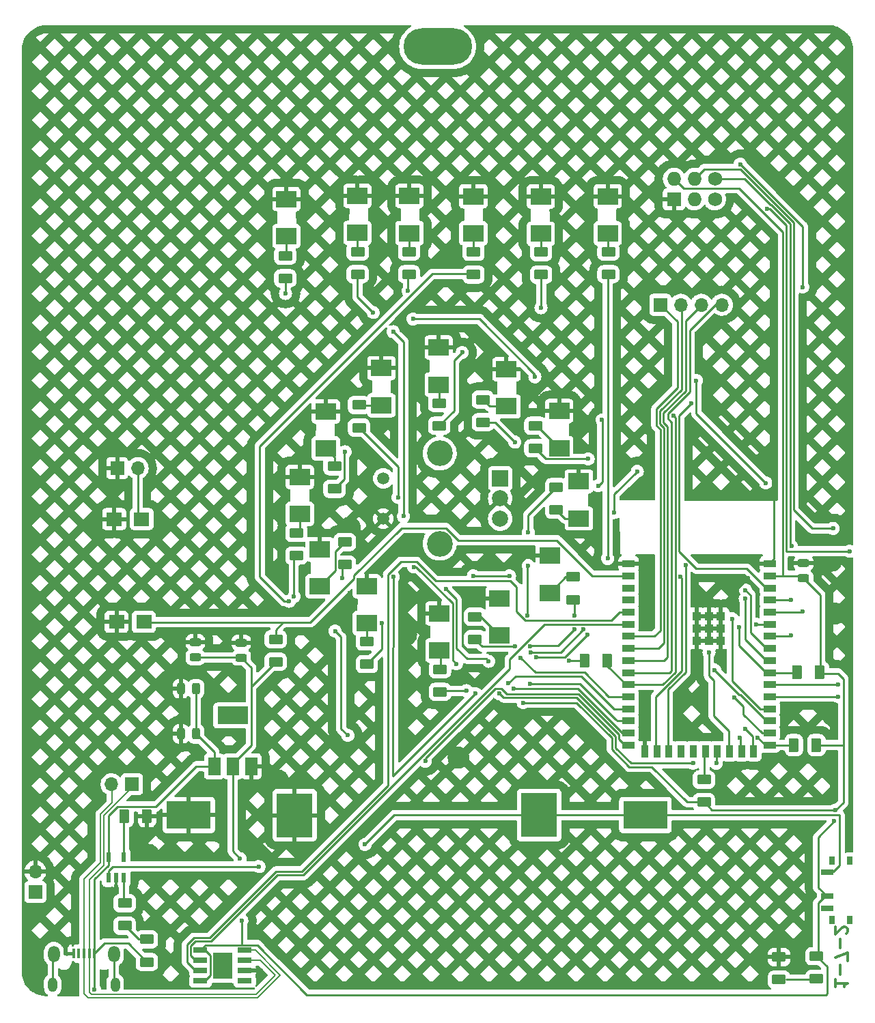
<source format=gbr>
%TF.GenerationSoftware,KiCad,Pcbnew,(6.0.7)*%
%TF.CreationDate,2022-09-02T13:45:53-05:00*%
%TF.ProjectId,BsidesKC-2022-Safe-Badge,42736964-6573-44b4-932d-323032322d53,0-c*%
%TF.SameCoordinates,Original*%
%TF.FileFunction,Copper,L2,Bot*%
%TF.FilePolarity,Positive*%
%FSLAX46Y46*%
G04 Gerber Fmt 4.6, Leading zero omitted, Abs format (unit mm)*
G04 Created by KiCad (PCBNEW (6.0.7)) date 2022-09-02 13:45:53*
%MOMM*%
%LPD*%
G01*
G04 APERTURE LIST*
G04 Aperture macros list*
%AMRoundRect*
0 Rectangle with rounded corners*
0 $1 Rounding radius*
0 $2 $3 $4 $5 $6 $7 $8 $9 X,Y pos of 4 corners*
0 Add a 4 corners polygon primitive as box body*
4,1,4,$2,$3,$4,$5,$6,$7,$8,$9,$2,$3,0*
0 Add four circle primitives for the rounded corners*
1,1,$1+$1,$2,$3*
1,1,$1+$1,$4,$5*
1,1,$1+$1,$6,$7*
1,1,$1+$1,$8,$9*
0 Add four rect primitives between the rounded corners*
20,1,$1+$1,$2,$3,$4,$5,0*
20,1,$1+$1,$4,$5,$6,$7,0*
20,1,$1+$1,$6,$7,$8,$9,0*
20,1,$1+$1,$8,$9,$2,$3,0*%
G04 Aperture macros list end*
%ADD10C,0.300000*%
%TA.AperFunction,NonConductor*%
%ADD11C,0.300000*%
%TD*%
%TA.AperFunction,ComponentPad*%
%ADD12O,1.727200X1.727200*%
%TD*%
%TA.AperFunction,ComponentPad*%
%ADD13R,1.727200X1.727200*%
%TD*%
%TA.AperFunction,ComponentPad*%
%ADD14C,1.727200*%
%TD*%
%TA.AperFunction,SMDPad,CuDef*%
%ADD15R,2.500000X2.000000*%
%TD*%
%TA.AperFunction,ComponentPad*%
%ADD16O,8.500000X4.500000*%
%TD*%
%TA.AperFunction,ComponentPad*%
%ADD17R,1.700000X1.700000*%
%TD*%
%TA.AperFunction,ComponentPad*%
%ADD18O,1.700000X1.700000*%
%TD*%
%TA.AperFunction,SMDPad,CuDef*%
%ADD19RoundRect,0.250000X-0.625000X0.375000X-0.625000X-0.375000X0.625000X-0.375000X0.625000X0.375000X0*%
%TD*%
%TA.AperFunction,SMDPad,CuDef*%
%ADD20RoundRect,0.250000X-0.375000X-0.625000X0.375000X-0.625000X0.375000X0.625000X-0.375000X0.625000X0*%
%TD*%
%TA.AperFunction,SMDPad,CuDef*%
%ADD21RoundRect,0.250000X0.375000X0.625000X-0.375000X0.625000X-0.375000X-0.625000X0.375000X-0.625000X0*%
%TD*%
%TA.AperFunction,SMDPad,CuDef*%
%ADD22RoundRect,0.250000X0.625000X-0.375000X0.625000X0.375000X-0.625000X0.375000X-0.625000X-0.375000X0*%
%TD*%
%TA.AperFunction,SMDPad,CuDef*%
%ADD23R,1.500000X2.200000*%
%TD*%
%TA.AperFunction,SMDPad,CuDef*%
%ADD24R,3.800000X2.200000*%
%TD*%
%TA.AperFunction,SMDPad,CuDef*%
%ADD25R,1.948000X1.700000*%
%TD*%
%TA.AperFunction,SMDPad,CuDef*%
%ADD26R,0.800000X1.000000*%
%TD*%
%TA.AperFunction,SMDPad,CuDef*%
%ADD27R,1.500000X0.700000*%
%TD*%
%TA.AperFunction,SMDPad,CuDef*%
%ADD28RoundRect,0.243750X0.456250X-0.243750X0.456250X0.243750X-0.456250X0.243750X-0.456250X-0.243750X0*%
%TD*%
%TA.AperFunction,SMDPad,CuDef*%
%ADD29R,1.500000X0.900000*%
%TD*%
%TA.AperFunction,SMDPad,CuDef*%
%ADD30R,0.900000X1.500000*%
%TD*%
%TA.AperFunction,SMDPad,CuDef*%
%ADD31R,1.100000X1.100000*%
%TD*%
%TA.AperFunction,SMDPad,CuDef*%
%ADD32R,4.500000X5.500000*%
%TD*%
%TA.AperFunction,SMDPad,CuDef*%
%ADD33R,5.500000X3.500000*%
%TD*%
%TA.AperFunction,SMDPad,CuDef*%
%ADD34R,1.750000X0.650000*%
%TD*%
%TA.AperFunction,SMDPad,CuDef*%
%ADD35R,2.410000X3.300000*%
%TD*%
%TA.AperFunction,SMDPad,CuDef*%
%ADD36R,0.440000X1.300000*%
%TD*%
%TA.AperFunction,ComponentPad*%
%ADD37O,1.450000X2.000000*%
%TD*%
%TA.AperFunction,ComponentPad*%
%ADD38O,1.150000X1.800000*%
%TD*%
%TA.AperFunction,SMDPad,CuDef*%
%ADD39R,0.600000X1.200000*%
%TD*%
%TA.AperFunction,SMDPad,CuDef*%
%ADD40RoundRect,0.243750X0.243750X0.456250X-0.243750X0.456250X-0.243750X-0.456250X0.243750X-0.456250X0*%
%TD*%
%TA.AperFunction,ComponentPad*%
%ADD41R,2.000000X2.000000*%
%TD*%
%TA.AperFunction,ComponentPad*%
%ADD42C,2.000000*%
%TD*%
%TA.AperFunction,ComponentPad*%
%ADD43C,3.200000*%
%TD*%
%TA.AperFunction,ComponentPad*%
%ADD44C,1.500000*%
%TD*%
%TA.AperFunction,ViaPad*%
%ADD45C,0.600000*%
%TD*%
%TA.AperFunction,Conductor*%
%ADD46C,0.250000*%
%TD*%
%TA.AperFunction,Conductor*%
%ADD47C,0.200000*%
%TD*%
G04 APERTURE END LIST*
D10*
D11*
X197390628Y-146494142D02*
X197390628Y-147351285D01*
X197390628Y-146922714D02*
X198890628Y-146922714D01*
X198676342Y-147065571D01*
X198533485Y-147208428D01*
X198462057Y-147351285D01*
X197962057Y-145851285D02*
X197962057Y-144708428D01*
X198890628Y-144137000D02*
X198890628Y-143137000D01*
X197390628Y-143779857D01*
X197962057Y-142565571D02*
X197962057Y-141422714D01*
X198747771Y-140779857D02*
X198819200Y-140708428D01*
X198890628Y-140565571D01*
X198890628Y-140208428D01*
X198819200Y-140065571D01*
X198747771Y-139994142D01*
X198604914Y-139922714D01*
X198462057Y-139922714D01*
X198247771Y-139994142D01*
X197390628Y-140851285D01*
X197390628Y-139922714D01*
D12*
%TO.P,X1,1,VCC*%
%TO.N,VCC*%
X177377400Y-47137000D03*
D13*
%TO.P,X1,2,GND*%
%TO.N,GND*%
X177377400Y-49677000D03*
D12*
%TO.P,X1,3,SDA*%
%TO.N,IO08*%
X179917400Y-47137000D03*
%TO.P,X1,4,SCL*%
%TO.N,IO09*%
X179917400Y-49677000D03*
D14*
%TO.P,X1,5,GPIO1*%
%TO.N,IO01*%
X182457400Y-47137000D03*
%TO.P,X1,6,GPIO2*%
%TO.N,IO02*%
X182457400Y-49677000D03*
%TD*%
D15*
%TO.P,D2,1,K*%
%TO.N,GND*%
X129350000Y-49650000D03*
%TO.P,D2,2,A*%
%TO.N,Net-(D2-Pad2)*%
X129350000Y-54250000D03*
%TD*%
%TO.P,D8,1,K*%
%TO.N,GND*%
X160875000Y-49350000D03*
%TO.P,D8,2,A*%
%TO.N,Net-(D8-Pad2)*%
X160875000Y-53950000D03*
%TD*%
%TO.P,D1,1,K*%
%TO.N,GND*%
X138150000Y-49250000D03*
%TO.P,D1,2,A*%
%TO.N,Net-(D1-Pad2)*%
X138150000Y-53850000D03*
%TD*%
%TO.P,D13,1,K*%
%TO.N,GND*%
X139300000Y-97675000D03*
%TO.P,D13,2,A*%
%TO.N,Net-(D13-Pad2)*%
X139300000Y-102275000D03*
%TD*%
%TO.P,D16,1,K*%
%TO.N,GND*%
X131000000Y-84125000D03*
%TO.P,D16,2,A*%
%TO.N,Net-(D16-Pad2)*%
X131000000Y-88725000D03*
%TD*%
%TO.P,D19,1,K*%
%TO.N,GND*%
X133475000Y-93100000D03*
%TO.P,D19,2,A*%
%TO.N,Net-(D19-Pad2)*%
X133475000Y-97700000D03*
%TD*%
%TO.P,D9,1,K*%
%TO.N,GND*%
X156625000Y-70775000D03*
%TO.P,D9,2,A*%
%TO.N,Net-(D9-Pad2)*%
X156625000Y-75375000D03*
%TD*%
%TO.P,D20,1,K*%
%TO.N,GND*%
X141125000Y-70625000D03*
%TO.P,D20,2,A*%
%TO.N,Net-(D20-Pad2)*%
X141125000Y-75225000D03*
%TD*%
%TO.P,D7,1,K*%
%TO.N,GND*%
X169175000Y-49300000D03*
%TO.P,D7,2,A*%
%TO.N,Net-(D7-Pad2)*%
X169175000Y-53900000D03*
%TD*%
%TO.P,D14,1,K*%
%TO.N,GND*%
X148325000Y-101050000D03*
%TO.P,D14,2,A*%
%TO.N,Net-(D14-Pad2)*%
X148325000Y-105650000D03*
%TD*%
%TO.P,D18,1,K*%
%TO.N,GND*%
X155775000Y-99200000D03*
%TO.P,D18,2,A*%
%TO.N,Net-(D18-Pad2)*%
X155775000Y-103800000D03*
%TD*%
%TO.P,D10,1,K*%
%TO.N,GND*%
X148225000Y-68075000D03*
%TO.P,D10,2,A*%
%TO.N,Net-(D10-Pad2)*%
X148225000Y-72675000D03*
%TD*%
%TO.P,D17,1,K*%
%TO.N,GND*%
X163150000Y-75950000D03*
%TO.P,D17,2,A*%
%TO.N,Net-(D17-Pad2)*%
X163150000Y-80550000D03*
%TD*%
%TO.P,D5,1,K*%
%TO.N,GND*%
X144600000Y-49275000D03*
%TO.P,D5,2,A*%
%TO.N,Net-(D5-Pad2)*%
X144600000Y-53875000D03*
%TD*%
%TO.P,D12,1,K*%
%TO.N,GND*%
X161975000Y-93900000D03*
%TO.P,D12,2,A*%
%TO.N,Net-(D12-Pad2)*%
X161975000Y-98500000D03*
%TD*%
%TO.P,D11,1,K*%
%TO.N,GND*%
X165600000Y-84675000D03*
%TO.P,D11,2,A*%
%TO.N,Net-(D11-Pad2)*%
X165600000Y-89275000D03*
%TD*%
%TO.P,D3,1,K*%
%TO.N,GND*%
X152525000Y-49300000D03*
%TO.P,D3,2,A*%
%TO.N,Net-(D3-Pad2)*%
X152525000Y-53900000D03*
%TD*%
%TO.P,D15,1,K*%
%TO.N,GND*%
X134225000Y-76000000D03*
%TO.P,D15,2,A*%
%TO.N,Net-(D15-Pad2)*%
X134225000Y-80600000D03*
%TD*%
D16*
%TO.P,REF\u002A\u002A,*%
%TO.N,*%
X148082000Y-30734000D03*
%TD*%
D17*
%TO.P,J2,1,Pin_1*%
%TO.N,GND*%
X108375000Y-83025000D03*
D18*
%TO.P,J2,2,Pin_2*%
%TO.N,Boot*%
X110915000Y-83025000D03*
%TD*%
D19*
%TO.P,D6,1,K*%
%TO.N,GND*%
X190398400Y-143684800D03*
%TO.P,D6,2,A*%
%TO.N,Net-(D6-Pad2)*%
X190398400Y-146484800D03*
%TD*%
%TO.P,D4,1,K*%
%TO.N,Net-(D4-Pad1)*%
X112050000Y-141500000D03*
%TO.P,D4,2,A*%
%TO.N,VBUS*%
X112050000Y-144300000D03*
%TD*%
D20*
%TO.P,R3,1*%
%TO.N,Net-(R3-Pad1)*%
X109275000Y-126225000D03*
%TO.P,R3,2*%
%TO.N,GND*%
X112075000Y-126225000D03*
%TD*%
D17*
%TO.P,J5,1,Pin_1*%
%TO.N,VBUS*%
X98221800Y-135615600D03*
D18*
%TO.P,J5,2,Pin_2*%
%TO.N,GND*%
X98221800Y-133075600D03*
%TD*%
D21*
%TO.P,R16,1*%
%TO.N,IO38*%
X169141600Y-106883200D03*
%TO.P,R16,2*%
%TO.N,VCC*%
X166341600Y-106883200D03*
%TD*%
D22*
%TO.P,R10,1*%
%TO.N,IO21*%
X153695400Y-77346000D03*
%TO.P,R10,2*%
%TO.N,Net-(D9-Pad2)*%
X153695400Y-74546000D03*
%TD*%
D23*
%TO.P,U4,1,GND*%
%TO.N,GND*%
X125000000Y-120025000D03*
%TO.P,U4,2,VO*%
%TO.N,VCC*%
X122700000Y-120025000D03*
%TO.P,U4,3,VI*%
%TO.N,VBUS*%
X120400000Y-120025000D03*
D24*
%TO.P,U4,4*%
%TO.N,N/C*%
X122700000Y-113725000D03*
%TD*%
D22*
%TO.P,R15,1*%
%TO.N,IO36*%
X148386800Y-110797800D03*
%TO.P,R15,2*%
%TO.N,Net-(D14-Pad2)*%
X148386800Y-107997800D03*
%TD*%
D25*
%TO.P,SW_Reset1,1,C*%
%TO.N,GND*%
X108282000Y-102108000D03*
%TO.P,SW_Reset1,2,D*%
%TO.N,RESET*%
X111682000Y-102108000D03*
%TD*%
D26*
%TO.P,1/0,*%
%TO.N,*%
X196984400Y-139057400D03*
X199194400Y-139057400D03*
X196984400Y-131757400D03*
X199194400Y-131757400D03*
D27*
%TO.P,1/0,1,A*%
%TO.N,Net-(BT1-Pad1)*%
X196334400Y-133157400D03*
%TO.P,1/0,2,B*%
%TO.N,VCC*%
X196334400Y-136157400D03*
%TO.P,1/0,3,C*%
%TO.N,unconnected-(SW1-Pad3)*%
X196334400Y-137657400D03*
%TD*%
D25*
%TO.P,SW2,1,A*%
%TO.N,Boot*%
X111400000Y-89350000D03*
%TO.P,SW2,2,B*%
%TO.N,GND*%
X108000000Y-89350000D03*
%TD*%
D17*
%TO.P,J3,1,Pin_1*%
%TO.N,D-*%
X110215600Y-122250200D03*
D18*
%TO.P,J3,2,Pin_2*%
%TO.N,D+*%
X107675600Y-122250200D03*
%TD*%
D22*
%TO.P,R20,1*%
%TO.N,IO14*%
X160197800Y-80571800D03*
%TO.P,R20,2*%
%TO.N,Net-(D17-Pad2)*%
X160197800Y-77771800D03*
%TD*%
D19*
%TO.P,R6,1*%
%TO.N,VCC*%
X195046600Y-143583200D03*
%TO.P,R6,2*%
%TO.N,Net-(D6-Pad2)*%
X195046600Y-146383200D03*
%TD*%
D28*
%TO.P,C2,1*%
%TO.N,VCC*%
X193450000Y-96712500D03*
%TO.P,C2,2*%
%TO.N,GND*%
X193450000Y-94837500D03*
%TD*%
D22*
%TO.P,R24,1*%
%TO.N,IO17*%
X138353800Y-78006400D03*
%TO.P,R24,2*%
%TO.N,Net-(D20-Pad2)*%
X138353800Y-75206400D03*
%TD*%
%TO.P,R22,1*%
%TO.N,IO15*%
X152730200Y-104270000D03*
%TO.P,R22,2*%
%TO.N,Net-(D18-Pad2)*%
X152730200Y-101470000D03*
%TD*%
D29*
%TO.P,U2,1,GND*%
%TO.N,GND*%
X189267800Y-94899400D03*
%TO.P,U2,2,3V3*%
%TO.N,VCC*%
X189267800Y-96399400D03*
%TO.P,U2,3,IO00*%
%TO.N,Boot*%
X189267800Y-97899400D03*
%TO.P,U2,4,IO01*%
%TO.N,IO01*%
X189267800Y-99399400D03*
%TO.P,U2,5,IO02*%
%TO.N,IO02*%
X189267800Y-100899400D03*
%TO.P,U2,6,IO03*%
%TO.N,IO03*%
X189267800Y-102399400D03*
%TO.P,U2,7,IO04*%
%TO.N,IO04*%
X189267800Y-103899400D03*
%TO.P,U2,8,IO05*%
%TO.N,IO05*%
X189267800Y-105399400D03*
%TO.P,U2,9,IO06*%
%TO.N,IO06*%
X189267800Y-106899400D03*
%TO.P,U2,10,IO07*%
%TO.N,IO07*%
X189267800Y-108399400D03*
%TO.P,U2,11,IO08*%
%TO.N,IO08*%
X189267800Y-109899400D03*
%TO.P,U2,12,IO09*%
%TO.N,IO09*%
X189267800Y-111399400D03*
%TO.P,U2,13,IO10*%
%TO.N,IO10*%
X189267800Y-112899400D03*
%TO.P,U2,14,IO11*%
%TO.N,IO11*%
X189267800Y-114399400D03*
%TO.P,U2,15,IO12*%
%TO.N,IO12*%
X189267800Y-115899400D03*
%TO.P,U2,16,IO13*%
%TO.N,IO13*%
X189267800Y-117399400D03*
D30*
%TO.P,U2,17,IO14*%
%TO.N,IO14*%
X187267800Y-118149400D03*
%TO.P,U2,18,IO15*%
%TO.N,IO15*%
X185767800Y-118149400D03*
%TO.P,U2,19,IO16*%
%TO.N,IO16*%
X184267800Y-118149400D03*
%TO.P,U2,20,IO17*%
%TO.N,IO17*%
X182767800Y-118149400D03*
%TO.P,U2,21,IO18*%
%TO.N,Net-(R25-Pad1)*%
X181267800Y-118149400D03*
%TO.P,U2,22,USB_D-*%
%TO.N,unconnected-(U2-Pad22)*%
X179767800Y-118149400D03*
%TO.P,U2,23,USB_D+*%
%TO.N,unconnected-(U2-Pad23)*%
X178267800Y-118149400D03*
%TO.P,U2,24,IO21*%
%TO.N,IO21*%
X176767800Y-118149400D03*
%TO.P,U2,25,IO26*%
%TO.N,IO26*%
X175267800Y-118149400D03*
%TO.P,U2,26,GND*%
%TO.N,GND*%
X173767800Y-118149400D03*
D29*
%TO.P,U2,27,IO33*%
%TO.N,IO33*%
X171767800Y-117399400D03*
%TO.P,U2,28,IO34*%
%TO.N,IO34*%
X171767800Y-115899400D03*
%TO.P,U2,29,IO35*%
%TO.N,IO35*%
X171767800Y-114399400D03*
%TO.P,U2,30,IO36*%
%TO.N,IO36*%
X171767800Y-112899400D03*
%TO.P,U2,31,IO37*%
%TO.N,IO37*%
X171767800Y-111399400D03*
%TO.P,U2,32,IO38*%
%TO.N,IO38*%
X171767800Y-109899400D03*
%TO.P,U2,33,IO39*%
%TO.N,IO39*%
X171767800Y-108399400D03*
%TO.P,U2,34,IO40*%
%TO.N,IO40*%
X171767800Y-106899400D03*
%TO.P,U2,35,IO41*%
%TO.N,IO41*%
X171767800Y-105399400D03*
%TO.P,U2,36,IO42*%
%TO.N,IO42*%
X171767800Y-103899400D03*
%TO.P,U2,37,TXD0*%
%TO.N,USB_RX_ESP_TX*%
X171767800Y-102399400D03*
%TO.P,U2,38,RXD0*%
%TO.N,USB_TX_ESP_RX*%
X171767800Y-100899400D03*
%TO.P,U2,39,IO45*%
%TO.N,unconnected-(U2-Pad39)*%
X171767800Y-99399400D03*
%TO.P,U2,40,IO46*%
%TO.N,unconnected-(U2-Pad40)*%
X171767800Y-97899400D03*
%TO.P,U2,41,EN*%
%TO.N,RESET*%
X171767800Y-96399400D03*
%TO.P,U2,42,GND*%
%TO.N,GND*%
X171767800Y-94899400D03*
D31*
%TO.P,U2,43,GND*%
X181707800Y-101399400D03*
X183207800Y-104449400D03*
X180207800Y-104449400D03*
X180207800Y-101399400D03*
X180207800Y-102949400D03*
X183207800Y-101399400D03*
X181707800Y-104449400D03*
X183207800Y-102949400D03*
X181707800Y-102949400D03*
%TD*%
D22*
%TO.P,R2,1*%
%TO.N,IO03*%
X129209800Y-59489800D03*
%TO.P,R2,2*%
%TO.N,Net-(D2-Pad2)*%
X129209800Y-56689800D03*
%TD*%
%TO.P,R19,1*%
%TO.N,IO37*%
X130581400Y-93881400D03*
%TO.P,R19,2*%
%TO.N,Net-(D16-Pad2)*%
X130581400Y-91081400D03*
%TD*%
D19*
%TO.P,R25,1*%
%TO.N,Net-(R25-Pad1)*%
X181100000Y-121675000D03*
%TO.P,R25,2*%
%TO.N,VCC*%
X181100000Y-124475000D03*
%TD*%
D20*
%TO.P,R17,1*%
%TO.N,IO13*%
X192249600Y-117398800D03*
%TO.P,R17,2*%
%TO.N,VCC*%
X195049600Y-117398800D03*
%TD*%
D22*
%TO.P,R13,1*%
%TO.N,IO10*%
X164871400Y-99342400D03*
%TO.P,R13,2*%
%TO.N,Net-(D12-Pad2)*%
X164871400Y-96542400D03*
%TD*%
%TO.P,R26,1*%
%TO.N,VCC*%
X128016000Y-107064000D03*
%TO.P,R26,2*%
%TO.N,RESET*%
X128016000Y-104264000D03*
%TD*%
D32*
%TO.P,14500,1,+*%
%TO.N,Net-(BT1-Pad1)*%
X160675000Y-126075000D03*
D33*
X173850000Y-126075000D03*
D32*
%TO.P,14500,2,-*%
%TO.N,GND*%
X130375000Y-126100000D03*
D33*
X117250000Y-126075000D03*
%TD*%
D22*
%TO.P,R1,1*%
%TO.N,IO34*%
X138176000Y-58981800D03*
%TO.P,R1,2*%
%TO.N,Net-(D1-Pad2)*%
X138176000Y-56181800D03*
%TD*%
D19*
%TO.P,R12,1*%
%TO.N,IO35*%
X162788600Y-85391800D03*
%TO.P,R12,2*%
%TO.N,Net-(D11-Pad2)*%
X162788600Y-88191800D03*
%TD*%
D22*
%TO.P,R11,1*%
%TO.N,IO06*%
X148285200Y-77777800D03*
%TO.P,R11,2*%
%TO.N,Net-(D10-Pad2)*%
X148285200Y-74977800D03*
%TD*%
D34*
%TO.P,U3,1,UD+*%
%TO.N,D+*%
X124175000Y-142845000D03*
%TO.P,U3,2,UD-*%
%TO.N,D-*%
X124175000Y-144115000D03*
%TO.P,U3,3,GND*%
%TO.N,GND*%
X124175000Y-145385000D03*
%TO.P,U3,4,~{RTS}*%
%TO.N,unconnected-(U3-Pad4)*%
X124175000Y-146655000D03*
%TO.P,U3,5,VCC*%
%TO.N,VCC*%
X118675000Y-146655000D03*
%TO.P,U3,6,TXD*%
%TO.N,USB_TX_ESP_RX*%
X118675000Y-145385000D03*
%TO.P,U3,7,RXD*%
%TO.N,USB_RX_ESP_TX*%
X118675000Y-144115000D03*
%TO.P,U3,8,V3*%
%TO.N,VCC*%
X118675000Y-142845000D03*
D35*
%TO.P,U3,9*%
%TO.N,N/C*%
X121425000Y-144750000D03*
%TD*%
D36*
%TO.P,J4,1,VBUS*%
%TO.N,VBUS*%
X105550000Y-143275000D03*
%TO.P,J4,2,D-*%
%TO.N,D-*%
X104900000Y-143275000D03*
%TO.P,J4,3,D+*%
%TO.N,D+*%
X104250000Y-143275000D03*
%TO.P,J4,4,ID*%
%TO.N,unconnected-(J4-Pad4)*%
X103600000Y-143275000D03*
%TO.P,J4,5,GND*%
%TO.N,GND*%
X102950000Y-143275000D03*
D37*
%TO.P,J4,6,Shield*%
%TO.N,unconnected-(J4-Pad6)*%
X107975000Y-143325000D03*
D38*
X100375000Y-147125000D03*
D37*
X100525000Y-143325000D03*
D38*
X108125000Y-147125000D03*
%TD*%
D39*
%TO.P,U1,1,~{CHRG}*%
%TO.N,Net-(R5-Pad2)*%
X109175000Y-133875000D03*
%TO.P,U1,2,GND*%
%TO.N,GND*%
X108225000Y-133875000D03*
%TO.P,U1,3,BAT*%
%TO.N,Net-(BT1-Pad1)*%
X107275000Y-133875000D03*
%TO.P,U1,4,VCC*%
%TO.N,VBUS*%
X107275000Y-131275000D03*
%TO.P,U1,5,PROG*%
%TO.N,Net-(R3-Pad1)*%
X109175000Y-131275000D03*
%TD*%
D22*
%TO.P,R7,1*%
%TO.N,IO04*%
X144551400Y-58981800D03*
%TO.P,R7,2*%
%TO.N,Net-(D5-Pad2)*%
X144551400Y-56181800D03*
%TD*%
D40*
%TO.P,C1,1*%
%TO.N,VBUS*%
X118137500Y-110400000D03*
%TO.P,C1,2*%
%TO.N,GND*%
X116262500Y-110400000D03*
%TD*%
%TO.P,C5,1*%
%TO.N,VBUS*%
X118137500Y-116000000D03*
%TO.P,C5,2*%
%TO.N,GND*%
X116262500Y-116000000D03*
%TD*%
D28*
%TO.P,C4,1*%
%TO.N,VCC*%
X118059200Y-106499900D03*
%TO.P,C4,2*%
%TO.N,GND*%
X118059200Y-104624900D03*
%TD*%
D21*
%TO.P,R21,1*%
%TO.N,VCC*%
X195481400Y-108381800D03*
%TO.P,R21,2*%
%TO.N,IO07*%
X192681400Y-108381800D03*
%TD*%
D41*
%TO.P,EC11N,A,A*%
%TO.N,IO38*%
X155850000Y-84300000D03*
D42*
%TO.P,EC11N,B,B*%
%TO.N,IO13*%
X155850000Y-89300000D03*
%TO.P,EC11N,C,C*%
%TO.N,GND*%
X155850000Y-86800000D03*
D43*
%TO.P,EC11N,MP*%
%TO.N,N/C*%
X148350000Y-92400000D03*
X148350000Y-81200000D03*
D44*
%TO.P,EC11N,S1,S1*%
%TO.N,IO07*%
X141350000Y-84300000D03*
%TO.P,EC11N,S2,S2*%
%TO.N,GND*%
X141350000Y-89300000D03*
%TD*%
D22*
%TO.P,R9,1*%
%TO.N,IO05*%
X160909000Y-59032600D03*
%TO.P,R9,2*%
%TO.N,Net-(D8-Pad2)*%
X160909000Y-56232600D03*
%TD*%
%TO.P,R14,1*%
%TO.N,IO11*%
X139319000Y-107343400D03*
%TO.P,R14,2*%
%TO.N,Net-(D13-Pad2)*%
X139319000Y-104543400D03*
%TD*%
%TO.P,R23,1*%
%TO.N,IO16*%
X136601200Y-94999000D03*
%TO.P,R23,2*%
%TO.N,Net-(D19-Pad2)*%
X136601200Y-92199000D03*
%TD*%
%TO.P,R8,1*%
%TO.N,IO26*%
X169265600Y-58981800D03*
%TO.P,R8,2*%
%TO.N,Net-(D7-Pad2)*%
X169265600Y-56181800D03*
%TD*%
D17*
%TO.P,J1,1,Pin_1*%
%TO.N,IO42*%
X175701800Y-62763400D03*
D18*
%TO.P,J1,2,Pin_2*%
%TO.N,IO41*%
X178241800Y-62763400D03*
%TO.P,J1,3,Pin_3*%
%TO.N,IO40*%
X180781800Y-62763400D03*
%TO.P,J1,4,Pin_4*%
%TO.N,IO39*%
X183321800Y-62763400D03*
%TD*%
D22*
%TO.P,R18,1*%
%TO.N,IO12*%
X135305800Y-85601000D03*
%TO.P,R18,2*%
%TO.N,Net-(D15-Pad2)*%
X135305800Y-82801000D03*
%TD*%
D28*
%TO.P,C3,1*%
%TO.N,VCC*%
X123748800Y-106550700D03*
%TO.P,C3,2*%
%TO.N,GND*%
X123748800Y-104675700D03*
%TD*%
D22*
%TO.P,R4,1*%
%TO.N,IO33*%
X152527000Y-59007200D03*
%TO.P,R4,2*%
%TO.N,Net-(D3-Pad2)*%
X152527000Y-56207200D03*
%TD*%
%TO.P,R5,1*%
%TO.N,Net-(D4-Pad1)*%
X109300000Y-139800000D03*
%TO.P,R5,2*%
%TO.N,Net-(R5-Pad2)*%
X109300000Y-137000000D03*
%TD*%
D45*
%TO.N,Net-(BT1-Pad1)*%
X125950000Y-132475000D03*
X139090400Y-129717800D03*
%TO.N,GND*%
X197358000Y-101066600D03*
X137160000Y-98552000D03*
X140309600Y-95707200D03*
X128320800Y-121767600D03*
X98983800Y-145491200D03*
X157734000Y-95250000D03*
X137185400Y-90373200D03*
X157251400Y-112903000D03*
X152400000Y-98856800D03*
X173609000Y-111048800D03*
X150672800Y-118948200D03*
X196875400Y-92100400D03*
X180289200Y-99390200D03*
X126161800Y-145364200D03*
X106654600Y-145872200D03*
X197129400Y-113741200D03*
X167792400Y-91186000D03*
X121310400Y-128295400D03*
X189788800Y-84886800D03*
X196875400Y-94538800D03*
X144119600Y-99187000D03*
X185724800Y-94284800D03*
X102565200Y-146354800D03*
X178003200Y-111074200D03*
X199288400Y-113715800D03*
X144195800Y-103708200D03*
X186563000Y-96647000D03*
X112242600Y-130987800D03*
%TO.N,VBUS*%
X105562400Y-147750980D03*
%TO.N,VCC*%
X158699200Y-112141000D03*
X197256400Y-126847600D03*
X197434200Y-125450500D03*
X123596400Y-131470400D03*
X164414200Y-106908600D03*
X123825000Y-139141200D03*
%TO.N,IO03*%
X145034000Y-64516000D03*
X129235200Y-61366400D03*
X160147000Y-71704200D03*
X187604400Y-102412800D03*
%TO.N,IO04*%
X144424400Y-61061600D03*
X188762300Y-84861400D03*
X180162200Y-72161400D03*
X191871600Y-103809800D03*
%TO.N,IO05*%
X160909000Y-63144400D03*
X186258200Y-98171000D03*
%TO.N,IO06*%
X151130000Y-68681600D03*
X186225000Y-99250000D03*
%TO.N,IO14*%
X186175000Y-115350000D03*
X166751000Y-81889600D03*
%TO.N,IO35*%
X159325000Y-95125000D03*
X159325000Y-90975000D03*
X159225000Y-101300000D03*
X159512000Y-109763900D03*
%TO.N,IO10*%
X184600000Y-101725000D03*
X165023800Y-101300011D03*
%TO.N,IO15*%
X165049200Y-103024500D03*
X159541092Y-105108892D03*
X185575000Y-116525000D03*
X157705415Y-105178215D03*
%TO.N,IO36*%
X151688800Y-110642400D03*
X156870400Y-109728000D03*
%TO.N,IO11*%
X160274000Y-106499500D03*
X149123400Y-98044000D03*
X182422800Y-108077000D03*
X166649248Y-103680481D03*
X154406600Y-106999020D03*
X141198600Y-102225000D03*
%TO.N,IO16*%
X159650000Y-105925000D03*
X166192200Y-103024500D03*
X181725000Y-105900000D03*
X136271000Y-96672400D03*
%TO.N,IO37*%
X130275000Y-98950000D03*
X158394400Y-106549500D03*
%TO.N,IO12*%
X136625000Y-81000000D03*
X184886600Y-111480600D03*
%TO.N,IO17*%
X155727400Y-111012900D03*
X143175000Y-86650000D03*
X152795900Y-111012900D03*
X142575000Y-96475000D03*
X182650000Y-119634000D03*
X179781200Y-119634000D03*
%TO.N,IO38*%
X177317400Y-76504800D03*
X168478200Y-77063600D03*
X167995600Y-85217000D03*
%TO.N,IO13*%
X172847000Y-83439000D03*
X187774500Y-116444718D03*
X170002200Y-88544400D03*
%TO.N,Boot*%
X179537700Y-75031600D03*
%TO.N,IO07*%
X185420000Y-102743000D03*
X152527000Y-96391818D03*
X157008378Y-96391818D03*
%TO.N,IO09*%
X188899800Y-50825400D03*
X197749500Y-111379000D03*
X199161400Y-93345000D03*
%TO.N,IO08*%
X197749500Y-109905800D03*
X197104000Y-90500200D03*
%TO.N,IO02*%
X193344800Y-60564400D03*
X185597800Y-45324389D03*
X193294000Y-100838000D03*
%TO.N,IO01*%
X191948020Y-92720500D03*
X191871600Y-99390200D03*
%TO.N,IO34*%
X150418800Y-107315000D03*
X142575000Y-66100000D03*
X140100000Y-63725000D03*
X143850000Y-89000000D03*
X145125000Y-95275000D03*
X157505400Y-110388400D03*
%TO.N,IO33*%
X136956800Y-116179600D03*
X129692400Y-99542600D03*
X135379661Y-103242839D03*
X146558000Y-119380000D03*
%TO.N,IO26*%
X169164000Y-94234000D03*
X178191500Y-96469200D03*
%TO.N,IO21*%
X178816000Y-95046800D03*
X157657800Y-79806800D03*
%TD*%
D46*
%TO.N,Net-(BT1-Pad1)*%
X139090400Y-129717800D02*
X142733200Y-126075000D01*
X142733200Y-126075000D02*
X160675000Y-126075000D01*
X107275000Y-133875000D02*
X107275000Y-133025000D01*
X197916800Y-132302222D02*
X197119022Y-133100000D01*
X107825000Y-132475000D02*
X125950000Y-132475000D01*
X197916800Y-126075000D02*
X197916800Y-132302222D01*
X197119022Y-133100000D02*
X196320000Y-133100000D01*
X107275000Y-133025000D02*
X107825000Y-132475000D01*
X160675000Y-126075000D02*
X173850000Y-126075000D01*
X173850000Y-126075000D02*
X197916800Y-126075000D01*
%TO.N,GND*%
X157885718Y-95250000D02*
X157734000Y-95250000D01*
X181590000Y-104450000D02*
X181590000Y-102950000D01*
X183090000Y-100120000D02*
X183090000Y-101400000D01*
X183090000Y-101400000D02*
X181590000Y-101400000D01*
X180090000Y-101400000D02*
X181590000Y-101400000D01*
X183090000Y-102950000D02*
X183090000Y-104450000D01*
X180090000Y-102950000D02*
X180090000Y-104450000D01*
X161975000Y-93900000D02*
X159235718Y-93900000D01*
X180090000Y-101400000D02*
X180090000Y-102950000D01*
X189150000Y-94900000D02*
X189788800Y-94261200D01*
X124195800Y-145364200D02*
X124175000Y-145385000D01*
X159235718Y-93900000D02*
X157885718Y-95250000D01*
X183090000Y-101400000D02*
X183090000Y-102950000D01*
X183090000Y-104450000D02*
X181590000Y-104450000D01*
X126161800Y-145364200D02*
X124195800Y-145364200D01*
X186563000Y-96647000D02*
X183090000Y-100120000D01*
X189788800Y-94261200D02*
X189788800Y-84886800D01*
%TO.N,VBUS*%
X107275000Y-132325978D02*
X107275000Y-131275000D01*
X120400000Y-120025000D02*
X120400000Y-118262500D01*
X113175009Y-125025480D02*
X108398020Y-125025480D01*
X105550000Y-134050978D02*
X107275000Y-132325978D01*
X118137500Y-116000000D02*
X118137500Y-110400000D01*
X106824520Y-142000480D02*
X105550000Y-143275000D01*
X105562400Y-147750980D02*
X105550000Y-147738580D01*
X109750480Y-142000480D02*
X106824520Y-142000480D01*
X105550000Y-143275000D02*
X105550000Y-134050978D01*
X107275000Y-126148500D02*
X107275000Y-131275000D01*
X120400000Y-118262500D02*
X118137500Y-116000000D01*
X108398020Y-125025480D02*
X107275000Y-126148500D01*
X112050000Y-144300000D02*
X109750480Y-142000480D01*
X120400000Y-120025000D02*
X118175489Y-120025000D01*
X118175489Y-120025000D02*
X113175009Y-125025480D01*
X105550000Y-147738580D02*
X105550000Y-143275000D01*
%TO.N,VCC*%
X196342000Y-148234400D02*
X196215000Y-148361400D01*
X195245489Y-136996311D02*
X195245489Y-143488911D01*
X196342000Y-148234400D02*
X196342000Y-144878600D01*
X119895489Y-143515489D02*
X119895489Y-145984511D01*
X118675000Y-142845000D02*
X119225000Y-142845000D01*
X195625000Y-108500000D02*
X197700000Y-108500000D01*
X196215000Y-148361400D02*
X131902200Y-148361400D01*
X124975000Y-110105000D02*
X128016000Y-107064000D01*
X198374000Y-124536200D02*
X198374000Y-117424200D01*
X123748800Y-106550700D02*
X124975000Y-107776900D01*
X118059200Y-106499900D02*
X123698000Y-106499900D01*
X196084400Y-136157400D02*
X195245489Y-136996311D01*
X198374000Y-109174000D02*
X197750000Y-108550000D01*
X119225000Y-142845000D02*
X119895489Y-143515489D01*
X178565511Y-48325111D02*
X185489689Y-48325111D01*
X198348600Y-117398800D02*
X198374000Y-117424200D01*
X124975000Y-107776900D02*
X124975000Y-117400000D01*
X197700000Y-108500000D02*
X197750000Y-108550000D01*
X189150000Y-96400000D02*
X190874000Y-96400000D01*
X125736289Y-142195489D02*
X123820489Y-142195489D01*
X119225000Y-146655000D02*
X118675000Y-146655000D01*
X122700000Y-119675000D02*
X124975000Y-117400000D01*
X166316200Y-106908600D02*
X166341600Y-106883200D01*
X164414200Y-106908600D02*
X166316200Y-106908600D01*
X119895489Y-145984511D02*
X119225000Y-146655000D01*
X193450000Y-96712500D02*
X195529200Y-98791700D01*
X197434200Y-125476000D02*
X198374000Y-124536200D01*
X195259400Y-135082400D02*
X195259400Y-128844600D01*
X182101000Y-125476000D02*
X197434200Y-125476000D01*
X171848582Y-120084000D02*
X169675969Y-117911387D01*
X165332569Y-112141000D02*
X158699200Y-112141000D01*
X169675969Y-117538595D02*
X169675969Y-116484400D01*
X195049600Y-117398800D02*
X198348600Y-117398800D01*
X122700000Y-120025000D02*
X122700000Y-119675000D01*
X169675969Y-116484400D02*
X165332569Y-112141000D01*
X181100000Y-124475000D02*
X179034200Y-124475000D01*
X198374000Y-117424200D02*
X198374000Y-109174000D01*
X123820489Y-139145711D02*
X123820489Y-142195489D01*
X195529200Y-108404200D02*
X195625000Y-108500000D01*
X195529200Y-98791700D02*
X195529200Y-108404200D01*
X196334400Y-136157400D02*
X196084400Y-136157400D01*
X123825000Y-139141200D02*
X123820489Y-139145711D01*
X185489689Y-48325111D02*
X190874000Y-53709422D01*
X123820489Y-142195489D02*
X119324511Y-142195489D01*
X119324511Y-142195489D02*
X118675000Y-142845000D01*
X123698000Y-106499900D02*
X123748800Y-106550700D01*
X174643200Y-120084000D02*
X171848582Y-120084000D01*
X123596400Y-131470400D02*
X122700000Y-130574000D01*
X131902200Y-148361400D02*
X125736289Y-142195489D01*
X169675969Y-117911387D02*
X169675969Y-117538595D01*
X190874000Y-53709422D02*
X190874000Y-96400000D01*
X177377400Y-47137000D02*
X178565511Y-48325111D01*
X179034200Y-124475000D02*
X174643200Y-120084000D01*
X196342000Y-144878600D02*
X195046600Y-143583200D01*
X196334400Y-136157400D02*
X195259400Y-135082400D01*
X122700000Y-130574000D02*
X122700000Y-120025000D01*
X181100000Y-124475000D02*
X182101000Y-125476000D01*
X124975000Y-117400000D02*
X124975000Y-110105000D01*
X195259400Y-128844600D02*
X197256400Y-126847600D01*
X190874000Y-96400000D02*
X193137500Y-96400000D01*
X193137500Y-96400000D02*
X193450000Y-96712500D01*
%TO.N,IO03*%
X160147000Y-71397978D02*
X153265022Y-64516000D01*
X187617200Y-102400000D02*
X187604400Y-102412800D01*
X153265022Y-64516000D02*
X145034000Y-64516000D01*
X160147000Y-71704200D02*
X160147000Y-71397978D01*
X189150000Y-102400000D02*
X187617200Y-102400000D01*
X129235200Y-61366400D02*
X129235200Y-59515200D01*
%TO.N,IO04*%
X180162200Y-72161400D02*
X180162200Y-76261300D01*
X191871600Y-103809800D02*
X191795400Y-103886000D01*
X180162200Y-76261300D02*
X188762300Y-84861400D01*
X144424400Y-61061600D02*
X144424400Y-59083400D01*
X191795400Y-103886000D02*
X189164000Y-103886000D01*
%TO.N,IO05*%
X160909000Y-63144400D02*
X160909000Y-58981800D01*
X186867800Y-98780600D02*
X186867800Y-103466822D01*
X188800978Y-105400000D02*
X189150000Y-105400000D01*
X186258200Y-98171000D02*
X186867800Y-98780600D01*
X186867800Y-103466822D02*
X188800978Y-105400000D01*
%TO.N,IO06*%
X186207400Y-99267600D02*
X186225000Y-99250000D01*
X150139400Y-69672200D02*
X150139400Y-75898200D01*
X151130000Y-68681600D02*
X150139400Y-69672200D01*
X150139400Y-75898200D02*
X148310600Y-77727000D01*
X188850000Y-106900000D02*
X186207400Y-104257400D01*
X189150000Y-106900000D02*
X188850000Y-106900000D01*
X186207400Y-104257400D02*
X186207400Y-99267600D01*
%TO.N,IO14*%
X164739600Y-81889600D02*
X164724511Y-81874511D01*
X187150000Y-116325000D02*
X186175000Y-115350000D01*
X164724511Y-81874511D02*
X161500511Y-81874511D01*
X166751000Y-81889600D02*
X164739600Y-81889600D01*
X187150000Y-118150000D02*
X187150000Y-116325000D01*
X161500511Y-81874511D02*
X160197800Y-80571800D01*
%TO.N,IO35*%
X170163089Y-114157589D02*
X170163089Y-114161911D01*
X159512000Y-109763900D02*
X165769400Y-109763900D01*
X170401178Y-114400000D02*
X171650000Y-114400000D01*
X165769400Y-109763900D02*
X170163089Y-114157589D01*
X170163089Y-114161911D02*
X170401178Y-114400000D01*
X162788600Y-85391800D02*
X159325000Y-88855400D01*
X159325000Y-88855400D02*
X159325000Y-90975000D01*
X159225000Y-101300000D02*
X159225000Y-95225000D01*
X159225000Y-95225000D02*
X159325000Y-95125000D01*
%TO.N,IO10*%
X165023800Y-101300011D02*
X165023800Y-99494800D01*
X165023800Y-99494800D02*
X164871400Y-99342400D01*
X188050000Y-112900000D02*
X184600000Y-109450000D01*
X189150000Y-112900000D02*
X188050000Y-112900000D01*
X184600000Y-109450000D02*
X184600000Y-101725000D01*
%TO.N,IO15*%
X159570184Y-105079800D02*
X162993900Y-105079800D01*
X159541092Y-105108892D02*
X159570184Y-105079800D01*
X185650000Y-116600000D02*
X185575000Y-116525000D01*
X157705415Y-105178215D02*
X153638415Y-105178215D01*
X185650000Y-118150000D02*
X185650000Y-116600000D01*
X162993900Y-105079800D02*
X165049200Y-103024500D01*
X153638415Y-105178215D02*
X152730200Y-104270000D01*
%TO.N,IO36*%
X151685800Y-110645400D02*
X148437600Y-110645400D01*
X157759400Y-108839000D02*
X156870400Y-109728000D01*
X169950000Y-112900000D02*
X165889000Y-108839000D01*
X165889000Y-108839000D02*
X157759400Y-108839000D01*
X171650000Y-112900000D02*
X169950000Y-112900000D01*
%TO.N,IO11*%
X185585500Y-111135500D02*
X188850000Y-114400000D01*
X188850000Y-114400000D02*
X189150000Y-114400000D01*
X185481300Y-111135500D02*
X185585500Y-111135500D01*
X141198600Y-102225000D02*
X141198600Y-105463800D01*
X182422800Y-108077000D02*
X185481300Y-111135500D01*
X154406600Y-106999020D02*
X154087580Y-106680000D01*
X150411120Y-99331720D02*
X149123400Y-98044000D01*
X154087580Y-106680000D02*
X151733793Y-106680000D01*
X163830229Y-106499500D02*
X166649248Y-103680481D01*
X141198600Y-105463800D02*
X139319000Y-107343400D01*
X151733793Y-106680000D02*
X150411120Y-105357327D01*
X150411120Y-105357327D02*
X150411120Y-99331720D01*
X160274000Y-106499500D02*
X163830229Y-106499500D01*
%TO.N,IO16*%
X182300000Y-109376600D02*
X181725000Y-108801600D01*
X166192200Y-103024500D02*
X163342200Y-105874500D01*
X163342200Y-105874500D02*
X159700500Y-105874500D01*
X181725000Y-108801600D02*
X181725000Y-105900000D01*
X159700500Y-105874500D02*
X159650000Y-105925000D01*
X136271000Y-95329200D02*
X136601200Y-94999000D01*
X182300000Y-113775000D02*
X182300000Y-109376600D01*
X136271000Y-96672400D02*
X136271000Y-95329200D01*
X184150000Y-118150000D02*
X184150000Y-115625000D01*
X184150000Y-115625000D02*
X182300000Y-113775000D01*
%TO.N,IO37*%
X169300000Y-111400000D02*
X171650000Y-111400000D01*
X166289480Y-108389480D02*
X169300000Y-111400000D01*
X130251200Y-94211600D02*
X130581400Y-93881400D01*
X130251200Y-98926200D02*
X130251200Y-94211600D01*
X130275000Y-98950000D02*
X130251200Y-98926200D01*
X160234380Y-108389480D02*
X166289480Y-108389480D01*
X158394400Y-106549500D02*
X160234380Y-108389480D01*
%TO.N,IO12*%
X186004200Y-113563400D02*
X188340800Y-115900000D01*
X186004200Y-112598200D02*
X186004200Y-113563400D01*
X136505320Y-84401480D02*
X136505320Y-80880320D01*
X135305800Y-85601000D02*
X136505320Y-84401480D01*
X188340800Y-115900000D02*
X189150000Y-115900000D01*
X184886600Y-111480600D02*
X186004200Y-112598200D01*
%TO.N,IO17*%
X170125969Y-116279405D02*
X165344895Y-111498331D01*
X142559700Y-121249100D02*
X142559700Y-105302300D01*
X170125969Y-117724991D02*
X170125969Y-116279405D01*
X172034978Y-119634000D02*
X170125969Y-117724991D01*
X142559700Y-105302300D02*
X142600000Y-105262000D01*
X142600000Y-105262000D02*
X142600000Y-96500000D01*
X182650000Y-118150000D02*
X182650000Y-119634000D01*
X143175000Y-82850000D02*
X138353800Y-78028800D01*
X152795900Y-111012900D02*
X142559700Y-121249100D01*
X143175000Y-86650000D02*
X143175000Y-82850000D01*
X138353800Y-78028800D02*
X138353800Y-78006400D01*
X156253131Y-111498331D02*
X155727400Y-110972600D01*
X155727400Y-110972600D02*
X155727400Y-111012900D01*
X165344895Y-111498331D02*
X156253131Y-111498331D01*
X142600000Y-96500000D02*
X142575000Y-96475000D01*
X179781200Y-119634000D02*
X172034978Y-119634000D01*
%TO.N,IO38*%
X171767800Y-109899400D02*
X171467800Y-109899400D01*
X168503600Y-84709000D02*
X167995600Y-85217000D01*
X177317400Y-76504800D02*
X177546000Y-76733400D01*
X177546000Y-108331718D02*
X175977718Y-109900000D01*
X175977718Y-109900000D02*
X171650000Y-109900000D01*
X169141600Y-107573200D02*
X169141600Y-106883200D01*
X168478200Y-77063600D02*
X168503600Y-77089000D01*
X171467800Y-109899400D02*
X169141600Y-107573200D01*
X168503600Y-77089000D02*
X168503600Y-84709000D01*
X177546000Y-76733400D02*
X177546000Y-108331718D01*
%TO.N,IO13*%
X189267800Y-117399400D02*
X192249000Y-117399400D01*
X189150000Y-117400000D02*
X188729782Y-117400000D01*
X192249000Y-117399400D02*
X192249600Y-117398800D01*
X172847000Y-83439000D02*
X170002200Y-86283800D01*
X188729782Y-117400000D02*
X187774500Y-116444718D01*
X170002200Y-86283800D02*
X170002200Y-88544400D01*
%TO.N,Boot*%
X178028600Y-76540700D02*
X178028600Y-91846400D01*
X110915000Y-88865000D02*
X111400000Y-89350000D01*
X178028600Y-91846400D02*
X177995520Y-91879480D01*
X177995520Y-91879480D02*
X177995520Y-93343127D01*
X179537700Y-75031600D02*
X178028600Y-76540700D01*
X180162015Y-95509622D02*
X186410600Y-95509622D01*
X186410600Y-95509622D02*
X188800978Y-97900000D01*
X188800978Y-97900000D02*
X189150000Y-97900000D01*
X110915000Y-83025000D02*
X110915000Y-88865000D01*
X177995520Y-93343127D02*
X180162015Y-95509622D01*
D47*
%TO.N,D+*%
X104250000Y-143275000D02*
X104250000Y-148250000D01*
X125722400Y-148750000D02*
X128549400Y-145923000D01*
X128549400Y-145923000D02*
X125471400Y-142845000D01*
X106275978Y-132009016D02*
X106275978Y-125982167D01*
X104250000Y-134034994D02*
X106275978Y-132009016D01*
X104250000Y-143275000D02*
X104250000Y-134034994D01*
X106275978Y-125982167D02*
X107696000Y-124562145D01*
X104250000Y-148250000D02*
X104750000Y-148750000D01*
X107696000Y-124562145D02*
X107696000Y-122186000D01*
X125471400Y-142845000D02*
X124175000Y-142845000D01*
X104750000Y-148750000D02*
X125722400Y-148750000D01*
%TO.N,D-*%
X127962097Y-145945297D02*
X125556914Y-148350480D01*
X104900000Y-134063200D02*
X106675489Y-132287711D01*
X106675489Y-126147650D02*
X110150000Y-122673139D01*
X110150000Y-122673139D02*
X110150000Y-122100000D01*
X125556914Y-148350480D02*
X105175000Y-148350480D01*
X104900000Y-148075480D02*
X104900000Y-143275000D01*
X104900000Y-143275000D02*
X104900000Y-134063200D01*
X106675489Y-132287711D02*
X106675489Y-126147650D01*
X124175000Y-144115000D02*
X126131800Y-144115000D01*
X126131800Y-144115000D02*
X127962097Y-145945297D01*
X105175000Y-148350480D02*
X104900000Y-148075480D01*
D46*
%TO.N,unconnected-(J4-Pad6)*%
X107975000Y-143325000D02*
X107975000Y-146975000D01*
X100375000Y-147125000D02*
X100375000Y-143475000D01*
X100375000Y-143475000D02*
X100525000Y-143325000D01*
%TO.N,RESET*%
X111700000Y-102125000D02*
X111733800Y-102158800D01*
X128016000Y-104264000D02*
X128016000Y-103073200D01*
X137725489Y-96750511D02*
X137725489Y-96350489D01*
X137725489Y-96350489D02*
X143600978Y-90475000D01*
X167291400Y-96400000D02*
X171650000Y-96400000D01*
X128016000Y-103073200D02*
X128930400Y-102158800D01*
X149147362Y-90475000D02*
X150645762Y-91973400D01*
X132317200Y-102158800D02*
X137725489Y-96750511D01*
X150645762Y-91973400D02*
X162864800Y-91973400D01*
X143600978Y-90475000D02*
X149147362Y-90475000D01*
X162864800Y-91973400D02*
X167291400Y-96400000D01*
X111733800Y-102158800D02*
X132317200Y-102158800D01*
%TO.N,IO07*%
X185420000Y-102743000D02*
X185420000Y-105020000D01*
X156981796Y-96418400D02*
X152553582Y-96418400D01*
X188800000Y-108400000D02*
X189150000Y-108400000D01*
X185420000Y-105020000D02*
X188800000Y-108400000D01*
X152553582Y-96418400D02*
X152527000Y-96391818D01*
X189150000Y-108400000D02*
X192725000Y-108400000D01*
X157008378Y-96391818D02*
X156981796Y-96418400D01*
%TO.N,IO09*%
X191323520Y-93330320D02*
X191338200Y-93345000D01*
X191338200Y-93345000D02*
X199161400Y-93345000D01*
X197728500Y-111400000D02*
X189150000Y-111400000D01*
X189230000Y-50825400D02*
X191323520Y-52918920D01*
X188899800Y-50825400D02*
X189230000Y-50825400D01*
X191323520Y-52918920D02*
X191323520Y-93330320D01*
X197749500Y-111379000D02*
X197728500Y-111400000D01*
%TO.N,IO08*%
X181105511Y-45948889D02*
X179917400Y-47137000D01*
X194487800Y-90500200D02*
X192222560Y-88234960D01*
X197743700Y-109900000D02*
X189150000Y-109900000D01*
X185624925Y-45948889D02*
X181105511Y-45948889D01*
X192222560Y-52546524D02*
X185624925Y-45948889D01*
X197749500Y-109905800D02*
X197743700Y-109900000D01*
X197104000Y-90500200D02*
X194487800Y-90500200D01*
X192222560Y-88234960D02*
X192222560Y-52546524D01*
%TO.N,IO02*%
X185636143Y-45324389D02*
X193344800Y-53033046D01*
X193344800Y-53033046D02*
X193344800Y-60564400D01*
X185597800Y-45324389D02*
X185636143Y-45324389D01*
X193232000Y-100900000D02*
X193294000Y-100838000D01*
X189150000Y-100900000D02*
X193232000Y-100900000D01*
%TO.N,IO01*%
X189416198Y-50375880D02*
X189364680Y-50375880D01*
X191773040Y-52732722D02*
X189416198Y-50375880D01*
X189364680Y-50375880D02*
X186125800Y-47137000D01*
X186125800Y-47137000D02*
X182457400Y-47137000D01*
X191948020Y-92720500D02*
X191773040Y-92545520D01*
X191773040Y-92545520D02*
X191773040Y-52732722D01*
X191871600Y-99390200D02*
X191861800Y-99400000D01*
X191861800Y-99400000D02*
X189150000Y-99400000D01*
%TO.N,IO39*%
X177038000Y-77257107D02*
X176980415Y-77257107D01*
X179338911Y-73518089D02*
X179338911Y-65898089D01*
X179338911Y-65898089D02*
X182473600Y-62763400D01*
X176842000Y-108400000D02*
X177038000Y-108204000D01*
X177038000Y-108204000D02*
X177038000Y-77257107D01*
X176980415Y-77257107D02*
X176614299Y-76890991D01*
X171650000Y-108400000D02*
X176842000Y-108400000D01*
X176614299Y-76890991D02*
X176614299Y-76268101D01*
X182473600Y-62763400D02*
X183321800Y-62763400D01*
X176614299Y-76268101D02*
X179349400Y-73533000D01*
%TO.N,IO40*%
X176098200Y-76147804D02*
X178816000Y-73430004D01*
X176098200Y-76631800D02*
X176098200Y-76147804D01*
X176588480Y-106476800D02*
X176165280Y-106900000D01*
X176098200Y-76606400D02*
X176098200Y-77387993D01*
X178816000Y-64729200D02*
X180781800Y-62763400D01*
X178816000Y-73430004D02*
X178816000Y-64729200D01*
X176588480Y-77878273D02*
X176588480Y-106476800D01*
X176165280Y-106900000D02*
X171650000Y-106900000D01*
X176098200Y-77387993D02*
X176588480Y-77878273D01*
%TO.N,IO41*%
X178308000Y-73279000D02*
X178308000Y-62829600D01*
X176138960Y-78064470D02*
X175648200Y-77573710D01*
X176138960Y-104724200D02*
X176138960Y-78064470D01*
X178308000Y-62829600D02*
X178241800Y-62763400D01*
X175463160Y-105400000D02*
X176138960Y-104724200D01*
X175648200Y-75938800D02*
X178308000Y-73279000D01*
X175648200Y-77573710D02*
X175648200Y-75938800D01*
X171650000Y-105400000D02*
X175463160Y-105400000D01*
%TO.N,IO42*%
X174938840Y-103900000D02*
X171650000Y-103900000D01*
X177792280Y-73083520D02*
X175198200Y-75677600D01*
X175701800Y-62763400D02*
X177792280Y-64853880D01*
X177792280Y-64853880D02*
X177792280Y-73083520D01*
X175198200Y-75677600D02*
X175198200Y-77760106D01*
X175689440Y-78251346D02*
X175689440Y-103149400D01*
X175689440Y-103149400D02*
X174938840Y-103900000D01*
X175198200Y-77760106D02*
X175689440Y-78251346D01*
%TO.N,USB_RX_ESP_TX*%
X131449691Y-133523109D02*
X157025489Y-107947311D01*
X118095978Y-144115000D02*
X117475489Y-143494511D01*
X157025489Y-106741318D02*
X161366807Y-102400000D01*
X128250009Y-133523109D02*
X131449691Y-133523109D01*
X117475489Y-142324022D02*
X118053542Y-141745969D01*
X118675000Y-144115000D02*
X118095978Y-144115000D01*
X157025489Y-107947311D02*
X157025489Y-106741318D01*
X161366807Y-102400000D02*
X171650000Y-102400000D01*
X120027149Y-141745969D02*
X128250009Y-133523109D01*
X117475489Y-143494511D02*
X117475489Y-142324022D01*
X118053542Y-141745969D02*
X120027149Y-141745969D01*
%TO.N,USB_TX_ESP_RX*%
X169626889Y-101924511D02*
X170651400Y-100900000D01*
X117025969Y-142137825D02*
X117867345Y-141296449D01*
X118675000Y-145385000D02*
X118095978Y-145385000D01*
X119840951Y-141296449D02*
X128063812Y-133073589D01*
X131263493Y-133073589D02*
X141935200Y-122401882D01*
X157861000Y-100819193D02*
X158966318Y-101924511D01*
X141935200Y-122401882D02*
X141935200Y-96231607D01*
X157861000Y-97809465D02*
X157861000Y-100819193D01*
X141935200Y-96231607D02*
X143516318Y-94650489D01*
X143516318Y-94650489D02*
X145460907Y-94650489D01*
X157067853Y-97016318D02*
X157861000Y-97809465D01*
X118095978Y-145385000D02*
X117025969Y-144314991D01*
X158966318Y-101924511D02*
X169626889Y-101924511D01*
X145460907Y-94650489D02*
X147826736Y-97016318D01*
X170651400Y-100900000D02*
X171650000Y-100900000D01*
X117025969Y-144314991D02*
X117025969Y-142137825D01*
X128063812Y-133073589D02*
X131263493Y-133073589D01*
X117867345Y-141296449D02*
X119840951Y-141296449D01*
X147826736Y-97016318D02*
X157067853Y-97016318D01*
%TO.N,IO34*%
X157505400Y-110388400D02*
X165506400Y-110388400D01*
X138150600Y-61774400D02*
X138150000Y-61775000D01*
X171018000Y-115900000D02*
X171650000Y-115900000D01*
X145449022Y-95275000D02*
X145125000Y-95275000D01*
X143850000Y-89000000D02*
X143850000Y-67375000D01*
X138150600Y-58905600D02*
X138150600Y-61774400D01*
X149961600Y-106857800D02*
X149961600Y-99787578D01*
X165506400Y-110388400D02*
X171018000Y-115900000D01*
X150418800Y-107315000D02*
X149961600Y-106857800D01*
X149961600Y-99787578D02*
X145449022Y-95275000D01*
X143850000Y-67375000D02*
X142575000Y-66100000D01*
X140100000Y-63725000D02*
X138150000Y-61775000D01*
%TO.N,IO33*%
X147418600Y-58931000D02*
X152552400Y-58931000D01*
X170575489Y-116093207D02*
X165531093Y-111048811D01*
X145048911Y-61320282D02*
X145048911Y-61300689D01*
X135379661Y-103248661D02*
X135379661Y-103242839D01*
X129067600Y-99542600D02*
X126060200Y-96535200D01*
X156641811Y-111048811D02*
X156351911Y-110758911D01*
X145048911Y-61300689D02*
X147418600Y-58931000D01*
X171300978Y-117400000D02*
X170575489Y-116674511D01*
X126060200Y-96535200D02*
X126060200Y-80289400D01*
X155986082Y-110388389D02*
X155220129Y-110388389D01*
X136118600Y-103987600D02*
X135379661Y-103248661D01*
X155220129Y-110388389D02*
X146558000Y-119050518D01*
X144663489Y-61686111D02*
X144683082Y-61686111D01*
X165531093Y-111048811D02*
X156641811Y-111048811D01*
X146558000Y-119050518D02*
X146558000Y-119380000D01*
X156351911Y-110754218D02*
X155986082Y-110388389D01*
X156351911Y-110758911D02*
X156351911Y-110754218D01*
X126060200Y-80289400D02*
X144663489Y-61686111D01*
X144683082Y-61686111D02*
X145048911Y-61320282D01*
X129692400Y-99542600D02*
X129067600Y-99542600D01*
X171650000Y-117400000D02*
X171300978Y-117400000D01*
X136118600Y-115341400D02*
X136118600Y-103987600D01*
X170575489Y-116674511D02*
X170575489Y-116093207D01*
X136956800Y-116179600D02*
X136118600Y-115341400D01*
%TO.N,IO26*%
X175150000Y-111363436D02*
X175150000Y-118150000D01*
X178191500Y-96469200D02*
X178366480Y-96644180D01*
X169175000Y-58970800D02*
X169189400Y-58956400D01*
X169175000Y-63333200D02*
X169175000Y-94223000D01*
X169175000Y-94223000D02*
X169164000Y-94234000D01*
X169175000Y-63333200D02*
X169175000Y-58970800D01*
X178366480Y-96644180D02*
X178366480Y-108146956D01*
X178366480Y-108146956D02*
X175150000Y-111363436D01*
%TO.N,IO21*%
X155197000Y-77346000D02*
X153695400Y-77346000D01*
X178816000Y-108333154D02*
X176650000Y-110499154D01*
X157657800Y-79806800D02*
X155197000Y-77346000D01*
X176650000Y-110499154D02*
X176650000Y-118150000D01*
X178816000Y-95046800D02*
X178816000Y-108333154D01*
%TO.N,Net-(D16-Pad2)*%
X131000000Y-90662800D02*
X131000000Y-88725000D01*
X130581400Y-91081400D02*
X131000000Y-90662800D01*
%TO.N,Net-(D1-Pad2)*%
X138150600Y-53850600D02*
X138150000Y-53850000D01*
X138150600Y-56105600D02*
X138150600Y-53850600D01*
%TO.N,Net-(D2-Pad2)*%
X129336800Y-54263200D02*
X129350000Y-54250000D01*
X129336800Y-56715200D02*
X129336800Y-54263200D01*
%TO.N,Net-(D3-Pad2)*%
X152552400Y-53927400D02*
X152525000Y-53900000D01*
X152552400Y-56131000D02*
X152552400Y-53927400D01*
%TO.N,Net-(D5-Pad2)*%
X144602200Y-53877200D02*
X144600000Y-53875000D01*
X144602200Y-56105600D02*
X144602200Y-53877200D01*
%TO.N,Net-(D6-Pad2)*%
X194606800Y-146481800D02*
X191268200Y-146481800D01*
%TO.N,Net-(D7-Pad2)*%
X169189400Y-53914400D02*
X169175000Y-53900000D01*
X169189400Y-56156400D02*
X169189400Y-53914400D01*
%TO.N,Net-(D8-Pad2)*%
X160909000Y-56181800D02*
X160909000Y-53984000D01*
X160909000Y-53984000D02*
X160875000Y-53950000D01*
%TO.N,Net-(D9-Pad2)*%
X153695400Y-74546000D02*
X154524400Y-75375000D01*
X154524400Y-75375000D02*
X156625000Y-75375000D01*
%TO.N,Net-(D10-Pad2)*%
X148310600Y-74927000D02*
X148310600Y-72760600D01*
X148310600Y-72760600D02*
X148225000Y-72675000D01*
%TO.N,Net-(D11-Pad2)*%
X162788600Y-88191800D02*
X163871800Y-89275000D01*
X163871800Y-89275000D02*
X165600000Y-89275000D01*
%TO.N,Net-(D13-Pad2)*%
X139319000Y-102294000D02*
X139300000Y-102275000D01*
X139319000Y-104543400D02*
X139319000Y-102294000D01*
%TO.N,Net-(D14-Pad2)*%
X148437600Y-107845400D02*
X148437600Y-105762600D01*
X148463000Y-105788000D02*
X148325000Y-105650000D01*
X148437600Y-105762600D02*
X148325000Y-105650000D01*
%TO.N,Net-(D15-Pad2)*%
X135305800Y-82801000D02*
X135305800Y-81680800D01*
X135305800Y-81680800D02*
X134225000Y-80600000D01*
%TO.N,Net-(D17-Pad2)*%
X160371800Y-77771800D02*
X163150000Y-80550000D01*
X160197800Y-77771800D02*
X160371800Y-77771800D01*
%TO.N,Net-(D18-Pad2)*%
X152730200Y-101470000D02*
X153445000Y-101470000D01*
X153445000Y-101470000D02*
X155775000Y-103800000D01*
%TO.N,Net-(D19-Pad2)*%
X136601200Y-92199000D02*
X135401680Y-93398520D01*
X135401680Y-95773320D02*
X133475000Y-97700000D01*
X135401680Y-93398520D02*
X135401680Y-95773320D01*
%TO.N,Net-(D20-Pad2)*%
X138353800Y-75206400D02*
X138372400Y-75225000D01*
X138372400Y-75225000D02*
X141125000Y-75225000D01*
%TO.N,Net-(D4-Pad1)*%
X109300000Y-139800000D02*
X111000000Y-141500000D01*
X111000000Y-141500000D02*
X112050000Y-141500000D01*
%TO.N,Net-(D12-Pad2)*%
X163932600Y-96542400D02*
X161975000Y-98500000D01*
X164871400Y-96542400D02*
X163932600Y-96542400D01*
%TO.N,Net-(R3-Pad1)*%
X109175000Y-126325000D02*
X109275000Y-126225000D01*
X109175000Y-131275000D02*
X109175000Y-126325000D01*
%TO.N,Net-(R5-Pad2)*%
X109175000Y-133875000D02*
X109175000Y-136875000D01*
X109175000Y-136875000D02*
X109300000Y-137000000D01*
%TO.N,Net-(R25-Pad1)*%
X181150000Y-121625000D02*
X181100000Y-121675000D01*
X181150000Y-118150000D02*
X181150000Y-121625000D01*
%TD*%
%TA.AperFunction,Conductor*%
%TO.N,GND*%
G36*
X102938512Y-144188660D02*
G01*
X102956825Y-144208317D01*
X103016739Y-144288261D01*
X103023919Y-144293642D01*
X103132046Y-144374679D01*
X103171715Y-144427732D01*
X103175865Y-144431328D01*
X103183548Y-144432999D01*
X103214669Y-144432999D01*
X103221490Y-144432629D01*
X103259068Y-144428548D01*
X103286281Y-144428548D01*
X103323103Y-144432548D01*
X103331866Y-144433500D01*
X103515500Y-144433500D01*
X103583621Y-144453502D01*
X103630114Y-144507158D01*
X103641500Y-144559500D01*
X103641500Y-148201864D01*
X103640422Y-148218307D01*
X103636250Y-148250000D01*
X103641500Y-148289880D01*
X103641500Y-148289885D01*
X103649993Y-148354396D01*
X103657162Y-148408851D01*
X103657953Y-148410760D01*
X103656329Y-148478870D01*
X103616532Y-148537664D01*
X103551267Y-148565609D01*
X103536313Y-148566500D01*
X101069167Y-148566500D01*
X101001046Y-148546498D01*
X100954553Y-148492842D01*
X100944449Y-148422568D01*
X100973943Y-148357988D01*
X100996267Y-148337730D01*
X101081315Y-148277401D01*
X101081316Y-148277400D01*
X101086201Y-148273935D01*
X101090339Y-148269612D01*
X101090344Y-148269608D01*
X101225025Y-148128918D01*
X101229173Y-148124585D01*
X101285072Y-148038013D01*
X101338068Y-147955935D01*
X101341323Y-147950894D01*
X101371256Y-147876622D01*
X101416362Y-147764699D01*
X101416363Y-147764696D01*
X101418606Y-147759130D01*
X101446108Y-147618300D01*
X101457365Y-147560658D01*
X101457365Y-147560655D01*
X101458233Y-147556212D01*
X101458500Y-147550753D01*
X101458500Y-146748349D01*
X101443791Y-146594183D01*
X101385590Y-146395793D01*
X101326914Y-146281866D01*
X101293670Y-146217318D01*
X101293668Y-146217315D01*
X101290924Y-146211987D01*
X101163209Y-146049399D01*
X101129330Y-146020000D01*
X101105735Y-145999526D01*
X101051920Y-145952828D01*
X101013579Y-145893074D01*
X101008500Y-145857662D01*
X101008500Y-145206525D01*
X101028502Y-145138404D01*
X101082158Y-145091911D01*
X101152432Y-145081807D01*
X101208561Y-145104589D01*
X101260152Y-145142072D01*
X101293248Y-145166118D01*
X101299276Y-145168802D01*
X101299278Y-145168803D01*
X101384004Y-145206525D01*
X101467712Y-145243794D01*
X101561113Y-145263647D01*
X101648056Y-145282128D01*
X101648061Y-145282128D01*
X101654513Y-145283500D01*
X101845487Y-145283500D01*
X101851939Y-145282128D01*
X101851944Y-145282128D01*
X101938887Y-145263647D01*
X102032288Y-145243794D01*
X102115996Y-145206525D01*
X102200722Y-145168803D01*
X102200724Y-145168802D01*
X102206752Y-145166118D01*
X102361253Y-145053866D01*
X102489040Y-144911944D01*
X102551788Y-144803261D01*
X102581223Y-144752279D01*
X102581224Y-144752278D01*
X102584527Y-144746556D01*
X102622084Y-144630969D01*
X102641502Y-144571207D01*
X102641502Y-144571205D01*
X102643542Y-144564928D01*
X102644866Y-144552334D01*
X102646851Y-144533448D01*
X102673866Y-144467792D01*
X102719712Y-144437079D01*
X102728329Y-144427135D01*
X102730000Y-144419452D01*
X102730000Y-144283884D01*
X102750002Y-144215763D01*
X102803658Y-144169270D01*
X102873932Y-144159166D01*
X102938512Y-144188660D01*
G37*
%TD.AperFunction*%
%TA.AperFunction,Conductor*%
G36*
X144788820Y-28080612D02*
G01*
X144835313Y-28134268D01*
X144845417Y-28204542D01*
X144815923Y-28269122D01*
X144785688Y-28294556D01*
X144519966Y-28454534D01*
X144519960Y-28454538D01*
X144516713Y-28456493D01*
X144513729Y-28458820D01*
X144513722Y-28458825D01*
X144257425Y-28658706D01*
X144257418Y-28658712D01*
X144254437Y-28661037D01*
X144018634Y-28895608D01*
X143812720Y-29156809D01*
X143639677Y-29440856D01*
X143628016Y-29466503D01*
X143503580Y-29740183D01*
X143503577Y-29740191D01*
X143502011Y-29743635D01*
X143401718Y-30060760D01*
X143340249Y-30387636D01*
X143318496Y-30719530D01*
X143318704Y-30723310D01*
X143318704Y-30723311D01*
X143319236Y-30732976D01*
X143336773Y-31051634D01*
X143337434Y-31055361D01*
X143337434Y-31055365D01*
X143353618Y-31146682D01*
X143394815Y-31379136D01*
X143491782Y-31697293D01*
X143493313Y-31700757D01*
X143493316Y-31700764D01*
X143576070Y-31887949D01*
X143626269Y-32001497D01*
X143628205Y-32004751D01*
X143628208Y-32004757D01*
X143794389Y-32284082D01*
X143796328Y-32287341D01*
X143999496Y-32550684D01*
X144232829Y-32787712D01*
X144492949Y-32994991D01*
X144776086Y-33169519D01*
X145078140Y-33308768D01*
X145081740Y-33309927D01*
X145081747Y-33309930D01*
X145391126Y-33409558D01*
X145391129Y-33409559D01*
X145394735Y-33410720D01*
X145398451Y-33411439D01*
X145398459Y-33411441D01*
X145717567Y-33473181D01*
X145717573Y-33473182D01*
X145721285Y-33473900D01*
X145725061Y-33474167D01*
X145725066Y-33474168D01*
X145825767Y-33481297D01*
X145983994Y-33492500D01*
X150165635Y-33492500D01*
X150167501Y-33492388D01*
X150167518Y-33492387D01*
X150410228Y-33477755D01*
X150410235Y-33477754D01*
X150414003Y-33477527D01*
X150598401Y-33443849D01*
X150737470Y-33418451D01*
X150737475Y-33418450D01*
X150741197Y-33417770D01*
X150744809Y-33416649D01*
X150744815Y-33416647D01*
X150964827Y-33348332D01*
X151058843Y-33319139D01*
X151362338Y-33183061D01*
X151503445Y-33098108D01*
X151644034Y-33013466D01*
X151644040Y-33013462D01*
X151647287Y-33011507D01*
X151650271Y-33009180D01*
X151650278Y-33009175D01*
X151906575Y-32809294D01*
X151906582Y-32809288D01*
X151909563Y-32806963D01*
X152081491Y-32635933D01*
X155201060Y-32635933D01*
X156280106Y-33714979D01*
X157359152Y-32635933D01*
X158793162Y-32635933D01*
X159872208Y-33714979D01*
X160951254Y-32635933D01*
X162385265Y-32635933D01*
X163464311Y-33714979D01*
X164543356Y-32635933D01*
X165977367Y-32635933D01*
X167056413Y-33714979D01*
X168135459Y-32635933D01*
X169569470Y-32635933D01*
X170648515Y-33714979D01*
X171727561Y-32635933D01*
X173161572Y-32635933D01*
X174240618Y-33714979D01*
X175319664Y-32635933D01*
X176753675Y-32635933D01*
X177832720Y-33714979D01*
X178911766Y-32635933D01*
X180345777Y-32635933D01*
X181424823Y-33714979D01*
X182503869Y-32635933D01*
X183937879Y-32635933D01*
X185016925Y-33714979D01*
X186095971Y-32635933D01*
X187529982Y-32635933D01*
X188609028Y-33714979D01*
X189688074Y-32635933D01*
X191122084Y-32635933D01*
X192201130Y-33714979D01*
X193280176Y-32635933D01*
X194714187Y-32635933D01*
X195793233Y-33714979D01*
X196872278Y-32635933D01*
X195793233Y-31556887D01*
X194714187Y-32635933D01*
X193280176Y-32635933D01*
X192201130Y-31556887D01*
X191122084Y-32635933D01*
X189688074Y-32635933D01*
X188609028Y-31556887D01*
X187529982Y-32635933D01*
X186095971Y-32635933D01*
X185016925Y-31556887D01*
X183937879Y-32635933D01*
X182503869Y-32635933D01*
X181424823Y-31556887D01*
X180345777Y-32635933D01*
X178911766Y-32635933D01*
X177832720Y-31556887D01*
X176753675Y-32635933D01*
X175319664Y-32635933D01*
X174240618Y-31556887D01*
X173161572Y-32635933D01*
X171727561Y-32635933D01*
X170648515Y-31556887D01*
X169569470Y-32635933D01*
X168135459Y-32635933D01*
X167056413Y-31556887D01*
X165977367Y-32635933D01*
X164543356Y-32635933D01*
X163464311Y-31556887D01*
X162385265Y-32635933D01*
X160951254Y-32635933D01*
X159872208Y-31556887D01*
X158793162Y-32635933D01*
X157359152Y-32635933D01*
X156280106Y-31556887D01*
X155201060Y-32635933D01*
X152081491Y-32635933D01*
X152145366Y-32572392D01*
X152351280Y-32311191D01*
X152524323Y-32027144D01*
X152579383Y-31906046D01*
X152660420Y-31727817D01*
X152660423Y-31727809D01*
X152661989Y-31724365D01*
X152762282Y-31407240D01*
X152790550Y-31256917D01*
X153822045Y-31256917D01*
X154484055Y-31918927D01*
X155563100Y-30839882D01*
X156997111Y-30839882D01*
X158076157Y-31918928D01*
X159155203Y-30839882D01*
X160589214Y-30839882D01*
X161668259Y-31918928D01*
X162747305Y-30839882D01*
X164181316Y-30839882D01*
X165260362Y-31918928D01*
X166339408Y-30839882D01*
X167773418Y-30839882D01*
X168852464Y-31918928D01*
X169931510Y-30839882D01*
X171365521Y-30839882D01*
X172444567Y-31918928D01*
X173523613Y-30839882D01*
X174957623Y-30839882D01*
X176036669Y-31918928D01*
X177115715Y-30839882D01*
X178549726Y-30839882D01*
X179628772Y-31918928D01*
X180707817Y-30839882D01*
X182141828Y-30839882D01*
X183220874Y-31918928D01*
X184299920Y-30839882D01*
X185733931Y-30839882D01*
X186812977Y-31918928D01*
X187892022Y-30839882D01*
X189326033Y-30839882D01*
X190405079Y-31918928D01*
X191484125Y-30839882D01*
X192918136Y-30839882D01*
X193997181Y-31918928D01*
X195076227Y-30839882D01*
X196510238Y-30839882D01*
X197589284Y-31918928D01*
X198575257Y-30932955D01*
X198570011Y-30834556D01*
X198552047Y-30723599D01*
X197589284Y-29760836D01*
X196510238Y-30839882D01*
X195076227Y-30839882D01*
X193997181Y-29760836D01*
X192918136Y-30839882D01*
X191484125Y-30839882D01*
X190405079Y-29760836D01*
X189326033Y-30839882D01*
X187892022Y-30839882D01*
X186812977Y-29760836D01*
X185733931Y-30839882D01*
X184299920Y-30839882D01*
X183220874Y-29760836D01*
X182141828Y-30839882D01*
X180707817Y-30839882D01*
X179628772Y-29760836D01*
X178549726Y-30839882D01*
X177115715Y-30839882D01*
X176036669Y-29760836D01*
X174957623Y-30839882D01*
X173523613Y-30839882D01*
X172444567Y-29760836D01*
X171365521Y-30839882D01*
X169931510Y-30839882D01*
X168852464Y-29760836D01*
X167773418Y-30839882D01*
X166339408Y-30839882D01*
X165260362Y-29760836D01*
X164181316Y-30839882D01*
X162747305Y-30839882D01*
X161668259Y-29760836D01*
X160589214Y-30839882D01*
X159155203Y-30839882D01*
X158076157Y-29760836D01*
X156997111Y-30839882D01*
X155563100Y-30839882D01*
X154484054Y-29760836D01*
X153842020Y-30402870D01*
X153857973Y-30692749D01*
X153858124Y-30696544D01*
X153859264Y-30742437D01*
X153859301Y-30746231D01*
X153859221Y-30761396D01*
X153859144Y-30765183D01*
X153857524Y-30810999D01*
X153857333Y-30814788D01*
X153835580Y-31146682D01*
X153835275Y-31150462D01*
X153830901Y-31196099D01*
X153830483Y-31199865D01*
X153828583Y-31214910D01*
X153828051Y-31218667D01*
X153822045Y-31256917D01*
X152790550Y-31256917D01*
X152823751Y-31080364D01*
X152845504Y-30748470D01*
X152827227Y-30416366D01*
X152821476Y-30383913D01*
X152769846Y-30092594D01*
X152769185Y-30088864D01*
X152672218Y-29770707D01*
X152670687Y-29767243D01*
X152670684Y-29767236D01*
X152564831Y-29527802D01*
X152537731Y-29466503D01*
X152528766Y-29451433D01*
X152369611Y-29183918D01*
X152369610Y-29183917D01*
X152367672Y-29180659D01*
X152348271Y-29155511D01*
X152285856Y-29074610D01*
X155231839Y-29074610D01*
X156280106Y-30122876D01*
X157328373Y-29074610D01*
X158823941Y-29074610D01*
X159872208Y-30122876D01*
X160920475Y-29074610D01*
X162416044Y-29074610D01*
X163464311Y-30122876D01*
X164512577Y-29074610D01*
X166008146Y-29074610D01*
X167056413Y-30122876D01*
X168104680Y-29074610D01*
X169600249Y-29074610D01*
X170648515Y-30122876D01*
X171696782Y-29074610D01*
X173192351Y-29074610D01*
X174240618Y-30122876D01*
X175288885Y-29074610D01*
X176784454Y-29074610D01*
X177832720Y-30122876D01*
X178880987Y-29074610D01*
X180376556Y-29074610D01*
X181424823Y-30122876D01*
X182473090Y-29074610D01*
X183968658Y-29074610D01*
X185016925Y-30122876D01*
X186065192Y-29074610D01*
X187560761Y-29074610D01*
X188609028Y-30122876D01*
X189657295Y-29074610D01*
X191152863Y-29074610D01*
X192201130Y-30122876D01*
X193249397Y-29074610D01*
X194744966Y-29074610D01*
X195793233Y-30122876D01*
X196804691Y-29111418D01*
X196636414Y-29087412D01*
X196364207Y-29074610D01*
X194744966Y-29074610D01*
X193249397Y-29074610D01*
X191152863Y-29074610D01*
X189657295Y-29074610D01*
X187560761Y-29074610D01*
X186065192Y-29074610D01*
X183968658Y-29074610D01*
X182473090Y-29074610D01*
X180376556Y-29074610D01*
X178880987Y-29074610D01*
X176784454Y-29074610D01*
X175288885Y-29074610D01*
X173192351Y-29074610D01*
X171696782Y-29074610D01*
X169600249Y-29074610D01*
X168104680Y-29074610D01*
X166008146Y-29074610D01*
X164512577Y-29074610D01*
X162416044Y-29074610D01*
X160920475Y-29074610D01*
X158823941Y-29074610D01*
X157328373Y-29074610D01*
X155231839Y-29074610D01*
X152285856Y-29074610D01*
X152164504Y-28917316D01*
X151931171Y-28680288D01*
X151671051Y-28473009D01*
X151387914Y-28298481D01*
X151385686Y-28297454D01*
X151335307Y-28247839D01*
X151319686Y-28178582D01*
X151343988Y-28111874D01*
X151400497Y-28068894D01*
X151445430Y-28060610D01*
X196385083Y-28060610D01*
X196391002Y-28060749D01*
X196726080Y-28076507D01*
X196737956Y-28077631D01*
X196947252Y-28107490D01*
X197046727Y-28121681D01*
X197058310Y-28123891D01*
X197356390Y-28195397D01*
X197367743Y-28198692D01*
X197511525Y-28247839D01*
X197652269Y-28295948D01*
X197663286Y-28300302D01*
X197932747Y-28421742D01*
X197943344Y-28427134D01*
X198196496Y-28571347D01*
X198206448Y-28577649D01*
X198442656Y-28743211D01*
X198452041Y-28750472D01*
X198598195Y-28874969D01*
X198668978Y-28935263D01*
X198669175Y-28935431D01*
X198677947Y-28943657D01*
X198831243Y-29101827D01*
X198874353Y-29146308D01*
X198882442Y-29155510D01*
X198886058Y-29160051D01*
X199056574Y-29374197D01*
X199063866Y-29384350D01*
X199214275Y-29617361D01*
X199220641Y-29628418D01*
X199346362Y-29874995D01*
X199351573Y-29886639D01*
X199452322Y-30146313D01*
X199456321Y-30158400D01*
X199530455Y-30427294D01*
X199530632Y-30427937D01*
X199533540Y-30441267D01*
X199578596Y-30719565D01*
X199580034Y-30732975D01*
X199584395Y-30814788D01*
X199596321Y-31038484D01*
X199596500Y-31045192D01*
X199596500Y-92463040D01*
X199576498Y-92531161D01*
X199522842Y-92577654D01*
X199452568Y-92587758D01*
X199428233Y-92581739D01*
X199353825Y-92555243D01*
X199353820Y-92555242D01*
X199347190Y-92552881D01*
X199340202Y-92552048D01*
X199340199Y-92552047D01*
X199217098Y-92537368D01*
X199167080Y-92531404D01*
X199160077Y-92532140D01*
X199160076Y-92532140D01*
X198993688Y-92549628D01*
X198993686Y-92549629D01*
X198986688Y-92550364D01*
X198814979Y-92608818D01*
X198678439Y-92692819D01*
X198612419Y-92711500D01*
X192873283Y-92711500D01*
X192805162Y-92691498D01*
X192758669Y-92637842D01*
X192748068Y-92599544D01*
X192742807Y-92552633D01*
X192741417Y-92540245D01*
X192731532Y-92511858D01*
X192684084Y-92375606D01*
X192684082Y-92375603D01*
X192681765Y-92368948D01*
X192585646Y-92215124D01*
X192457835Y-92086418D01*
X192453231Y-92083496D01*
X192413034Y-92025743D01*
X192406540Y-91985815D01*
X192406540Y-89619034D01*
X192426542Y-89550913D01*
X192480198Y-89504420D01*
X192550472Y-89494316D01*
X192615052Y-89523810D01*
X192621633Y-89529937D01*
X193312863Y-90221168D01*
X193984148Y-90892453D01*
X193991688Y-90900739D01*
X193995800Y-90907218D01*
X194001577Y-90912643D01*
X194045451Y-90953843D01*
X194048293Y-90956598D01*
X194068030Y-90976335D01*
X194071227Y-90978815D01*
X194080247Y-90986518D01*
X194112479Y-91016786D01*
X194119425Y-91020605D01*
X194119428Y-91020607D01*
X194130234Y-91026548D01*
X194146753Y-91037399D01*
X194162759Y-91049814D01*
X194170028Y-91052959D01*
X194170032Y-91052962D01*
X194203337Y-91067374D01*
X194213987Y-91072591D01*
X194252740Y-91093895D01*
X194260415Y-91095866D01*
X194260416Y-91095866D01*
X194272362Y-91098933D01*
X194291066Y-91105337D01*
X194298376Y-91108500D01*
X194309655Y-91113381D01*
X194317478Y-91114620D01*
X194317488Y-91114623D01*
X194353324Y-91120299D01*
X194364944Y-91122705D01*
X194393873Y-91130132D01*
X194407770Y-91133700D01*
X194428024Y-91133700D01*
X194447734Y-91135251D01*
X194467743Y-91138420D01*
X194475635Y-91137674D01*
X194511761Y-91134259D01*
X194523619Y-91133700D01*
X196557903Y-91133700D01*
X196626896Y-91154268D01*
X196670139Y-91182565D01*
X196737159Y-91226422D01*
X196743763Y-91228878D01*
X196743765Y-91228879D01*
X196900558Y-91287190D01*
X196900560Y-91287190D01*
X196907168Y-91289648D01*
X196990995Y-91300833D01*
X197079980Y-91312707D01*
X197079984Y-91312707D01*
X197086961Y-91313638D01*
X197093972Y-91313000D01*
X197093976Y-91313000D01*
X197236459Y-91300032D01*
X197267600Y-91297198D01*
X197274302Y-91295020D01*
X197274304Y-91295020D01*
X197433409Y-91243324D01*
X197433412Y-91243323D01*
X197440108Y-91241147D01*
X197595912Y-91148269D01*
X197727266Y-91023182D01*
X197827643Y-90872102D01*
X197880947Y-90731780D01*
X197889555Y-90709120D01*
X197889556Y-90709118D01*
X197892055Y-90702538D01*
X197893035Y-90695566D01*
X197916748Y-90526839D01*
X197916748Y-90526836D01*
X197917299Y-90522917D01*
X197917616Y-90500200D01*
X197897397Y-90319945D01*
X197891308Y-90302460D01*
X197840064Y-90155306D01*
X197840062Y-90155303D01*
X197837745Y-90148648D01*
X197813328Y-90109572D01*
X197745359Y-90000798D01*
X197741626Y-89994824D01*
X197731654Y-89984782D01*
X197618778Y-89871115D01*
X197618774Y-89871112D01*
X197613815Y-89866118D01*
X197602697Y-89859062D01*
X197543505Y-89821498D01*
X197460666Y-89768927D01*
X197417645Y-89753608D01*
X197296425Y-89710443D01*
X197296420Y-89710442D01*
X197289790Y-89708081D01*
X197282802Y-89707248D01*
X197282799Y-89707247D01*
X197159698Y-89692568D01*
X197109680Y-89686604D01*
X197102677Y-89687340D01*
X197102676Y-89687340D01*
X196936288Y-89704828D01*
X196936286Y-89704829D01*
X196929288Y-89705564D01*
X196757579Y-89764018D01*
X196621039Y-89848019D01*
X196555019Y-89866700D01*
X194802394Y-89866700D01*
X194734273Y-89846698D01*
X194713299Y-89829795D01*
X192892965Y-88009460D01*
X192858939Y-87947148D01*
X192856060Y-87920365D01*
X192856060Y-87552544D01*
X193870060Y-87552544D01*
X194853632Y-88536116D01*
X195076227Y-88313521D01*
X196510238Y-88313521D01*
X196887126Y-88690409D01*
X197003687Y-88678158D01*
X197010704Y-88677618D01*
X197095672Y-88673463D01*
X197102705Y-88673316D01*
X197130795Y-88673512D01*
X197137826Y-88673758D01*
X197222734Y-88679099D01*
X197229743Y-88679736D01*
X197409853Y-88701213D01*
X197416815Y-88702241D01*
X197500608Y-88717017D01*
X197507502Y-88718433D01*
X197534850Y-88724848D01*
X197541652Y-88726645D01*
X197623247Y-88750661D01*
X197629937Y-88752835D01*
X197800813Y-88813681D01*
X197807373Y-88816225D01*
X197885804Y-88849194D01*
X197892213Y-88852101D01*
X197917460Y-88864415D01*
X197923696Y-88867676D01*
X197997951Y-88909177D01*
X198003993Y-88912779D01*
X198043806Y-88938045D01*
X198582500Y-88399351D01*
X198582500Y-88227691D01*
X197589284Y-87234475D01*
X196510238Y-88313521D01*
X195076227Y-88313521D01*
X193997181Y-87234475D01*
X193870060Y-87361596D01*
X193870060Y-87552544D01*
X192856060Y-87552544D01*
X192856060Y-86517470D01*
X194714187Y-86517470D01*
X195793233Y-87596516D01*
X196872278Y-86517470D01*
X195793233Y-85438424D01*
X194714187Y-86517470D01*
X192856060Y-86517470D01*
X192856060Y-85673343D01*
X193870060Y-85673343D01*
X193997181Y-85800464D01*
X195076227Y-84721418D01*
X196510238Y-84721418D01*
X197589284Y-85800464D01*
X198582500Y-84807248D01*
X198582500Y-84635588D01*
X197589284Y-83642373D01*
X196510238Y-84721418D01*
X195076227Y-84721418D01*
X193997181Y-83642373D01*
X193870060Y-83769494D01*
X193870060Y-85673343D01*
X192856060Y-85673343D01*
X192856060Y-82925367D01*
X194714187Y-82925367D01*
X195793233Y-84004413D01*
X196872278Y-82925367D01*
X195793233Y-81846321D01*
X194714187Y-82925367D01*
X192856060Y-82925367D01*
X192856060Y-82081241D01*
X193870060Y-82081241D01*
X193997181Y-82208362D01*
X195076227Y-81129316D01*
X196510238Y-81129316D01*
X197589284Y-82208362D01*
X198582500Y-81215146D01*
X198582500Y-81043486D01*
X197589284Y-80050270D01*
X196510238Y-81129316D01*
X195076227Y-81129316D01*
X193997181Y-80050270D01*
X193870060Y-80177391D01*
X193870060Y-82081241D01*
X192856060Y-82081241D01*
X192856060Y-79333265D01*
X194714187Y-79333265D01*
X195793233Y-80412311D01*
X196872278Y-79333265D01*
X195793233Y-78254219D01*
X194714187Y-79333265D01*
X192856060Y-79333265D01*
X192856060Y-78489138D01*
X193870060Y-78489138D01*
X193997181Y-78616259D01*
X195076227Y-77537214D01*
X196510238Y-77537214D01*
X197589284Y-78616259D01*
X198582500Y-77623044D01*
X198582500Y-77451384D01*
X197589284Y-76458168D01*
X196510238Y-77537214D01*
X195076227Y-77537214D01*
X193997181Y-76458168D01*
X193870060Y-76585289D01*
X193870060Y-78489138D01*
X192856060Y-78489138D01*
X192856060Y-75741162D01*
X194714187Y-75741162D01*
X195793233Y-76820208D01*
X196872278Y-75741162D01*
X195793233Y-74662116D01*
X194714187Y-75741162D01*
X192856060Y-75741162D01*
X192856060Y-74897036D01*
X193870060Y-74897036D01*
X193997181Y-75024157D01*
X195076227Y-73945111D01*
X196510238Y-73945111D01*
X197589284Y-75024157D01*
X198582500Y-74030941D01*
X198582500Y-73859281D01*
X197589284Y-72866065D01*
X196510238Y-73945111D01*
X195076227Y-73945111D01*
X193997181Y-72866065D01*
X193870060Y-72993186D01*
X193870060Y-74897036D01*
X192856060Y-74897036D01*
X192856060Y-72149060D01*
X194714187Y-72149060D01*
X195793233Y-73228106D01*
X196872278Y-72149060D01*
X195793233Y-71070014D01*
X194714187Y-72149060D01*
X192856060Y-72149060D01*
X192856060Y-71304934D01*
X193870060Y-71304934D01*
X193997181Y-71432055D01*
X195076227Y-70353009D01*
X196510238Y-70353009D01*
X197589284Y-71432055D01*
X198582500Y-70438839D01*
X198582500Y-70267179D01*
X197589284Y-69273963D01*
X196510238Y-70353009D01*
X195076227Y-70353009D01*
X193997181Y-69273963D01*
X193870060Y-69401084D01*
X193870060Y-71304934D01*
X192856060Y-71304934D01*
X192856060Y-68556957D01*
X194714187Y-68556957D01*
X195793233Y-69636003D01*
X196872278Y-68556957D01*
X195793233Y-67477912D01*
X194714187Y-68556957D01*
X192856060Y-68556957D01*
X192856060Y-67712831D01*
X193870060Y-67712831D01*
X193997181Y-67839952D01*
X195076227Y-66760906D01*
X196510238Y-66760906D01*
X197589284Y-67839952D01*
X198582500Y-66846736D01*
X198582500Y-66675076D01*
X197589284Y-65681860D01*
X196510238Y-66760906D01*
X195076227Y-66760906D01*
X193997181Y-65681860D01*
X193870060Y-65808981D01*
X193870060Y-67712831D01*
X192856060Y-67712831D01*
X192856060Y-64964855D01*
X194714187Y-64964855D01*
X195793233Y-66043901D01*
X196872278Y-64964855D01*
X195793233Y-63885809D01*
X194714187Y-64964855D01*
X192856060Y-64964855D01*
X192856060Y-64120729D01*
X193870060Y-64120729D01*
X193997181Y-64247850D01*
X195076227Y-63168804D01*
X196510238Y-63168804D01*
X197589284Y-64247850D01*
X198582500Y-63254634D01*
X198582500Y-63082974D01*
X197589284Y-62089758D01*
X196510238Y-63168804D01*
X195076227Y-63168804D01*
X194123850Y-62216427D01*
X194118585Y-62219179D01*
X194112260Y-62222264D01*
X194086679Y-62233868D01*
X194080192Y-62236595D01*
X194000878Y-62267358D01*
X193994250Y-62269718D01*
X193870060Y-62310070D01*
X193870060Y-64120729D01*
X192856060Y-64120729D01*
X192856060Y-61541991D01*
X194883426Y-61541991D01*
X195793233Y-62451798D01*
X196872278Y-61372753D01*
X195793233Y-60293707D01*
X195126843Y-60960097D01*
X195119288Y-60998254D01*
X195117729Y-61005116D01*
X195110743Y-61032324D01*
X195108804Y-61039087D01*
X195083081Y-61120175D01*
X195080767Y-61126820D01*
X195016355Y-61296384D01*
X195013673Y-61302890D01*
X194979067Y-61380615D01*
X194976027Y-61386961D01*
X194963187Y-61411944D01*
X194959797Y-61418109D01*
X194916754Y-61491473D01*
X194913026Y-61497439D01*
X194883426Y-61541991D01*
X192856060Y-61541991D01*
X192856060Y-61426578D01*
X192876062Y-61358457D01*
X192929718Y-61311964D01*
X192999992Y-61301860D01*
X193025972Y-61308478D01*
X193147968Y-61353848D01*
X193212526Y-61362462D01*
X193320780Y-61376907D01*
X193320784Y-61376907D01*
X193327761Y-61377838D01*
X193334772Y-61377200D01*
X193334776Y-61377200D01*
X193477259Y-61364232D01*
X193508400Y-61361398D01*
X193515102Y-61359220D01*
X193515104Y-61359220D01*
X193674209Y-61307524D01*
X193674212Y-61307523D01*
X193680908Y-61305347D01*
X193806029Y-61230760D01*
X193830660Y-61216077D01*
X193830662Y-61216076D01*
X193836712Y-61212469D01*
X193968066Y-61087382D01*
X194068443Y-60936302D01*
X194115088Y-60813509D01*
X194130355Y-60773320D01*
X194130356Y-60773318D01*
X194132855Y-60766738D01*
X194136581Y-60740224D01*
X194157548Y-60591039D01*
X194157548Y-60591036D01*
X194158099Y-60587117D01*
X194158416Y-60564400D01*
X194138197Y-60384145D01*
X194124329Y-60344321D01*
X194080864Y-60219506D01*
X194080862Y-60219503D01*
X194078545Y-60212848D01*
X194070799Y-60200452D01*
X193997446Y-60083061D01*
X193978300Y-60016292D01*
X193978300Y-59576701D01*
X196510238Y-59576701D01*
X197589284Y-60655747D01*
X198582500Y-59662531D01*
X198582500Y-59490871D01*
X197589284Y-58497655D01*
X196510238Y-59576701D01*
X193978300Y-59576701D01*
X193978300Y-58058763D01*
X194992300Y-58058763D01*
X195793233Y-58859696D01*
X196872278Y-57780650D01*
X195793233Y-56701604D01*
X194992300Y-57502537D01*
X194992300Y-58058763D01*
X193978300Y-58058763D01*
X193978300Y-55984599D01*
X196510238Y-55984599D01*
X197589284Y-57063645D01*
X198582500Y-56070429D01*
X198582500Y-55898769D01*
X197589284Y-54905553D01*
X196510238Y-55984599D01*
X193978300Y-55984599D01*
X193978300Y-54466660D01*
X194992300Y-54466660D01*
X195793233Y-55267593D01*
X196872278Y-54188548D01*
X195793233Y-53109502D01*
X194992300Y-53910435D01*
X194992300Y-54466660D01*
X193978300Y-54466660D01*
X193978300Y-53111813D01*
X193978827Y-53100630D01*
X193980502Y-53093137D01*
X193978362Y-53025060D01*
X193978300Y-53021101D01*
X193978300Y-52993190D01*
X193977795Y-52989190D01*
X193976862Y-52977347D01*
X193975722Y-52941075D01*
X193975473Y-52933156D01*
X193969822Y-52913704D01*
X193965814Y-52894352D01*
X193964267Y-52882109D01*
X193963274Y-52874249D01*
X193960356Y-52866878D01*
X193947000Y-52833143D01*
X193943155Y-52821916D01*
X193942521Y-52819733D01*
X193930818Y-52779453D01*
X193926784Y-52772631D01*
X193926781Y-52772625D01*
X193920506Y-52762014D01*
X193911810Y-52744264D01*
X193907272Y-52732802D01*
X193907269Y-52732797D01*
X193904352Y-52725429D01*
X193878373Y-52689671D01*
X193871857Y-52679753D01*
X193858821Y-52657711D01*
X193849342Y-52641683D01*
X193835018Y-52627359D01*
X193822176Y-52612324D01*
X193815616Y-52603295D01*
X193810272Y-52595939D01*
X193776206Y-52567757D01*
X193767427Y-52559768D01*
X193600155Y-52392496D01*
X196510238Y-52392496D01*
X197589284Y-53471542D01*
X198582500Y-52478326D01*
X198582500Y-52306666D01*
X197589284Y-51313451D01*
X196510238Y-52392496D01*
X193600155Y-52392496D01*
X191804104Y-50596445D01*
X194714187Y-50596445D01*
X195793233Y-51675491D01*
X196872278Y-50596445D01*
X195793233Y-49517399D01*
X194714187Y-50596445D01*
X191804104Y-50596445D01*
X190008053Y-48800394D01*
X192918136Y-48800394D01*
X193997181Y-49879440D01*
X195076227Y-48800394D01*
X196510238Y-48800394D01*
X197589284Y-49879440D01*
X198582500Y-48886224D01*
X198582500Y-48714564D01*
X197589284Y-47721348D01*
X196510238Y-48800394D01*
X195076227Y-48800394D01*
X193997181Y-47721348D01*
X192918136Y-48800394D01*
X190008053Y-48800394D01*
X188212002Y-47004343D01*
X191122084Y-47004343D01*
X192201130Y-48083389D01*
X193280176Y-47004343D01*
X194714187Y-47004343D01*
X195793233Y-48083389D01*
X196872278Y-47004343D01*
X195793233Y-45925297D01*
X194714187Y-47004343D01*
X193280176Y-47004343D01*
X192201130Y-45925297D01*
X191122084Y-47004343D01*
X188212002Y-47004343D01*
X186427377Y-45219718D01*
X186421138Y-45208292D01*
X189326033Y-45208292D01*
X190405079Y-46287337D01*
X191484125Y-45208292D01*
X192918136Y-45208292D01*
X193997181Y-46287337D01*
X195076227Y-45208292D01*
X196510238Y-45208292D01*
X197589284Y-46287337D01*
X198582500Y-45294122D01*
X198582500Y-45122462D01*
X197589284Y-44129246D01*
X196510238Y-45208292D01*
X195076227Y-45208292D01*
X193997181Y-44129246D01*
X192918136Y-45208292D01*
X191484125Y-45208292D01*
X190405079Y-44129246D01*
X189326033Y-45208292D01*
X186421138Y-45208292D01*
X186393664Y-45157980D01*
X186393544Y-45158007D01*
X186393448Y-45157583D01*
X186393351Y-45157406D01*
X186393203Y-45156505D01*
X186391982Y-45151131D01*
X186391197Y-45144134D01*
X186331545Y-44972837D01*
X186310717Y-44939505D01*
X186239159Y-44824987D01*
X186235426Y-44819013D01*
X186221741Y-44805232D01*
X186112578Y-44695304D01*
X186112574Y-44695301D01*
X186107615Y-44690307D01*
X186096497Y-44683251D01*
X186001119Y-44622723D01*
X185954466Y-44593116D01*
X185925263Y-44582717D01*
X185790225Y-44534632D01*
X185790220Y-44534631D01*
X185783590Y-44532270D01*
X185776602Y-44531437D01*
X185776599Y-44531436D01*
X185653498Y-44516757D01*
X185603480Y-44510793D01*
X185596477Y-44511529D01*
X185596476Y-44511529D01*
X185430088Y-44529017D01*
X185430086Y-44529018D01*
X185423088Y-44529753D01*
X185251379Y-44588207D01*
X185245375Y-44591901D01*
X185102895Y-44679555D01*
X185102892Y-44679557D01*
X185096888Y-44683251D01*
X185091853Y-44688182D01*
X185091850Y-44688184D01*
X184972325Y-44805232D01*
X184967293Y-44810160D01*
X184869035Y-44962627D01*
X184866626Y-44969247D01*
X184866624Y-44969250D01*
X184814555Y-45112309D01*
X184806997Y-45133074D01*
X184797887Y-45205185D01*
X184769507Y-45270257D01*
X184710447Y-45309659D01*
X184672882Y-45315389D01*
X181184279Y-45315389D01*
X181173096Y-45314862D01*
X181165603Y-45313187D01*
X181157677Y-45313436D01*
X181157676Y-45313436D01*
X181097513Y-45315327D01*
X181093555Y-45315389D01*
X181065655Y-45315389D01*
X181061665Y-45315893D01*
X181049831Y-45316825D01*
X181005622Y-45318215D01*
X180998008Y-45320427D01*
X180998003Y-45320428D01*
X180986170Y-45323866D01*
X180966807Y-45327877D01*
X180946714Y-45330415D01*
X180939347Y-45333332D01*
X180939342Y-45333333D01*
X180905603Y-45346691D01*
X180894376Y-45350535D01*
X180851918Y-45362871D01*
X180845092Y-45366908D01*
X180834483Y-45373182D01*
X180816735Y-45381877D01*
X180797894Y-45389337D01*
X180791478Y-45393999D01*
X180791477Y-45393999D01*
X180762124Y-45415325D01*
X180752204Y-45421841D01*
X180720976Y-45440309D01*
X180720973Y-45440311D01*
X180714149Y-45444347D01*
X180699828Y-45458668D01*
X180684795Y-45471508D01*
X180668404Y-45483417D01*
X180663353Y-45489523D01*
X180640213Y-45517494D01*
X180632223Y-45526273D01*
X180386050Y-45772446D01*
X180323738Y-45806472D01*
X180269206Y-45805268D01*
X180269098Y-45805876D01*
X180265187Y-45805179D01*
X180265185Y-45805179D01*
X180264008Y-45804969D01*
X180264003Y-45804968D01*
X180052057Y-45767214D01*
X180052053Y-45767214D01*
X180046969Y-45766308D01*
X179974974Y-45765429D01*
X179826529Y-45763615D01*
X179826527Y-45763615D01*
X179821359Y-45763552D01*
X179598329Y-45797680D01*
X179383868Y-45867777D01*
X179183735Y-45971960D01*
X179179602Y-45975063D01*
X179179599Y-45975065D01*
X179155134Y-45993434D01*
X179003305Y-46107430D01*
X178847424Y-46270550D01*
X178844512Y-46274819D01*
X178844506Y-46274827D01*
X178750903Y-46412043D01*
X178695992Y-46457046D01*
X178625467Y-46465217D01*
X178561720Y-46433963D01*
X178541023Y-46409479D01*
X178471034Y-46301291D01*
X178471032Y-46301288D01*
X178468226Y-46296951D01*
X178316377Y-46130071D01*
X178312326Y-46126872D01*
X178312322Y-46126868D01*
X178143366Y-45993434D01*
X178143362Y-45993432D01*
X178139311Y-45990232D01*
X177941783Y-45881191D01*
X177729098Y-45805876D01*
X177678697Y-45796898D01*
X177512057Y-45767214D01*
X177512053Y-45767214D01*
X177506969Y-45766308D01*
X177434974Y-45765429D01*
X177286529Y-45763615D01*
X177286527Y-45763615D01*
X177281359Y-45763552D01*
X177058329Y-45797680D01*
X176843868Y-45867777D01*
X176643735Y-45971960D01*
X176639602Y-45975063D01*
X176639599Y-45975065D01*
X176615134Y-45993434D01*
X176463305Y-46107430D01*
X176307424Y-46270550D01*
X176180278Y-46456940D01*
X176178104Y-46461624D01*
X176178102Y-46461627D01*
X176106802Y-46615231D01*
X176085281Y-46661593D01*
X176024985Y-46879013D01*
X176001009Y-47103362D01*
X176001306Y-47108514D01*
X176001306Y-47108518D01*
X176009594Y-47252254D01*
X176013997Y-47328614D01*
X176015134Y-47333660D01*
X176015135Y-47333666D01*
X176041978Y-47452777D01*
X176063600Y-47548720D01*
X176065542Y-47553502D01*
X176065543Y-47553506D01*
X176145949Y-47751521D01*
X176148486Y-47757769D01*
X176155906Y-47769877D01*
X176244941Y-47915169D01*
X176266375Y-47950147D01*
X176269755Y-47954049D01*
X176350697Y-48047490D01*
X176411813Y-48118045D01*
X176411814Y-48118046D01*
X176414102Y-48120687D01*
X176413557Y-48121159D01*
X176446250Y-48179576D01*
X176441925Y-48250440D01*
X176399973Y-48307717D01*
X176367646Y-48325624D01*
X176275746Y-48360076D01*
X176260151Y-48368614D01*
X176158076Y-48445115D01*
X176145515Y-48457676D01*
X176069014Y-48559751D01*
X176060476Y-48575346D01*
X176015322Y-48695794D01*
X176011695Y-48711049D01*
X176006169Y-48761914D01*
X176005800Y-48768728D01*
X176005800Y-49404885D01*
X176010275Y-49420124D01*
X176011665Y-49421329D01*
X176019348Y-49423000D01*
X177505400Y-49423000D01*
X177573521Y-49443002D01*
X177620014Y-49496658D01*
X177631400Y-49549000D01*
X177631400Y-51030484D01*
X177635875Y-51045723D01*
X177637265Y-51046928D01*
X177644948Y-51048599D01*
X178285669Y-51048599D01*
X178292490Y-51048229D01*
X178343352Y-51042705D01*
X178358604Y-51039079D01*
X178479054Y-50993924D01*
X178494649Y-50985386D01*
X178596724Y-50908885D01*
X178609285Y-50896324D01*
X178685786Y-50794249D01*
X178694324Y-50778654D01*
X178729241Y-50685515D01*
X178771883Y-50628750D01*
X178838445Y-50604051D01*
X178907794Y-50619259D01*
X178942460Y-50647247D01*
X178954102Y-50660687D01*
X179127699Y-50804810D01*
X179132151Y-50807412D01*
X179132156Y-50807415D01*
X179305801Y-50908885D01*
X179322503Y-50918645D01*
X179533284Y-50999134D01*
X179538352Y-51000165D01*
X179538355Y-51000166D01*
X179646804Y-51022230D01*
X179754381Y-51044117D01*
X179759556Y-51044307D01*
X179759558Y-51044307D01*
X179974692Y-51052196D01*
X179974696Y-51052196D01*
X179979856Y-51052385D01*
X179984976Y-51051729D01*
X179984978Y-51051729D01*
X180055420Y-51042705D01*
X180203653Y-51023716D01*
X180208602Y-51022231D01*
X180208608Y-51022230D01*
X180392587Y-50967033D01*
X180419763Y-50958880D01*
X180550536Y-50894815D01*
X180617731Y-50861897D01*
X180617736Y-50861894D01*
X180622382Y-50859618D01*
X180626592Y-50856615D01*
X180626597Y-50856612D01*
X180801855Y-50731601D01*
X180801859Y-50731597D01*
X180806067Y-50728596D01*
X180965887Y-50569333D01*
X181049947Y-50452351D01*
X181086770Y-50401107D01*
X181142764Y-50357459D01*
X181213468Y-50351013D01*
X181276432Y-50383816D01*
X181296525Y-50408799D01*
X181343675Y-50485743D01*
X181343683Y-50485753D01*
X181346375Y-50490147D01*
X181494102Y-50660687D01*
X181667699Y-50804810D01*
X181672151Y-50807412D01*
X181672156Y-50807415D01*
X181845801Y-50908885D01*
X181862503Y-50918645D01*
X182073284Y-50999134D01*
X182078352Y-51000165D01*
X182078355Y-51000166D01*
X182186804Y-51022230D01*
X182294381Y-51044117D01*
X182299556Y-51044307D01*
X182299558Y-51044307D01*
X182514692Y-51052196D01*
X182514696Y-51052196D01*
X182519856Y-51052385D01*
X182524976Y-51051729D01*
X182524978Y-51051729D01*
X182595420Y-51042705D01*
X182743653Y-51023716D01*
X182748602Y-51022231D01*
X182748608Y-51022230D01*
X182932587Y-50967033D01*
X182959763Y-50958880D01*
X183090536Y-50894815D01*
X183157731Y-50861897D01*
X183157736Y-50861894D01*
X183162382Y-50859618D01*
X183166592Y-50856615D01*
X183166597Y-50856612D01*
X183341855Y-50731601D01*
X183341859Y-50731597D01*
X183346067Y-50728596D01*
X183505887Y-50569333D01*
X183637550Y-50386105D01*
X183698530Y-50262722D01*
X183735224Y-50188477D01*
X183735225Y-50188475D01*
X183737518Y-50183835D01*
X183803108Y-49967952D01*
X183811149Y-49906876D01*
X183832121Y-49747578D01*
X183832122Y-49747572D01*
X183832558Y-49744256D01*
X183834202Y-49677000D01*
X183815715Y-49452132D01*
X183760749Y-49233304D01*
X183758687Y-49228561D01*
X183758685Y-49228556D01*
X183736068Y-49176541D01*
X183717941Y-49134853D01*
X183709120Y-49064408D01*
X183739786Y-49000375D01*
X183800203Y-48963088D01*
X183833490Y-48958611D01*
X185175095Y-48958611D01*
X185243216Y-48978613D01*
X185264190Y-48995516D01*
X190203595Y-53934921D01*
X190237621Y-53997233D01*
X190240500Y-54024016D01*
X190240500Y-86970455D01*
X190220498Y-87038576D01*
X190166842Y-87085069D01*
X190114172Y-87096455D01*
X182450206Y-87076523D01*
X178787771Y-87066998D01*
X178719704Y-87046818D01*
X178673351Y-86993042D01*
X178662100Y-86940998D01*
X178662100Y-83689701D01*
X179676100Y-83689701D01*
X179676100Y-85753136D01*
X180707817Y-84721418D01*
X182141828Y-84721418D01*
X183220874Y-85800464D01*
X184299920Y-84721418D01*
X185733931Y-84721418D01*
X186812976Y-85800463D01*
X187069671Y-85543768D01*
X187063965Y-85529357D01*
X187061559Y-85522744D01*
X187045523Y-85474538D01*
X186013167Y-84442182D01*
X185733931Y-84721418D01*
X184299920Y-84721418D01*
X183220874Y-83642373D01*
X182141828Y-84721418D01*
X180707817Y-84721418D01*
X179676100Y-83689701D01*
X178662100Y-83689701D01*
X178662100Y-82925367D01*
X180345777Y-82925367D01*
X181424823Y-84004413D01*
X182503869Y-82925367D01*
X183937879Y-82925367D01*
X185016925Y-84004413D01*
X185296162Y-83725176D01*
X184217116Y-82646130D01*
X183937879Y-82925367D01*
X182503869Y-82925367D01*
X181424823Y-81846321D01*
X180345777Y-82925367D01*
X178662100Y-82925367D01*
X178662100Y-80097598D01*
X179676100Y-80097598D01*
X179676100Y-82161034D01*
X180707817Y-81129316D01*
X182141828Y-81129316D01*
X183220874Y-82208362D01*
X183500111Y-81929125D01*
X182421065Y-80850079D01*
X182141828Y-81129316D01*
X180707817Y-81129316D01*
X179676100Y-80097598D01*
X178662100Y-80097598D01*
X178662100Y-79333265D01*
X180345777Y-79333265D01*
X181424823Y-80412311D01*
X181704060Y-80133074D01*
X180625014Y-79054028D01*
X180345777Y-79333265D01*
X178662100Y-79333265D01*
X178662100Y-76855294D01*
X178682102Y-76787173D01*
X178699005Y-76766199D01*
X179312613Y-76152591D01*
X179374925Y-76118565D01*
X179445740Y-76123630D01*
X179502576Y-76166177D01*
X179527646Y-76237727D01*
X179528160Y-76254093D01*
X179528638Y-76269286D01*
X179528700Y-76273245D01*
X179528700Y-76301156D01*
X179529197Y-76305090D01*
X179529197Y-76305091D01*
X179529205Y-76305156D01*
X179530138Y-76316993D01*
X179531527Y-76361189D01*
X179534874Y-76372709D01*
X179537178Y-76380639D01*
X179541187Y-76400000D01*
X179543726Y-76420097D01*
X179546645Y-76427468D01*
X179546645Y-76427470D01*
X179560004Y-76461212D01*
X179563849Y-76472442D01*
X179573971Y-76507283D01*
X179576182Y-76514893D01*
X179580215Y-76521712D01*
X179580217Y-76521717D01*
X179586493Y-76532328D01*
X179595188Y-76550076D01*
X179602648Y-76568917D01*
X179607310Y-76575333D01*
X179607310Y-76575334D01*
X179628636Y-76604687D01*
X179635152Y-76614607D01*
X179652713Y-76644300D01*
X179657658Y-76652662D01*
X179671979Y-76666983D01*
X179684819Y-76682016D01*
X179696728Y-76698407D01*
X179727802Y-76724114D01*
X179730805Y-76726598D01*
X179739584Y-76734588D01*
X187927050Y-84922055D01*
X187961076Y-84984367D01*
X187963354Y-84998853D01*
X187966463Y-85030560D01*
X188023718Y-85202673D01*
X188027365Y-85208695D01*
X188027366Y-85208697D01*
X188113876Y-85351542D01*
X188117680Y-85357824D01*
X188122569Y-85362887D01*
X188122570Y-85362888D01*
X188143327Y-85384382D01*
X188243682Y-85488302D01*
X188249578Y-85492160D01*
X188386249Y-85581595D01*
X188395459Y-85587622D01*
X188402063Y-85590078D01*
X188402065Y-85590079D01*
X188558858Y-85648390D01*
X188558860Y-85648390D01*
X188565468Y-85650848D01*
X188649295Y-85662033D01*
X188738280Y-85673907D01*
X188738284Y-85673907D01*
X188745261Y-85674838D01*
X188752272Y-85674200D01*
X188752276Y-85674200D01*
X188894759Y-85661232D01*
X188925900Y-85658398D01*
X188932602Y-85656220D01*
X188932604Y-85656220D01*
X189091709Y-85604524D01*
X189091712Y-85604523D01*
X189098408Y-85602347D01*
X189254212Y-85509469D01*
X189385566Y-85384382D01*
X189485943Y-85233302D01*
X189550355Y-85063738D01*
X189551335Y-85056766D01*
X189575048Y-84888039D01*
X189575048Y-84888036D01*
X189575599Y-84884117D01*
X189575916Y-84861400D01*
X189555697Y-84681145D01*
X189553380Y-84674491D01*
X189498364Y-84516506D01*
X189498362Y-84516503D01*
X189496045Y-84509848D01*
X189480257Y-84484581D01*
X189403659Y-84361998D01*
X189399926Y-84356024D01*
X189394964Y-84351027D01*
X189277078Y-84232315D01*
X189277074Y-84232312D01*
X189272115Y-84227318D01*
X189118966Y-84130127D01*
X188948090Y-84069281D01*
X188898307Y-84063345D01*
X188833033Y-84035418D01*
X188824130Y-84027326D01*
X185113021Y-80316216D01*
X186547031Y-80316216D01*
X187626076Y-81395262D01*
X187892022Y-81129316D01*
X186812977Y-80050270D01*
X186547031Y-80316216D01*
X185113021Y-80316216D01*
X183316970Y-78520165D01*
X184750979Y-78520165D01*
X185830025Y-79599211D01*
X186095971Y-79333265D01*
X187529982Y-79333265D01*
X188609028Y-80412311D01*
X189226500Y-79794839D01*
X189226500Y-78871691D01*
X188609028Y-78254219D01*
X187529982Y-79333265D01*
X186095971Y-79333265D01*
X185016925Y-78254219D01*
X184750979Y-78520165D01*
X183316970Y-78520165D01*
X181520919Y-76724114D01*
X182954928Y-76724114D01*
X184033974Y-77803159D01*
X184299918Y-77537214D01*
X185733931Y-77537214D01*
X186812977Y-78616259D01*
X187892022Y-77537214D01*
X186812977Y-76458168D01*
X185733931Y-77537214D01*
X184299918Y-77537214D01*
X184299919Y-77537213D01*
X183220874Y-76458168D01*
X182954928Y-76724114D01*
X181520919Y-76724114D01*
X180832605Y-76035800D01*
X180798579Y-75973488D01*
X180795700Y-75946705D01*
X180795700Y-75741162D01*
X183937879Y-75741162D01*
X185016925Y-76820208D01*
X186095971Y-75741162D01*
X187529982Y-75741162D01*
X188609028Y-76820208D01*
X189226500Y-76202736D01*
X189226500Y-75279588D01*
X188609028Y-74662116D01*
X187529982Y-75741162D01*
X186095971Y-75741162D01*
X185016925Y-74662116D01*
X183937879Y-75741162D01*
X180795700Y-75741162D01*
X180795700Y-73945111D01*
X182141828Y-73945111D01*
X183220874Y-75024157D01*
X184299920Y-73945111D01*
X185733931Y-73945111D01*
X186812977Y-75024157D01*
X187892022Y-73945111D01*
X186812977Y-72866065D01*
X185733931Y-73945111D01*
X184299920Y-73945111D01*
X183220874Y-72866065D01*
X182141828Y-73945111D01*
X180795700Y-73945111D01*
X180795700Y-72707020D01*
X180816752Y-72637293D01*
X180881942Y-72539173D01*
X180885843Y-72533302D01*
X180936344Y-72400359D01*
X180947755Y-72370320D01*
X180947756Y-72370318D01*
X180950255Y-72363738D01*
X180953512Y-72340561D01*
X180974948Y-72188039D01*
X180974948Y-72188036D01*
X180975499Y-72184117D01*
X180975816Y-72161400D01*
X180974432Y-72149060D01*
X183937879Y-72149060D01*
X185016925Y-73228106D01*
X186095971Y-72149060D01*
X187529982Y-72149060D01*
X188609028Y-73228106D01*
X189226500Y-72610634D01*
X189226500Y-71687486D01*
X188609028Y-71070014D01*
X187529982Y-72149060D01*
X186095971Y-72149060D01*
X185016925Y-71070014D01*
X183937879Y-72149060D01*
X180974432Y-72149060D01*
X180955597Y-71981145D01*
X180946216Y-71954206D01*
X180898264Y-71816506D01*
X180898262Y-71816503D01*
X180895945Y-71809848D01*
X180844396Y-71727351D01*
X180803559Y-71661998D01*
X180799826Y-71656024D01*
X180770871Y-71626866D01*
X180676978Y-71532315D01*
X180676974Y-71532312D01*
X180672015Y-71527318D01*
X180518866Y-71430127D01*
X180489663Y-71419728D01*
X180354625Y-71371643D01*
X180354620Y-71371642D01*
X180347990Y-71369281D01*
X180341002Y-71368448D01*
X180340999Y-71368447D01*
X180217501Y-71353721D01*
X180167880Y-71347804D01*
X180160877Y-71348540D01*
X180160875Y-71348540D01*
X180111581Y-71353721D01*
X180041743Y-71340949D01*
X179989896Y-71292447D01*
X179972411Y-71228411D01*
X179972411Y-70353009D01*
X182141828Y-70353009D01*
X183220874Y-71432055D01*
X184299920Y-70353009D01*
X185733931Y-70353009D01*
X186812977Y-71432055D01*
X187892022Y-70353009D01*
X186812977Y-69273963D01*
X185733931Y-70353009D01*
X184299920Y-70353009D01*
X183220874Y-69273963D01*
X182141828Y-70353009D01*
X179972411Y-70353009D01*
X179972411Y-69197591D01*
X180986411Y-69197591D01*
X181424823Y-69636003D01*
X182503869Y-68556957D01*
X183937879Y-68556957D01*
X185016925Y-69636003D01*
X186095971Y-68556957D01*
X187529982Y-68556957D01*
X188609028Y-69636003D01*
X189226500Y-69018531D01*
X189226500Y-68095384D01*
X188609028Y-67477912D01*
X187529982Y-68556957D01*
X186095971Y-68556957D01*
X185016925Y-67477912D01*
X183937879Y-68556957D01*
X182503869Y-68556957D01*
X181424823Y-67477912D01*
X180986411Y-67916324D01*
X180986411Y-69197591D01*
X179972411Y-69197591D01*
X179972411Y-66760906D01*
X182141828Y-66760906D01*
X183220874Y-67839952D01*
X184299920Y-66760906D01*
X185733931Y-66760906D01*
X186812977Y-67839952D01*
X187892022Y-66760906D01*
X186812977Y-65681860D01*
X185733931Y-66760906D01*
X184299920Y-66760906D01*
X183220874Y-65681860D01*
X182141828Y-66760906D01*
X179972411Y-66760906D01*
X179972411Y-66212683D01*
X179992413Y-66144562D01*
X180009316Y-66123588D01*
X181098234Y-65034670D01*
X184007694Y-65034670D01*
X185016925Y-66043901D01*
X186095971Y-64964855D01*
X187529982Y-64964855D01*
X188609028Y-66043901D01*
X189226500Y-65426429D01*
X189226500Y-64503281D01*
X188609028Y-63885809D01*
X187529982Y-64964855D01*
X186095971Y-64964855D01*
X185261273Y-64130157D01*
X185183351Y-64238598D01*
X185180250Y-64242732D01*
X185141734Y-64291942D01*
X185138466Y-64295945D01*
X185125083Y-64311670D01*
X185121653Y-64315537D01*
X185079233Y-64361426D01*
X185075649Y-64365147D01*
X184917413Y-64522831D01*
X184913678Y-64526403D01*
X184867636Y-64568666D01*
X184863757Y-64572082D01*
X184847985Y-64585410D01*
X184843971Y-64588664D01*
X184794634Y-64627002D01*
X184790490Y-64630088D01*
X184608624Y-64759811D01*
X184604355Y-64762726D01*
X184552016Y-64796909D01*
X184547631Y-64799646D01*
X184529895Y-64810218D01*
X184525405Y-64812771D01*
X184470484Y-64842528D01*
X184465892Y-64844895D01*
X184265282Y-64943173D01*
X184260599Y-64945350D01*
X184203439Y-64970503D01*
X184198671Y-64972486D01*
X184179447Y-64980021D01*
X184174594Y-64981809D01*
X184115490Y-65002219D01*
X184110570Y-65003806D01*
X184007694Y-65034670D01*
X181098234Y-65034670D01*
X182301871Y-63831033D01*
X182364183Y-63797007D01*
X182434998Y-63802072D01*
X182471450Y-63823183D01*
X182524579Y-63867291D01*
X182539926Y-63880032D01*
X182732800Y-63992738D01*
X182737625Y-63994580D01*
X182737626Y-63994581D01*
X182771963Y-64007693D01*
X182941492Y-64072430D01*
X182946560Y-64073461D01*
X182946563Y-64073462D01*
X183029394Y-64090314D01*
X183160397Y-64116967D01*
X183165572Y-64117157D01*
X183165574Y-64117157D01*
X183378473Y-64124964D01*
X183378477Y-64124964D01*
X183383637Y-64125153D01*
X183388757Y-64124497D01*
X183388759Y-64124497D01*
X183600088Y-64097425D01*
X183600089Y-64097425D01*
X183605216Y-64096768D01*
X183660580Y-64080158D01*
X183814229Y-64034061D01*
X183814234Y-64034059D01*
X183819184Y-64032574D01*
X184019794Y-63934296D01*
X184201660Y-63804573D01*
X184209253Y-63797007D01*
X184345223Y-63661511D01*
X184359896Y-63646889D01*
X184433294Y-63544745D01*
X184487235Y-63469677D01*
X184490253Y-63465477D01*
X184535737Y-63373448D01*
X184586936Y-63269853D01*
X184586937Y-63269851D01*
X184589230Y-63265211D01*
X184618521Y-63168804D01*
X185733931Y-63168804D01*
X186812977Y-64247850D01*
X187892022Y-63168804D01*
X186812977Y-62089758D01*
X185733931Y-63168804D01*
X184618521Y-63168804D01*
X184623293Y-63153096D01*
X184652665Y-63056423D01*
X184652665Y-63056421D01*
X184654170Y-63051469D01*
X184683329Y-62829990D01*
X184684074Y-62799506D01*
X184684874Y-62766765D01*
X184684874Y-62766761D01*
X184684956Y-62763400D01*
X184666652Y-62540761D01*
X184612231Y-62324102D01*
X184523154Y-62119240D01*
X184441681Y-61993302D01*
X184404622Y-61936017D01*
X184404620Y-61936014D01*
X184401814Y-61931677D01*
X184251470Y-61766451D01*
X184247419Y-61763252D01*
X184247415Y-61763248D01*
X184080214Y-61631200D01*
X184080210Y-61631198D01*
X184076159Y-61627998D01*
X183880589Y-61520038D01*
X183875720Y-61518314D01*
X183875716Y-61518312D01*
X183674887Y-61447195D01*
X183674883Y-61447194D01*
X183670012Y-61445469D01*
X183664919Y-61444562D01*
X183664916Y-61444561D01*
X183455173Y-61407200D01*
X183455167Y-61407199D01*
X183450084Y-61406294D01*
X183376252Y-61405392D01*
X183231881Y-61403628D01*
X183231879Y-61403628D01*
X183226711Y-61403565D01*
X183005891Y-61437355D01*
X182793556Y-61506757D01*
X182595407Y-61609907D01*
X182591274Y-61613010D01*
X182591271Y-61613012D01*
X182420900Y-61740930D01*
X182416765Y-61744035D01*
X182401532Y-61759975D01*
X182283479Y-61883511D01*
X182262429Y-61905538D01*
X182155001Y-62063021D01*
X182100093Y-62108021D01*
X182029568Y-62116192D01*
X181965821Y-62084938D01*
X181945124Y-62060454D01*
X181864622Y-61936017D01*
X181864620Y-61936014D01*
X181861814Y-61931677D01*
X181711470Y-61766451D01*
X181707419Y-61763252D01*
X181707415Y-61763248D01*
X181540214Y-61631200D01*
X181540210Y-61631198D01*
X181536159Y-61627998D01*
X181340589Y-61520038D01*
X181335720Y-61518314D01*
X181335716Y-61518312D01*
X181134887Y-61447195D01*
X181134883Y-61447194D01*
X181130012Y-61445469D01*
X181124919Y-61444562D01*
X181124916Y-61444561D01*
X180915173Y-61407200D01*
X180915167Y-61407199D01*
X180910084Y-61406294D01*
X180836252Y-61405392D01*
X180691881Y-61403628D01*
X180691879Y-61403628D01*
X180686711Y-61403565D01*
X180465891Y-61437355D01*
X180253556Y-61506757D01*
X180055407Y-61609907D01*
X180051274Y-61613010D01*
X180051271Y-61613012D01*
X179880900Y-61740930D01*
X179876765Y-61744035D01*
X179861532Y-61759975D01*
X179743479Y-61883511D01*
X179722429Y-61905538D01*
X179615001Y-62063021D01*
X179560093Y-62108021D01*
X179489568Y-62116192D01*
X179425821Y-62084938D01*
X179405124Y-62060454D01*
X179324622Y-61936017D01*
X179324620Y-61936014D01*
X179321814Y-61931677D01*
X179171470Y-61766451D01*
X179167419Y-61763252D01*
X179167415Y-61763248D01*
X179000214Y-61631200D01*
X179000210Y-61631198D01*
X178996159Y-61627998D01*
X178800589Y-61520038D01*
X178795720Y-61518314D01*
X178795716Y-61518312D01*
X178594887Y-61447195D01*
X178594883Y-61447194D01*
X178590012Y-61445469D01*
X178584919Y-61444562D01*
X178584916Y-61444561D01*
X178375173Y-61407200D01*
X178375167Y-61407199D01*
X178370084Y-61406294D01*
X178296252Y-61405392D01*
X178151881Y-61403628D01*
X178151879Y-61403628D01*
X178146711Y-61403565D01*
X177925891Y-61437355D01*
X177713556Y-61506757D01*
X177515407Y-61609907D01*
X177511274Y-61613010D01*
X177511271Y-61613012D01*
X177340900Y-61740930D01*
X177336765Y-61744035D01*
X177266428Y-61817639D01*
X177256083Y-61828464D01*
X177194559Y-61863894D01*
X177123646Y-61860437D01*
X177065860Y-61819191D01*
X177047007Y-61785643D01*
X177005567Y-61675103D01*
X177002415Y-61666695D01*
X176915061Y-61550139D01*
X176798505Y-61462785D01*
X176662116Y-61411655D01*
X176599934Y-61404900D01*
X174803666Y-61404900D01*
X174741484Y-61411655D01*
X174605095Y-61462785D01*
X174488539Y-61550139D01*
X174401185Y-61666695D01*
X174350055Y-61803084D01*
X174343300Y-61865266D01*
X174343300Y-63661534D01*
X174350055Y-63723716D01*
X174401185Y-63860105D01*
X174488539Y-63976661D01*
X174605095Y-64064015D01*
X174741484Y-64115145D01*
X174803666Y-64121900D01*
X176112206Y-64121900D01*
X176180327Y-64141902D01*
X176201301Y-64158805D01*
X177121875Y-65079379D01*
X177155901Y-65141691D01*
X177158780Y-65168474D01*
X177158780Y-72768926D01*
X177138778Y-72837047D01*
X177121875Y-72858021D01*
X175963756Y-74016139D01*
X174805947Y-75173948D01*
X174797661Y-75181488D01*
X174791182Y-75185600D01*
X174785757Y-75191377D01*
X174744557Y-75235251D01*
X174741802Y-75238093D01*
X174722065Y-75257830D01*
X174719585Y-75261027D01*
X174711882Y-75270047D01*
X174681614Y-75302279D01*
X174677795Y-75309225D01*
X174677793Y-75309228D01*
X174671852Y-75320034D01*
X174661001Y-75336553D01*
X174648586Y-75352559D01*
X174645441Y-75359828D01*
X174645438Y-75359832D01*
X174631026Y-75393137D01*
X174625809Y-75403787D01*
X174604505Y-75442540D01*
X174602534Y-75450215D01*
X174602534Y-75450216D01*
X174599467Y-75462162D01*
X174593063Y-75480866D01*
X174585019Y-75499455D01*
X174583780Y-75507278D01*
X174583777Y-75507288D01*
X174578101Y-75543124D01*
X174575695Y-75554744D01*
X174571969Y-75569258D01*
X174564700Y-75597570D01*
X174564700Y-75617824D01*
X174563149Y-75637534D01*
X174559980Y-75657543D01*
X174560726Y-75665435D01*
X174564141Y-75701561D01*
X174564700Y-75713419D01*
X174564700Y-77681339D01*
X174564173Y-77692522D01*
X174562498Y-77700015D01*
X174562747Y-77707941D01*
X174562747Y-77707942D01*
X174564638Y-77768092D01*
X174564700Y-77772051D01*
X174564700Y-77799962D01*
X174565197Y-77803896D01*
X174565197Y-77803897D01*
X174565205Y-77803962D01*
X174566138Y-77815799D01*
X174567527Y-77859995D01*
X174572191Y-77876049D01*
X174573178Y-77879445D01*
X174577187Y-77898806D01*
X174579726Y-77918903D01*
X174582645Y-77926274D01*
X174582645Y-77926276D01*
X174596004Y-77960018D01*
X174599849Y-77971248D01*
X174612182Y-78013699D01*
X174616215Y-78020518D01*
X174616217Y-78020523D01*
X174622493Y-78031134D01*
X174631188Y-78048882D01*
X174638648Y-78067723D01*
X174643310Y-78074139D01*
X174643310Y-78074140D01*
X174664636Y-78103493D01*
X174671152Y-78113413D01*
X174693658Y-78151468D01*
X174707979Y-78165789D01*
X174720819Y-78180822D01*
X174732728Y-78197213D01*
X174743894Y-78206450D01*
X174766805Y-78225404D01*
X174775584Y-78233394D01*
X175019035Y-78476845D01*
X175053061Y-78539157D01*
X175055940Y-78565940D01*
X175055940Y-86930963D01*
X175035938Y-86999084D01*
X174982282Y-87045577D01*
X174929612Y-87056963D01*
X171253671Y-87047403D01*
X170761372Y-87046123D01*
X170693304Y-87025943D01*
X170646951Y-86972167D01*
X170635700Y-86920123D01*
X170635700Y-86598394D01*
X170655702Y-86530273D01*
X170672605Y-86509299D01*
X171787849Y-85394056D01*
X172907178Y-84274727D01*
X172969490Y-84240701D01*
X172984837Y-84238343D01*
X173010600Y-84235998D01*
X173017302Y-84233820D01*
X173017304Y-84233820D01*
X173176409Y-84182124D01*
X173176412Y-84182123D01*
X173183108Y-84179947D01*
X173338912Y-84087069D01*
X173470266Y-83961982D01*
X173570643Y-83810902D01*
X173626508Y-83663838D01*
X173632555Y-83647920D01*
X173632556Y-83647918D01*
X173635055Y-83641338D01*
X173636602Y-83630331D01*
X173659748Y-83465639D01*
X173659748Y-83465636D01*
X173660299Y-83461717D01*
X173660455Y-83450536D01*
X173660561Y-83442962D01*
X173660561Y-83442957D01*
X173660616Y-83439000D01*
X173640397Y-83258745D01*
X173638080Y-83252091D01*
X173583064Y-83094106D01*
X173583062Y-83094103D01*
X173580745Y-83087448D01*
X173541724Y-83025000D01*
X173488359Y-82939598D01*
X173484626Y-82933624D01*
X173479664Y-82928627D01*
X173361778Y-82809915D01*
X173361774Y-82809912D01*
X173356815Y-82804918D01*
X173345697Y-82797862D01*
X173274824Y-82752885D01*
X173203666Y-82707727D01*
X173148853Y-82688209D01*
X173039425Y-82649243D01*
X173039420Y-82649242D01*
X173032790Y-82646881D01*
X173025802Y-82646048D01*
X173025799Y-82646047D01*
X172895810Y-82630547D01*
X172852680Y-82625404D01*
X172845677Y-82626140D01*
X172845676Y-82626140D01*
X172679288Y-82643628D01*
X172679286Y-82643629D01*
X172672288Y-82644364D01*
X172500579Y-82702818D01*
X172447894Y-82735230D01*
X172352095Y-82794166D01*
X172352092Y-82794168D01*
X172346088Y-82797862D01*
X172341053Y-82802793D01*
X172341050Y-82802795D01*
X172221525Y-82919843D01*
X172216493Y-82924771D01*
X172118235Y-83077238D01*
X172115826Y-83083858D01*
X172115824Y-83083861D01*
X172065133Y-83223134D01*
X172056197Y-83247685D01*
X172049137Y-83303569D01*
X172020757Y-83368642D01*
X172013227Y-83376869D01*
X170023595Y-85366500D01*
X169961283Y-85400526D01*
X169890467Y-85395461D01*
X169833632Y-85352914D01*
X169808821Y-85286394D01*
X169808500Y-85277405D01*
X169808500Y-81129316D01*
X171365521Y-81129316D01*
X172037987Y-81801782D01*
X172050168Y-81795195D01*
X172056447Y-81792023D01*
X172081864Y-81780062D01*
X172088314Y-81777244D01*
X172167208Y-81745368D01*
X172173804Y-81742915D01*
X172345513Y-81684461D01*
X172352233Y-81682381D01*
X172434163Y-81659505D01*
X172440990Y-81657803D01*
X172468424Y-81651771D01*
X172475336Y-81650452D01*
X172559320Y-81636849D01*
X172566295Y-81635918D01*
X172746687Y-81616958D01*
X172753704Y-81616418D01*
X172838672Y-81612263D01*
X172845705Y-81612116D01*
X172873795Y-81612312D01*
X172880826Y-81612558D01*
X172965734Y-81617899D01*
X172972743Y-81618536D01*
X173027825Y-81625104D01*
X173523613Y-81129316D01*
X172444567Y-80050270D01*
X171365521Y-81129316D01*
X169808500Y-81129316D01*
X169808500Y-78428204D01*
X170822500Y-78428204D01*
X170822500Y-80238326D01*
X171727561Y-79333265D01*
X173161572Y-79333265D01*
X174041940Y-80213633D01*
X174041940Y-78937123D01*
X174010671Y-78907758D01*
X174005074Y-78902161D01*
X173983454Y-78879137D01*
X173978221Y-78873201D01*
X173943721Y-78831498D01*
X173907963Y-78790939D01*
X173902918Y-78784841D01*
X173883560Y-78759886D01*
X173878907Y-78753482D01*
X173825111Y-78674327D01*
X173823325Y-78671512D01*
X173161572Y-79333265D01*
X171727561Y-79333265D01*
X170822500Y-78428204D01*
X169808500Y-78428204D01*
X169808500Y-77537214D01*
X171365521Y-77537214D01*
X172444567Y-78616259D01*
X173523613Y-77537214D01*
X172444567Y-76458168D01*
X171365521Y-77537214D01*
X169808500Y-77537214D01*
X169808500Y-74836101D01*
X170822500Y-74836101D01*
X170822500Y-76646223D01*
X171727561Y-75741162D01*
X170822500Y-74836101D01*
X169808500Y-74836101D01*
X169808500Y-73945111D01*
X171365521Y-73945111D01*
X172444567Y-75024157D01*
X173523613Y-73945111D01*
X172444567Y-72866065D01*
X171365521Y-73945111D01*
X169808500Y-73945111D01*
X169808500Y-71243999D01*
X170822500Y-71243999D01*
X170822500Y-73054121D01*
X171727561Y-72149060D01*
X173161572Y-72149060D01*
X174240618Y-73228106D01*
X175319664Y-72149060D01*
X174240618Y-71070014D01*
X173161572Y-72149060D01*
X171727561Y-72149060D01*
X170822500Y-71243999D01*
X169808500Y-71243999D01*
X169808500Y-70353009D01*
X171365521Y-70353009D01*
X172444567Y-71432055D01*
X173523613Y-70353009D01*
X174957623Y-70353009D01*
X176036669Y-71432055D01*
X176144780Y-71323944D01*
X176144780Y-69382074D01*
X176036669Y-69273963D01*
X174957623Y-70353009D01*
X173523613Y-70353009D01*
X172444567Y-69273963D01*
X171365521Y-70353009D01*
X169808500Y-70353009D01*
X169808500Y-67651897D01*
X170822500Y-67651897D01*
X170822500Y-69462018D01*
X171727561Y-68556957D01*
X173161572Y-68556957D01*
X174240618Y-69636003D01*
X175319664Y-68556957D01*
X174240618Y-67477912D01*
X173161572Y-68556957D01*
X171727561Y-68556957D01*
X170822500Y-67651897D01*
X169808500Y-67651897D01*
X169808500Y-66760906D01*
X171365521Y-66760906D01*
X172444567Y-67839952D01*
X173523613Y-66760906D01*
X174957623Y-66760906D01*
X176036669Y-67839952D01*
X176144780Y-67731841D01*
X176144780Y-65789971D01*
X176036669Y-65681860D01*
X174957623Y-66760906D01*
X173523613Y-66760906D01*
X172444567Y-65681860D01*
X171365521Y-66760906D01*
X169808500Y-66760906D01*
X169808500Y-64059794D01*
X170822500Y-64059794D01*
X170822500Y-65869916D01*
X171727561Y-64964855D01*
X173161572Y-64964855D01*
X174240618Y-66043901D01*
X175148619Y-65135900D01*
X174803666Y-65135900D01*
X174800258Y-65135854D01*
X174759049Y-65134739D01*
X174755643Y-65134601D01*
X174742035Y-65133864D01*
X174738633Y-65133633D01*
X174697548Y-65130291D01*
X174694156Y-65129969D01*
X174631974Y-65123214D01*
X174624164Y-65122117D01*
X174530191Y-65105907D01*
X174522463Y-65104324D01*
X174491841Y-65097043D01*
X174484226Y-65094978D01*
X174393010Y-65067155D01*
X174385541Y-65064619D01*
X174249152Y-65013489D01*
X174240880Y-65010047D01*
X174142423Y-64964917D01*
X174134415Y-64960897D01*
X174103080Y-64943741D01*
X174095380Y-64939162D01*
X174004331Y-64880540D01*
X173996976Y-64875425D01*
X173880420Y-64788071D01*
X173873446Y-64782446D01*
X173791620Y-64711503D01*
X173785064Y-64705397D01*
X173759803Y-64680136D01*
X173753697Y-64673580D01*
X173682754Y-64591754D01*
X173677129Y-64584780D01*
X173619089Y-64507338D01*
X173161572Y-64964855D01*
X171727561Y-64964855D01*
X170822500Y-64059794D01*
X169808500Y-64059794D01*
X169808500Y-63168804D01*
X171365521Y-63168804D01*
X172444567Y-64247850D01*
X173329300Y-63363117D01*
X173329300Y-62974491D01*
X172444567Y-62089758D01*
X171365521Y-63168804D01*
X169808500Y-63168804D01*
X169808500Y-62277813D01*
X170822500Y-62277813D01*
X171727561Y-61372753D01*
X171096606Y-60741798D01*
X184568834Y-60741798D01*
X184570677Y-60742865D01*
X184624102Y-60775284D01*
X184628464Y-60778055D01*
X184645663Y-60789482D01*
X184649909Y-60792430D01*
X184700497Y-60829118D01*
X184704616Y-60832236D01*
X184879927Y-60970689D01*
X184883914Y-60973973D01*
X184931307Y-61014664D01*
X184935157Y-61018109D01*
X184950259Y-61032191D01*
X184953967Y-61035793D01*
X184997900Y-61080265D01*
X185001457Y-61084016D01*
X185151801Y-61249242D01*
X185155200Y-61253136D01*
X185195342Y-61301061D01*
X185198580Y-61305092D01*
X185211178Y-61321452D01*
X185214246Y-61325609D01*
X185250295Y-61376620D01*
X185253188Y-61380898D01*
X185374528Y-61568461D01*
X185377246Y-61572857D01*
X185409011Y-61626676D01*
X185411546Y-61631179D01*
X185421303Y-61649376D01*
X185423650Y-61653979D01*
X185450894Y-61710211D01*
X185453051Y-61714906D01*
X185542128Y-61919768D01*
X185544091Y-61924547D01*
X185544115Y-61924609D01*
X186095971Y-61372753D01*
X187529982Y-61372753D01*
X188609028Y-62451798D01*
X189226500Y-61834326D01*
X189226500Y-60911179D01*
X188609028Y-60293707D01*
X187529982Y-61372753D01*
X186095971Y-61372753D01*
X185016925Y-60293707D01*
X184568834Y-60741798D01*
X171096606Y-60741798D01*
X171053068Y-60698260D01*
X171011286Y-60735518D01*
X171005690Y-60740224D01*
X170982820Y-60758350D01*
X170976962Y-60762722D01*
X170904632Y-60813509D01*
X170898530Y-60817534D01*
X170822500Y-60864583D01*
X170822500Y-62277813D01*
X169808500Y-62277813D01*
X169808500Y-60241300D01*
X169828502Y-60173179D01*
X169882158Y-60126686D01*
X169934500Y-60115300D01*
X169941000Y-60115300D01*
X169944246Y-60114963D01*
X169944250Y-60114963D01*
X170039908Y-60105038D01*
X170039912Y-60105037D01*
X170046766Y-60104326D01*
X170053302Y-60102145D01*
X170053304Y-60102145D01*
X170202242Y-60052455D01*
X170214546Y-60048350D01*
X170364948Y-59955278D01*
X170489905Y-59830103D01*
X170498471Y-59816207D01*
X171605027Y-59816207D01*
X172444567Y-60655747D01*
X173523613Y-59576701D01*
X174957623Y-59576701D01*
X175771822Y-60390900D01*
X176301516Y-60390900D01*
X177115715Y-59576701D01*
X178549726Y-59576701D01*
X179628772Y-60655747D01*
X180707817Y-59576701D01*
X182141828Y-59576701D01*
X182980557Y-60415430D01*
X183073333Y-60401233D01*
X183078454Y-60400556D01*
X183140536Y-60393646D01*
X183145681Y-60393180D01*
X183166279Y-60391739D01*
X183171442Y-60391484D01*
X183233929Y-60389683D01*
X183239098Y-60389640D01*
X183462471Y-60392369D01*
X183467639Y-60392539D01*
X183483250Y-60393371D01*
X184299920Y-59576701D01*
X185733931Y-59576701D01*
X186812977Y-60655747D01*
X187892022Y-59576701D01*
X186812977Y-58497655D01*
X185733931Y-59576701D01*
X184299920Y-59576701D01*
X183220874Y-58497655D01*
X182141828Y-59576701D01*
X180707817Y-59576701D01*
X179628772Y-58497655D01*
X178549726Y-59576701D01*
X177115715Y-59576701D01*
X176036669Y-58497655D01*
X174957623Y-59576701D01*
X173523613Y-59576701D01*
X172444567Y-58497655D01*
X171663100Y-59279122D01*
X171663100Y-59407200D01*
X171663059Y-59410415D01*
X171662067Y-59449286D01*
X171661944Y-59452499D01*
X171661288Y-59465342D01*
X171661083Y-59468551D01*
X171658107Y-59507347D01*
X171657820Y-59510553D01*
X171647117Y-59615014D01*
X171646230Y-59621830D01*
X171633266Y-59703904D01*
X171632009Y-59710659D01*
X171626258Y-59737483D01*
X171624636Y-59744158D01*
X171605027Y-59816207D01*
X170498471Y-59816207D01*
X170578875Y-59685768D01*
X170578876Y-59685766D01*
X170582715Y-59679538D01*
X170621485Y-59562649D01*
X170636232Y-59518189D01*
X170636232Y-59518187D01*
X170638397Y-59511661D01*
X170639527Y-59500639D01*
X170646170Y-59435798D01*
X170649100Y-59407200D01*
X170649100Y-58556400D01*
X170648260Y-58548301D01*
X170638838Y-58457492D01*
X170638837Y-58457488D01*
X170638126Y-58450634D01*
X170630277Y-58427106D01*
X170584468Y-58289802D01*
X170582150Y-58282854D01*
X170489078Y-58132452D01*
X170363903Y-58007495D01*
X170296667Y-57966050D01*
X170219568Y-57918525D01*
X170219566Y-57918524D01*
X170213338Y-57914685D01*
X170121178Y-57884117D01*
X170051989Y-57861168D01*
X170051987Y-57861168D01*
X170045461Y-57859003D01*
X170038625Y-57858303D01*
X170038622Y-57858302D01*
X169995569Y-57853891D01*
X169941000Y-57848300D01*
X168590200Y-57848300D01*
X168586954Y-57848637D01*
X168586950Y-57848637D01*
X168491292Y-57858562D01*
X168491288Y-57858563D01*
X168484434Y-57859274D01*
X168477898Y-57861455D01*
X168477896Y-57861455D01*
X168409113Y-57884403D01*
X168316654Y-57915250D01*
X168166252Y-58008322D01*
X168041295Y-58133497D01*
X168037455Y-58139727D01*
X168037454Y-58139728D01*
X167964999Y-58257272D01*
X167948485Y-58284062D01*
X167926940Y-58349019D01*
X167896504Y-58440782D01*
X167892803Y-58451939D01*
X167892103Y-58458775D01*
X167892102Y-58458778D01*
X167882930Y-58548301D01*
X167882100Y-58556400D01*
X167882100Y-59407200D01*
X167882437Y-59410446D01*
X167882437Y-59410450D01*
X167892133Y-59503895D01*
X167893074Y-59512966D01*
X167895255Y-59519502D01*
X167895255Y-59519504D01*
X167914338Y-59576701D01*
X167949050Y-59680746D01*
X168042122Y-59831148D01*
X168167297Y-59956105D01*
X168173527Y-59959945D01*
X168173528Y-59959946D01*
X168310690Y-60044494D01*
X168317862Y-60048915D01*
X168416932Y-60081775D01*
X168455167Y-60094457D01*
X168513527Y-60134888D01*
X168540764Y-60200452D01*
X168541500Y-60214050D01*
X168541500Y-76130497D01*
X168521498Y-76198618D01*
X168467842Y-76245111D01*
X168428671Y-76255807D01*
X168366166Y-76262376D01*
X168310489Y-76268228D01*
X168310488Y-76268228D01*
X168303488Y-76268964D01*
X168131779Y-76327418D01*
X168076885Y-76361189D01*
X167983295Y-76418766D01*
X167983292Y-76418768D01*
X167977288Y-76422462D01*
X167972253Y-76427393D01*
X167972250Y-76427395D01*
X167856381Y-76540863D01*
X167847693Y-76549371D01*
X167749435Y-76701838D01*
X167747026Y-76708458D01*
X167747024Y-76708461D01*
X167703236Y-76828767D01*
X167687397Y-76872285D01*
X167664663Y-77052240D01*
X167682363Y-77232760D01*
X167739618Y-77404873D01*
X167743265Y-77410895D01*
X167743266Y-77410897D01*
X167817024Y-77532686D01*
X167833580Y-77560024D01*
X167838474Y-77565092D01*
X167842773Y-77570674D01*
X167840572Y-77572369D01*
X167867668Y-77624115D01*
X167870100Y-77648749D01*
X167870100Y-84315404D01*
X167850098Y-84383525D01*
X167796442Y-84430018D01*
X167784712Y-84434679D01*
X167706663Y-84461249D01*
X167656065Y-84478474D01*
X167649179Y-84480818D01*
X167601992Y-84509848D01*
X167550022Y-84541820D01*
X167481521Y-84560479D01*
X167413807Y-84539140D01*
X167368379Y-84484581D01*
X167358000Y-84434503D01*
X167357999Y-83630331D01*
X167357629Y-83623510D01*
X167352105Y-83572648D01*
X167348479Y-83557396D01*
X167303324Y-83436946D01*
X167294786Y-83421351D01*
X167218285Y-83319276D01*
X167205724Y-83306715D01*
X167103649Y-83230214D01*
X167088054Y-83221676D01*
X166967606Y-83176522D01*
X166952351Y-83172895D01*
X166901486Y-83167369D01*
X166894672Y-83167000D01*
X165872115Y-83167000D01*
X165856876Y-83171475D01*
X165855671Y-83172865D01*
X165854000Y-83180548D01*
X165854000Y-84803000D01*
X165833998Y-84871121D01*
X165780342Y-84917614D01*
X165728000Y-84929000D01*
X165472000Y-84929000D01*
X165403879Y-84908998D01*
X165357386Y-84855342D01*
X165346000Y-84803000D01*
X165346000Y-83185116D01*
X165341525Y-83169877D01*
X165340135Y-83168672D01*
X165332452Y-83167001D01*
X164305331Y-83167001D01*
X164298510Y-83167371D01*
X164247648Y-83172895D01*
X164232396Y-83176521D01*
X164111946Y-83221676D01*
X164096351Y-83230214D01*
X163994276Y-83306715D01*
X163981715Y-83319276D01*
X163905214Y-83421351D01*
X163896676Y-83436946D01*
X163851522Y-83557394D01*
X163847895Y-83572649D01*
X163842369Y-83623514D01*
X163842000Y-83630328D01*
X163842000Y-84185189D01*
X163821998Y-84253310D01*
X163768342Y-84299803D01*
X163698068Y-84309907D01*
X163676333Y-84304782D01*
X163574989Y-84271168D01*
X163574987Y-84271168D01*
X163568461Y-84269003D01*
X163561625Y-84268303D01*
X163561622Y-84268302D01*
X163518569Y-84263891D01*
X163464000Y-84258300D01*
X162113200Y-84258300D01*
X162109954Y-84258637D01*
X162109950Y-84258637D01*
X162014292Y-84268562D01*
X162014288Y-84268563D01*
X162007434Y-84269274D01*
X162000898Y-84271455D01*
X162000896Y-84271455D01*
X161898927Y-84305475D01*
X161839654Y-84325250D01*
X161689252Y-84418322D01*
X161564295Y-84543497D01*
X161560455Y-84549727D01*
X161560454Y-84549728D01*
X161479847Y-84680497D01*
X161471485Y-84694062D01*
X161458641Y-84732786D01*
X161418026Y-84855238D01*
X161415803Y-84861939D01*
X161415103Y-84868775D01*
X161415102Y-84868778D01*
X161412017Y-84898889D01*
X161405100Y-84966400D01*
X161405100Y-85817200D01*
X161405416Y-85820242D01*
X161388967Y-85889270D01*
X161368687Y-85915809D01*
X160149495Y-87135000D01*
X158932747Y-88351748D01*
X158924461Y-88359288D01*
X158917982Y-88363400D01*
X158912557Y-88369177D01*
X158871357Y-88413051D01*
X158868602Y-88415893D01*
X158848865Y-88435630D01*
X158846385Y-88438827D01*
X158838682Y-88447847D01*
X158808414Y-88480079D01*
X158804595Y-88487025D01*
X158804593Y-88487028D01*
X158798652Y-88497834D01*
X158787801Y-88514353D01*
X158775386Y-88530359D01*
X158772241Y-88537628D01*
X158772238Y-88537632D01*
X158757826Y-88570937D01*
X158752609Y-88581587D01*
X158731305Y-88620340D01*
X158729334Y-88628015D01*
X158729334Y-88628016D01*
X158726267Y-88639962D01*
X158719863Y-88658666D01*
X158711819Y-88677255D01*
X158710580Y-88685078D01*
X158710577Y-88685088D01*
X158704901Y-88720924D01*
X158702495Y-88732544D01*
X158691500Y-88775370D01*
X158691500Y-88795624D01*
X158689949Y-88815334D01*
X158686780Y-88835343D01*
X158687526Y-88843235D01*
X158690941Y-88879361D01*
X158691500Y-88891219D01*
X158691500Y-90428331D01*
X158671411Y-90496586D01*
X158600054Y-90607310D01*
X158600050Y-90607319D01*
X158596235Y-90613238D01*
X158593826Y-90619858D01*
X158593825Y-90619859D01*
X158536723Y-90776745D01*
X158534197Y-90783685D01*
X158511463Y-90963640D01*
X158529163Y-91144160D01*
X158531387Y-91150845D01*
X158539132Y-91174128D01*
X158541655Y-91245080D01*
X158505418Y-91306132D01*
X158441926Y-91337902D01*
X158419574Y-91339900D01*
X150960356Y-91339900D01*
X150892235Y-91319898D01*
X150871261Y-91302995D01*
X150276398Y-90708131D01*
X149677839Y-90109572D01*
X151608957Y-90109572D01*
X151825285Y-90325900D01*
X153544606Y-90325900D01*
X153474080Y-90155633D01*
X153472277Y-90151026D01*
X153451571Y-90094901D01*
X153449950Y-90090227D01*
X153443840Y-90071423D01*
X153442404Y-90066688D01*
X153426161Y-90009095D01*
X153424911Y-90004307D01*
X153369481Y-89773424D01*
X153368421Y-89768591D01*
X153356749Y-89709912D01*
X153355879Y-89705042D01*
X153354629Y-89697152D01*
X152957477Y-89300000D01*
X154336835Y-89300000D01*
X154355465Y-89536711D01*
X154356619Y-89541518D01*
X154356620Y-89541524D01*
X154378579Y-89632988D01*
X154410895Y-89767594D01*
X154412788Y-89772165D01*
X154412789Y-89772167D01*
X154498236Y-89978455D01*
X154501760Y-89986963D01*
X154504346Y-89991183D01*
X154623241Y-90185202D01*
X154623245Y-90185208D01*
X154625824Y-90189416D01*
X154780031Y-90369969D01*
X154960584Y-90524176D01*
X154964792Y-90526755D01*
X154964798Y-90526759D01*
X155158817Y-90645654D01*
X155163037Y-90648240D01*
X155167607Y-90650133D01*
X155167611Y-90650135D01*
X155377833Y-90737211D01*
X155382406Y-90739105D01*
X155462609Y-90758360D01*
X155608476Y-90793380D01*
X155608482Y-90793381D01*
X155613289Y-90794535D01*
X155850000Y-90813165D01*
X156086711Y-90794535D01*
X156091518Y-90793381D01*
X156091524Y-90793380D01*
X156237391Y-90758360D01*
X156317594Y-90739105D01*
X156322167Y-90737211D01*
X156532389Y-90650135D01*
X156532393Y-90650133D01*
X156536963Y-90648240D01*
X156541183Y-90645654D01*
X156735202Y-90526759D01*
X156735208Y-90526755D01*
X156739416Y-90524176D01*
X156919969Y-90369969D01*
X157074176Y-90189416D01*
X157076755Y-90185208D01*
X157076759Y-90185202D01*
X157195654Y-89991183D01*
X157198240Y-89986963D01*
X157201765Y-89978455D01*
X157287211Y-89772167D01*
X157287212Y-89772165D01*
X157289105Y-89767594D01*
X157321421Y-89632988D01*
X157343380Y-89541524D01*
X157343381Y-89541518D01*
X157344535Y-89536711D01*
X157363165Y-89300000D01*
X157344535Y-89063289D01*
X157340462Y-89046321D01*
X157298948Y-88873405D01*
X157289105Y-88832406D01*
X157276538Y-88802066D01*
X157200135Y-88617611D01*
X157200133Y-88617607D01*
X157198240Y-88613037D01*
X157147575Y-88530359D01*
X157076759Y-88414798D01*
X157076755Y-88414792D01*
X157074176Y-88410584D01*
X156919969Y-88230031D01*
X156895973Y-88209536D01*
X156757474Y-88091247D01*
X156723598Y-88045314D01*
X156714122Y-88023332D01*
X155862812Y-87172022D01*
X155848868Y-87164408D01*
X155847035Y-87164539D01*
X155840420Y-87168790D01*
X154988920Y-88020290D01*
X154967974Y-88058648D01*
X154939218Y-88094072D01*
X154787714Y-88223469D01*
X154780031Y-88230031D01*
X154625824Y-88410584D01*
X154623245Y-88414792D01*
X154623241Y-88414798D01*
X154552425Y-88530359D01*
X154501760Y-88613037D01*
X154499867Y-88617607D01*
X154499865Y-88617611D01*
X154423462Y-88802066D01*
X154410895Y-88832406D01*
X154401052Y-88873405D01*
X154359539Y-89046321D01*
X154355465Y-89063289D01*
X154336835Y-89300000D01*
X152957477Y-89300000D01*
X152688003Y-89030526D01*
X151608957Y-90109572D01*
X149677839Y-90109572D01*
X149651014Y-90082747D01*
X149643474Y-90074461D01*
X149639362Y-90067982D01*
X149589710Y-90021356D01*
X149586869Y-90018602D01*
X149567132Y-89998865D01*
X149563935Y-89996385D01*
X149554913Y-89988680D01*
X149548214Y-89982389D01*
X149522683Y-89958414D01*
X149515737Y-89954595D01*
X149515734Y-89954593D01*
X149504928Y-89948652D01*
X149488409Y-89937801D01*
X149485967Y-89935907D01*
X149472403Y-89925386D01*
X149465134Y-89922241D01*
X149465130Y-89922238D01*
X149431825Y-89907826D01*
X149421175Y-89902609D01*
X149382422Y-89881305D01*
X149374427Y-89879252D01*
X149362800Y-89876267D01*
X149344096Y-89869863D01*
X149332782Y-89864967D01*
X149332781Y-89864967D01*
X149325507Y-89861819D01*
X149317684Y-89860580D01*
X149317674Y-89860577D01*
X149281838Y-89854901D01*
X149270218Y-89852495D01*
X149235073Y-89843472D01*
X149235072Y-89843472D01*
X149227392Y-89841500D01*
X149207138Y-89841500D01*
X149187427Y-89839949D01*
X149175248Y-89838020D01*
X149167419Y-89836780D01*
X149159527Y-89837526D01*
X149123401Y-89840941D01*
X149111543Y-89841500D01*
X144453812Y-89841500D01*
X144385691Y-89821498D01*
X144339198Y-89767842D01*
X144329094Y-89697568D01*
X144358588Y-89632988D01*
X144366920Y-89624254D01*
X144382030Y-89609865D01*
X144473266Y-89522982D01*
X144573643Y-89371902D01*
X144638055Y-89202338D01*
X144639522Y-89191898D01*
X144662748Y-89026639D01*
X144662748Y-89026636D01*
X144663299Y-89022717D01*
X144663616Y-89000000D01*
X144643397Y-88819745D01*
X144641080Y-88813091D01*
X144586064Y-88655106D01*
X144586062Y-88655103D01*
X144583745Y-88648448D01*
X144562465Y-88614393D01*
X144502646Y-88518661D01*
X144483500Y-88451892D01*
X144483500Y-88313521D01*
X146220804Y-88313521D01*
X146734783Y-88827500D01*
X147864916Y-88827500D01*
X148378895Y-88313521D01*
X149812906Y-88313521D01*
X150891952Y-89392567D01*
X151970998Y-88313521D01*
X150891952Y-87234475D01*
X149812906Y-88313521D01*
X148378895Y-88313521D01*
X147299850Y-87234475D01*
X146220804Y-88313521D01*
X144483500Y-88313521D01*
X144483500Y-87590218D01*
X145497500Y-87590218D01*
X145503798Y-87596516D01*
X146582844Y-86517470D01*
X148016855Y-86517470D01*
X149095901Y-87596516D01*
X150174947Y-86517470D01*
X151608957Y-86517470D01*
X152688003Y-87596516D01*
X153332190Y-86952329D01*
X153326462Y-86879556D01*
X153326171Y-86874617D01*
X153323822Y-86814833D01*
X153323725Y-86809886D01*
X153323725Y-86804930D01*
X154337725Y-86804930D01*
X154355572Y-87031699D01*
X154357115Y-87041446D01*
X154410217Y-87262627D01*
X154413266Y-87272012D01*
X154500313Y-87482163D01*
X154504795Y-87490958D01*
X154607432Y-87658445D01*
X154617890Y-87667907D01*
X154626666Y-87664124D01*
X155760905Y-86529885D01*
X155823217Y-86495859D01*
X155894032Y-86500924D01*
X155939095Y-86529885D01*
X157070290Y-87661080D01*
X157082670Y-87667840D01*
X157090320Y-87662113D01*
X157195205Y-87490958D01*
X157199687Y-87482163D01*
X157286734Y-87272012D01*
X157289783Y-87262627D01*
X157342885Y-87041446D01*
X157344428Y-87031699D01*
X157362275Y-86804930D01*
X157362275Y-86795070D01*
X157344428Y-86568301D01*
X157342885Y-86558554D01*
X157333021Y-86517470D01*
X158793162Y-86517470D01*
X159063089Y-86787397D01*
X160142135Y-85708351D01*
X159872208Y-85438424D01*
X158793162Y-86517470D01*
X157333021Y-86517470D01*
X157289783Y-86337373D01*
X157286734Y-86327988D01*
X157199687Y-86117837D01*
X157195205Y-86109042D01*
X157073770Y-85910879D01*
X157075851Y-85909604D01*
X157055280Y-85852261D01*
X157071242Y-85783082D01*
X157105497Y-85744026D01*
X157206080Y-85668643D01*
X157206081Y-85668642D01*
X157213261Y-85663261D01*
X157300615Y-85546705D01*
X157311961Y-85516439D01*
X158360182Y-85516439D01*
X159155203Y-84721418D01*
X158372500Y-83938716D01*
X158372500Y-85348134D01*
X158372454Y-85351542D01*
X158371339Y-85392751D01*
X158371201Y-85396157D01*
X158370464Y-85409765D01*
X158370233Y-85413167D01*
X158366891Y-85454252D01*
X158366569Y-85457644D01*
X158360182Y-85516439D01*
X157311961Y-85516439D01*
X157351745Y-85410316D01*
X157358500Y-85348134D01*
X157358500Y-83251866D01*
X157351745Y-83189684D01*
X157300615Y-83053295D01*
X157213261Y-82936739D01*
X157198087Y-82925367D01*
X158793162Y-82925367D01*
X159872208Y-84004413D01*
X160611732Y-83264889D01*
X160594795Y-83253378D01*
X160549090Y-83224373D01*
X160542544Y-83219925D01*
X160516991Y-83201360D01*
X160510736Y-83196508D01*
X160437005Y-83135513D01*
X160431067Y-83130278D01*
X160414896Y-83115093D01*
X160404355Y-83105798D01*
X160401430Y-83103136D01*
X160366575Y-83070402D01*
X160363737Y-83067651D01*
X160353894Y-83057808D01*
X160314383Y-83020705D01*
X160308787Y-83015109D01*
X160271664Y-82975578D01*
X160015386Y-82719300D01*
X159522400Y-82719300D01*
X159519185Y-82719259D01*
X159480314Y-82718267D01*
X159477101Y-82718144D01*
X159464258Y-82717488D01*
X159461049Y-82717283D01*
X159422253Y-82714307D01*
X159419047Y-82714020D01*
X159314586Y-82703317D01*
X159307770Y-82702430D01*
X159225696Y-82689466D01*
X159218941Y-82688209D01*
X159192117Y-82682458D01*
X159185442Y-82680836D01*
X159105292Y-82659022D01*
X159098713Y-82657037D01*
X159070763Y-82647766D01*
X158793162Y-82925367D01*
X157198087Y-82925367D01*
X157096705Y-82849385D01*
X156960316Y-82798255D01*
X156898134Y-82791500D01*
X154801866Y-82791500D01*
X154739684Y-82798255D01*
X154603295Y-82849385D01*
X154486739Y-82936739D01*
X154399385Y-83053295D01*
X154348255Y-83189684D01*
X154341500Y-83251866D01*
X154341500Y-85348134D01*
X154348255Y-85410316D01*
X154399385Y-85546705D01*
X154486739Y-85663261D01*
X154493919Y-85668642D01*
X154493920Y-85668643D01*
X154594503Y-85744026D01*
X154637018Y-85800885D01*
X154642044Y-85871704D01*
X154624824Y-85910017D01*
X154626230Y-85910879D01*
X154504795Y-86109042D01*
X154500313Y-86117837D01*
X154413266Y-86327988D01*
X154410217Y-86337373D01*
X154357115Y-86558554D01*
X154355572Y-86568301D01*
X154337725Y-86795070D01*
X154337725Y-86804930D01*
X153323725Y-86804930D01*
X153323725Y-86790114D01*
X153323822Y-86785167D01*
X153326171Y-86725383D01*
X153326462Y-86720444D01*
X153345085Y-86483811D01*
X153345570Y-86478887D01*
X153352603Y-86419465D01*
X153353281Y-86414564D01*
X153356374Y-86395036D01*
X153357244Y-86390166D01*
X153368916Y-86331485D01*
X153369976Y-86326652D01*
X153409907Y-86160328D01*
X152688003Y-85438424D01*
X151608957Y-86517470D01*
X150174947Y-86517470D01*
X149095901Y-85438424D01*
X148016855Y-86517470D01*
X146582844Y-86517470D01*
X145503798Y-85438424D01*
X145497500Y-85444722D01*
X145497500Y-87590218D01*
X144483500Y-87590218D01*
X144483500Y-84721419D01*
X146220805Y-84721419D01*
X147299850Y-85800464D01*
X148378895Y-84721418D01*
X149812906Y-84721418D01*
X150891952Y-85800464D01*
X151970998Y-84721418D01*
X150891952Y-83642373D01*
X149812906Y-84721418D01*
X148378895Y-84721418D01*
X147956076Y-84298599D01*
X147735592Y-84264861D01*
X147731366Y-84264141D01*
X147680398Y-84254557D01*
X147676196Y-84253692D01*
X147659469Y-84249953D01*
X147655302Y-84248947D01*
X147605110Y-84235920D01*
X147600978Y-84234772D01*
X147325326Y-84153120D01*
X147321236Y-84151833D01*
X147272064Y-84135428D01*
X147268023Y-84134003D01*
X147251958Y-84128029D01*
X147247965Y-84126466D01*
X147199984Y-84106740D01*
X147196043Y-84105041D01*
X146948812Y-83993412D01*
X146220805Y-84721419D01*
X144483500Y-84721419D01*
X144483500Y-82477913D01*
X145497500Y-82477913D01*
X145497500Y-83998115D01*
X145503798Y-84004413D01*
X146119672Y-83388539D01*
X145943733Y-83195183D01*
X145940901Y-83191963D01*
X145907325Y-83152441D01*
X145904605Y-83149126D01*
X145893959Y-83135694D01*
X145891353Y-83132288D01*
X145860545Y-83090576D01*
X145858057Y-83087085D01*
X145695221Y-82850157D01*
X145692853Y-82846583D01*
X145664954Y-82802875D01*
X145662709Y-82799222D01*
X145653984Y-82784469D01*
X145651864Y-82780742D01*
X145626998Y-82735230D01*
X145625006Y-82731431D01*
X145497500Y-82477913D01*
X144483500Y-82477913D01*
X144483500Y-81177869D01*
X146236689Y-81177869D01*
X146253238Y-81464883D01*
X146254063Y-81469088D01*
X146254064Y-81469096D01*
X146282968Y-81616418D01*
X146308586Y-81746995D01*
X146309973Y-81751045D01*
X146309974Y-81751050D01*
X146400321Y-82014930D01*
X146401710Y-82018986D01*
X146446545Y-82108131D01*
X146528530Y-82271139D01*
X146530885Y-82275822D01*
X146628217Y-82417441D01*
X146681892Y-82495538D01*
X146693721Y-82512750D01*
X146696608Y-82515923D01*
X146696609Y-82515924D01*
X146866022Y-82702107D01*
X146887206Y-82725388D01*
X146890501Y-82728143D01*
X146890502Y-82728144D01*
X147093020Y-82897474D01*
X147107759Y-82909798D01*
X147351298Y-83062571D01*
X147613318Y-83180877D01*
X147627629Y-83185116D01*
X147884857Y-83261311D01*
X147884862Y-83261312D01*
X147888970Y-83262529D01*
X147893204Y-83263177D01*
X147893209Y-83263178D01*
X148114991Y-83297115D01*
X148173153Y-83306015D01*
X148319485Y-83308314D01*
X148456317Y-83310464D01*
X148456323Y-83310464D01*
X148460608Y-83310531D01*
X148464860Y-83310016D01*
X148464868Y-83310016D01*
X148741756Y-83276508D01*
X148741761Y-83276507D01*
X148746017Y-83275992D01*
X148944401Y-83223947D01*
X149019954Y-83204126D01*
X149019955Y-83204126D01*
X149024097Y-83203039D01*
X149289704Y-83093021D01*
X149423034Y-83015109D01*
X149534219Y-82950138D01*
X149534220Y-82950137D01*
X149537922Y-82947974D01*
X149566754Y-82925367D01*
X151608957Y-82925367D01*
X152688003Y-84004413D01*
X153327500Y-83364916D01*
X153327500Y-83251866D01*
X153327546Y-83248458D01*
X153328661Y-83207249D01*
X153328799Y-83203843D01*
X153329536Y-83190235D01*
X153329767Y-83186833D01*
X153333109Y-83145748D01*
X153333431Y-83142356D01*
X153340186Y-83080174D01*
X153341283Y-83072364D01*
X153357493Y-82978391D01*
X153359076Y-82970663D01*
X153366357Y-82940041D01*
X153368422Y-82932426D01*
X153396245Y-82841210D01*
X153398781Y-82833741D01*
X153449911Y-82697352D01*
X153453353Y-82689080D01*
X153477683Y-82636001D01*
X152688003Y-81846321D01*
X151608957Y-82925367D01*
X149566754Y-82925367D01*
X149764159Y-82770582D01*
X149776802Y-82757536D01*
X149917871Y-82611964D01*
X149964227Y-82564128D01*
X149966760Y-82560680D01*
X149966764Y-82560675D01*
X150131887Y-82335886D01*
X150134425Y-82332431D01*
X150136739Y-82328169D01*
X150269554Y-82083555D01*
X150269555Y-82083553D01*
X150271604Y-82079779D01*
X150344955Y-81885662D01*
X150371707Y-81814866D01*
X150371708Y-81814862D01*
X150373225Y-81810848D01*
X150404827Y-81672865D01*
X150436449Y-81534797D01*
X150436450Y-81534793D01*
X150437407Y-81530613D01*
X150447177Y-81421148D01*
X150462743Y-81246726D01*
X150462743Y-81246724D01*
X150462963Y-81244260D01*
X150463334Y-81208920D01*
X150463401Y-81202484D01*
X150463401Y-81202483D01*
X150463427Y-81200000D01*
X150460251Y-81153418D01*
X150458608Y-81129316D01*
X153405009Y-81129316D01*
X154197915Y-81922222D01*
X154239080Y-81903353D01*
X154247352Y-81899911D01*
X154383741Y-81848781D01*
X154391210Y-81846245D01*
X154482426Y-81818422D01*
X154490041Y-81816357D01*
X154520663Y-81809076D01*
X154528391Y-81807493D01*
X154622364Y-81791283D01*
X154630174Y-81790186D01*
X154692356Y-81783431D01*
X154695748Y-81783109D01*
X154736833Y-81779767D01*
X154740235Y-81779536D01*
X154753843Y-81778799D01*
X154757249Y-81778661D01*
X154798458Y-81777546D01*
X154801866Y-81777500D01*
X154914916Y-81777500D01*
X155563100Y-81129316D01*
X155430984Y-80997200D01*
X158814300Y-80997200D01*
X158814637Y-81000446D01*
X158814637Y-81000450D01*
X158824444Y-81094964D01*
X158825274Y-81102966D01*
X158827455Y-81109502D01*
X158827455Y-81109504D01*
X158843744Y-81158327D01*
X158881250Y-81270746D01*
X158974322Y-81421148D01*
X159099497Y-81546105D01*
X159105727Y-81549945D01*
X159105728Y-81549946D01*
X159243007Y-81634566D01*
X159250062Y-81638915D01*
X159288822Y-81651771D01*
X159411411Y-81692432D01*
X159411413Y-81692432D01*
X159417939Y-81694597D01*
X159424775Y-81695297D01*
X159424778Y-81695298D01*
X159467831Y-81699709D01*
X159522400Y-81705300D01*
X160383206Y-81705300D01*
X160451327Y-81725302D01*
X160472301Y-81742205D01*
X160996854Y-82266758D01*
X161004398Y-82275048D01*
X161008511Y-82281529D01*
X161014288Y-82286954D01*
X161058178Y-82328169D01*
X161061020Y-82330924D01*
X161080742Y-82350646D01*
X161083866Y-82353069D01*
X161083870Y-82353073D01*
X161083935Y-82353123D01*
X161092956Y-82360828D01*
X161125190Y-82391097D01*
X161132138Y-82394916D01*
X161132140Y-82394918D01*
X161142943Y-82400857D01*
X161159470Y-82411713D01*
X161169209Y-82419268D01*
X161169211Y-82419269D01*
X161175471Y-82424125D01*
X161216051Y-82441685D01*
X161226699Y-82446902D01*
X161265451Y-82468206D01*
X161273127Y-82470177D01*
X161273130Y-82470178D01*
X161285073Y-82473244D01*
X161303778Y-82479648D01*
X161322366Y-82487692D01*
X161330189Y-82488931D01*
X161330199Y-82488934D01*
X161366035Y-82494610D01*
X161377655Y-82497016D01*
X161412800Y-82506039D01*
X161420481Y-82508011D01*
X161440735Y-82508011D01*
X161460445Y-82509562D01*
X161480454Y-82512731D01*
X161488346Y-82511985D01*
X161524472Y-82508570D01*
X161536330Y-82508011D01*
X164584558Y-82508011D01*
X164604290Y-82509566D01*
X164605010Y-82509680D01*
X164605137Y-82509700D01*
X164616736Y-82512103D01*
X164651889Y-82521128D01*
X164659570Y-82523100D01*
X164679824Y-82523100D01*
X164699534Y-82524651D01*
X164719543Y-82527820D01*
X164727435Y-82527074D01*
X164763561Y-82523659D01*
X164775419Y-82523100D01*
X166204903Y-82523100D01*
X166273896Y-82543668D01*
X166299886Y-82560675D01*
X166384159Y-82615822D01*
X166390763Y-82618278D01*
X166390765Y-82618279D01*
X166547558Y-82676590D01*
X166547560Y-82676590D01*
X166554168Y-82679048D01*
X166629353Y-82689080D01*
X166726980Y-82702107D01*
X166726984Y-82702107D01*
X166733961Y-82703038D01*
X166740972Y-82702400D01*
X166740976Y-82702400D01*
X166887328Y-82689080D01*
X166914600Y-82686598D01*
X166921302Y-82684420D01*
X166921304Y-82684420D01*
X167080409Y-82632724D01*
X167080412Y-82632723D01*
X167087108Y-82630547D01*
X167242912Y-82537669D01*
X167374266Y-82412582D01*
X167474643Y-82261502D01*
X167524472Y-82130328D01*
X167536555Y-82098520D01*
X167536556Y-82098518D01*
X167539055Y-82091938D01*
X167540233Y-82083555D01*
X167563748Y-81916239D01*
X167563748Y-81916236D01*
X167564299Y-81912317D01*
X167564616Y-81889600D01*
X167544397Y-81709345D01*
X167542080Y-81702691D01*
X167487064Y-81544706D01*
X167487062Y-81544703D01*
X167484745Y-81538048D01*
X167414931Y-81426321D01*
X167392359Y-81390198D01*
X167388626Y-81384224D01*
X167376390Y-81371902D01*
X167265778Y-81260515D01*
X167265774Y-81260512D01*
X167260815Y-81255518D01*
X167249697Y-81248462D01*
X167187388Y-81208920D01*
X167107666Y-81158327D01*
X167078463Y-81147928D01*
X166943425Y-81099843D01*
X166943420Y-81099842D01*
X166936790Y-81097481D01*
X166929802Y-81096648D01*
X166929799Y-81096647D01*
X166806698Y-81081968D01*
X166756680Y-81076004D01*
X166749677Y-81076740D01*
X166749676Y-81076740D01*
X166583288Y-81094228D01*
X166583286Y-81094229D01*
X166576288Y-81094964D01*
X166404579Y-81153418D01*
X166268039Y-81237419D01*
X166202019Y-81256100D01*
X165034500Y-81256100D01*
X164966379Y-81236098D01*
X164919886Y-81182442D01*
X164908500Y-81130100D01*
X164908500Y-79501866D01*
X164901745Y-79439684D01*
X164861850Y-79333265D01*
X165977367Y-79333265D01*
X166708630Y-80064528D01*
X166742672Y-80062863D01*
X166749705Y-80062716D01*
X166777795Y-80062912D01*
X166784826Y-80063158D01*
X166856100Y-80067641D01*
X166856100Y-78454532D01*
X165977367Y-79333265D01*
X164861850Y-79333265D01*
X164850615Y-79303295D01*
X164763261Y-79186739D01*
X164646705Y-79099385D01*
X164510316Y-79048255D01*
X164484624Y-79045464D01*
X164472392Y-79044135D01*
X164406830Y-79016892D01*
X164366405Y-78958529D01*
X164360009Y-78920257D01*
X164350711Y-78074140D01*
X164345320Y-77583601D01*
X164364572Y-77515265D01*
X164417713Y-77468185D01*
X164457707Y-77456954D01*
X164502352Y-77452105D01*
X164517604Y-77448479D01*
X164638054Y-77403324D01*
X164653649Y-77394786D01*
X164755724Y-77318285D01*
X164768285Y-77305724D01*
X164844786Y-77203649D01*
X164853324Y-77188054D01*
X164898478Y-77067606D01*
X164902105Y-77052351D01*
X164907631Y-77001486D01*
X164908000Y-76994672D01*
X164908000Y-76222115D01*
X164903525Y-76206876D01*
X164902135Y-76205671D01*
X164894452Y-76204000D01*
X161410116Y-76204000D01*
X161394877Y-76208475D01*
X161393672Y-76209865D01*
X161392001Y-76217548D01*
X161392001Y-76630925D01*
X161371999Y-76699046D01*
X161318343Y-76745539D01*
X161248069Y-76755643D01*
X161199885Y-76738185D01*
X161151768Y-76708525D01*
X161151766Y-76708524D01*
X161145538Y-76704685D01*
X161041656Y-76670229D01*
X160984189Y-76651168D01*
X160984187Y-76651168D01*
X160977661Y-76649003D01*
X160970825Y-76648303D01*
X160970822Y-76648302D01*
X160927769Y-76643891D01*
X160873200Y-76638300D01*
X159522400Y-76638300D01*
X159519154Y-76638637D01*
X159519150Y-76638637D01*
X159423492Y-76648562D01*
X159423488Y-76648563D01*
X159416634Y-76649274D01*
X159410098Y-76651455D01*
X159410096Y-76651455D01*
X159288587Y-76691994D01*
X159248854Y-76705250D01*
X159098452Y-76798322D01*
X158973495Y-76923497D01*
X158969655Y-76929727D01*
X158969654Y-76929728D01*
X158884665Y-77067606D01*
X158880685Y-77074062D01*
X158878381Y-77081009D01*
X158828048Y-77232760D01*
X158825003Y-77241939D01*
X158824303Y-77248775D01*
X158824302Y-77248778D01*
X158819891Y-77291831D01*
X158814300Y-77346400D01*
X158814300Y-78197200D01*
X158814637Y-78200446D01*
X158814637Y-78200450D01*
X158820870Y-78260517D01*
X158825274Y-78302966D01*
X158827455Y-78309502D01*
X158827455Y-78309504D01*
X158835938Y-78334930D01*
X158881250Y-78470746D01*
X158974322Y-78621148D01*
X159099497Y-78746105D01*
X159105727Y-78749945D01*
X159105728Y-78749946D01*
X159183128Y-78797656D01*
X159250062Y-78838915D01*
X159329805Y-78865364D01*
X159411411Y-78892432D01*
X159411413Y-78892432D01*
X159417939Y-78894597D01*
X159424775Y-78895297D01*
X159424778Y-78895298D01*
X159455368Y-78898432D01*
X159522400Y-78905300D01*
X160557205Y-78905300D01*
X160625326Y-78925302D01*
X160646300Y-78942205D01*
X160927300Y-79223205D01*
X160961326Y-79285517D01*
X160956261Y-79356332D01*
X160913714Y-79413168D01*
X160847194Y-79437979D01*
X160838205Y-79438300D01*
X159522400Y-79438300D01*
X159519154Y-79438637D01*
X159519150Y-79438637D01*
X159423492Y-79448562D01*
X159423488Y-79448563D01*
X159416634Y-79449274D01*
X159410098Y-79451455D01*
X159410096Y-79451455D01*
X159324528Y-79480003D01*
X159248854Y-79505250D01*
X159098452Y-79598322D01*
X159093279Y-79603504D01*
X159040214Y-79656662D01*
X158973495Y-79723497D01*
X158969655Y-79729727D01*
X158969654Y-79729728D01*
X158884758Y-79867455D01*
X158880685Y-79874062D01*
X158878381Y-79881009D01*
X158835468Y-80010389D01*
X158825003Y-80041939D01*
X158824303Y-80048775D01*
X158824302Y-80048778D01*
X158820738Y-80083566D01*
X158814300Y-80146400D01*
X158814300Y-80997200D01*
X155430984Y-80997200D01*
X154484054Y-80050270D01*
X153405009Y-81129316D01*
X150458608Y-81129316D01*
X150444165Y-80917452D01*
X150444164Y-80917446D01*
X150443873Y-80913175D01*
X150439885Y-80893915D01*
X150406182Y-80731172D01*
X150385574Y-80631658D01*
X150289607Y-80360657D01*
X150182994Y-80154097D01*
X150159715Y-80108995D01*
X150159715Y-80108994D01*
X150157750Y-80105188D01*
X150150731Y-80095200D01*
X150054374Y-79958099D01*
X149992441Y-79869977D01*
X149885630Y-79755035D01*
X149799661Y-79662521D01*
X149799658Y-79662519D01*
X149796740Y-79659378D01*
X149574268Y-79477287D01*
X149339246Y-79333265D01*
X151608957Y-79333265D01*
X152688003Y-80412311D01*
X153606814Y-79493500D01*
X153020000Y-79493500D01*
X153016785Y-79493459D01*
X152977914Y-79492467D01*
X152974701Y-79492344D01*
X152961858Y-79491688D01*
X152958649Y-79491483D01*
X152919853Y-79488507D01*
X152916647Y-79488220D01*
X152812186Y-79477517D01*
X152805370Y-79476630D01*
X152723296Y-79463666D01*
X152716541Y-79462409D01*
X152689717Y-79456658D01*
X152683042Y-79455036D01*
X152602892Y-79433222D01*
X152596314Y-79431237D01*
X152428437Y-79375555D01*
X152421567Y-79373053D01*
X152339431Y-79340409D01*
X152332719Y-79337513D01*
X152306270Y-79325180D01*
X152299736Y-79321899D01*
X152221918Y-79279955D01*
X152215585Y-79276301D01*
X152065020Y-79183491D01*
X152058910Y-79179475D01*
X151986482Y-79128807D01*
X151980616Y-79124445D01*
X151957714Y-79106358D01*
X151952111Y-79101663D01*
X151893045Y-79049177D01*
X151608957Y-79333265D01*
X149339246Y-79333265D01*
X149329142Y-79327073D01*
X149317356Y-79321899D01*
X149069830Y-79213243D01*
X149065898Y-79211517D01*
X149039963Y-79204129D01*
X148890628Y-79161590D01*
X148879707Y-79158479D01*
X148819672Y-79120580D01*
X148789658Y-79056240D01*
X148799193Y-78985887D01*
X148845250Y-78931857D01*
X148914226Y-78911300D01*
X148960600Y-78911300D01*
X148963846Y-78910963D01*
X148963850Y-78910963D01*
X149059508Y-78901038D01*
X149059512Y-78901037D01*
X149066366Y-78900326D01*
X149072902Y-78898145D01*
X149072904Y-78898145D01*
X149218650Y-78849520D01*
X149234146Y-78844350D01*
X149384548Y-78751278D01*
X149509505Y-78626103D01*
X149568308Y-78530708D01*
X149598475Y-78481768D01*
X149598476Y-78481766D01*
X149602315Y-78475538D01*
X149629731Y-78392882D01*
X150668575Y-78392882D01*
X150891952Y-78616259D01*
X151349905Y-78158306D01*
X151336995Y-78111175D01*
X151335358Y-78104485D01*
X151329555Y-78077613D01*
X151328286Y-78070845D01*
X151315186Y-77988640D01*
X151314289Y-77981815D01*
X151303315Y-77876049D01*
X151303021Y-77872808D01*
X151299970Y-77833550D01*
X151299759Y-77830299D01*
X151299086Y-77817295D01*
X151298960Y-77814039D01*
X151297942Y-77774656D01*
X151297900Y-77771400D01*
X152311900Y-77771400D01*
X152312237Y-77774646D01*
X152312237Y-77774650D01*
X152321882Y-77867603D01*
X152322874Y-77877166D01*
X152325055Y-77883702D01*
X152325055Y-77883704D01*
X152339258Y-77926276D01*
X152378850Y-78044946D01*
X152471922Y-78195348D01*
X152597097Y-78320305D01*
X152603327Y-78324145D01*
X152603328Y-78324146D01*
X152740490Y-78408694D01*
X152747662Y-78413115D01*
X152793154Y-78428204D01*
X152909011Y-78466632D01*
X152909013Y-78466632D01*
X152915539Y-78468797D01*
X152922375Y-78469497D01*
X152922378Y-78469498D01*
X152965431Y-78473909D01*
X153020000Y-78479500D01*
X154370800Y-78479500D01*
X154374046Y-78479163D01*
X154374050Y-78479163D01*
X154469708Y-78469238D01*
X154469712Y-78469237D01*
X154476566Y-78468526D01*
X154483102Y-78466345D01*
X154483104Y-78466345D01*
X154615206Y-78422272D01*
X154644346Y-78412550D01*
X154794748Y-78319478D01*
X154807651Y-78306553D01*
X154914534Y-78199483D01*
X154919705Y-78194303D01*
X154923659Y-78187889D01*
X154923767Y-78187791D01*
X154928083Y-78182327D01*
X154929019Y-78183066D01*
X154976434Y-78140398D01*
X155046506Y-78128978D01*
X155111628Y-78157255D01*
X155120010Y-78164914D01*
X155971987Y-79016892D01*
X156822550Y-79867455D01*
X156856576Y-79929767D01*
X156858854Y-79944253D01*
X156861963Y-79975960D01*
X156919218Y-80148073D01*
X156922865Y-80154095D01*
X156922866Y-80154097D01*
X156997441Y-80277235D01*
X157013180Y-80303224D01*
X157139182Y-80433702D01*
X157290959Y-80533022D01*
X157297563Y-80535478D01*
X157297565Y-80535479D01*
X157454358Y-80593790D01*
X157454360Y-80593790D01*
X157460968Y-80596248D01*
X157544795Y-80607433D01*
X157633780Y-80619307D01*
X157633784Y-80619307D01*
X157640761Y-80620238D01*
X157647772Y-80619600D01*
X157647776Y-80619600D01*
X157793447Y-80606342D01*
X157821400Y-80603798D01*
X157828102Y-80601620D01*
X157828104Y-80601620D01*
X157987209Y-80549924D01*
X157987212Y-80549923D01*
X157993908Y-80547747D01*
X158149712Y-80454869D01*
X158281066Y-80329782D01*
X158381443Y-80178702D01*
X158445855Y-80009138D01*
X158446835Y-80002166D01*
X158470548Y-79833439D01*
X158470548Y-79833436D01*
X158471099Y-79829517D01*
X158471416Y-79806800D01*
X158451197Y-79626545D01*
X158446075Y-79611836D01*
X158393864Y-79461906D01*
X158393862Y-79461903D01*
X158391545Y-79455248D01*
X158314161Y-79331407D01*
X158299159Y-79307398D01*
X158295426Y-79301424D01*
X158279630Y-79285517D01*
X158172578Y-79177715D01*
X158172574Y-79177712D01*
X158167615Y-79172718D01*
X158145738Y-79158834D01*
X158060547Y-79104771D01*
X158014466Y-79075527D01*
X157843590Y-79014681D01*
X157793807Y-79008745D01*
X157728533Y-78980818D01*
X157719630Y-78972726D01*
X155845500Y-77098595D01*
X155811474Y-77036283D01*
X155816539Y-76965467D01*
X155859086Y-76908632D01*
X155925606Y-76883821D01*
X155934595Y-76883500D01*
X157923134Y-76883500D01*
X157985316Y-76876745D01*
X158121705Y-76825615D01*
X158238261Y-76738261D01*
X158325615Y-76621705D01*
X158376745Y-76485316D01*
X158383500Y-76423134D01*
X158383500Y-75741162D01*
X165977367Y-75741162D01*
X166741789Y-76505584D01*
X166796588Y-76355027D01*
X166799178Y-76348484D01*
X166832696Y-76270283D01*
X166835648Y-76263895D01*
X166848138Y-76238735D01*
X166851441Y-76232524D01*
X166893456Y-76158565D01*
X166897101Y-76152547D01*
X166995359Y-76000080D01*
X166999333Y-75994275D01*
X167049330Y-75925459D01*
X167053623Y-75919885D01*
X167071376Y-75898117D01*
X167075973Y-75892790D01*
X167133344Y-75829959D01*
X167138233Y-75824897D01*
X167267828Y-75697988D01*
X167272992Y-75693206D01*
X167337011Y-75637163D01*
X167342433Y-75632677D01*
X167364569Y-75615383D01*
X167370231Y-75611209D01*
X167440077Y-75562665D01*
X167445964Y-75558813D01*
X167527500Y-75508651D01*
X167527500Y-75133203D01*
X167056413Y-74662116D01*
X165977367Y-75741162D01*
X158383500Y-75741162D01*
X158383500Y-75677885D01*
X161392000Y-75677885D01*
X161396475Y-75693124D01*
X161397865Y-75694329D01*
X161405548Y-75696000D01*
X162877885Y-75696000D01*
X162893124Y-75691525D01*
X162894329Y-75690135D01*
X162896000Y-75682452D01*
X162896000Y-75677885D01*
X163404000Y-75677885D01*
X163408475Y-75693124D01*
X163409865Y-75694329D01*
X163417548Y-75696000D01*
X164889884Y-75696000D01*
X164905123Y-75691525D01*
X164906328Y-75690135D01*
X164907999Y-75682452D01*
X164907999Y-74905331D01*
X164907629Y-74898510D01*
X164902105Y-74847648D01*
X164898479Y-74832396D01*
X164853324Y-74711946D01*
X164844786Y-74696351D01*
X164768285Y-74594276D01*
X164755724Y-74581715D01*
X164653649Y-74505214D01*
X164638054Y-74496676D01*
X164517606Y-74451522D01*
X164502351Y-74447895D01*
X164451486Y-74442369D01*
X164444672Y-74442000D01*
X163422115Y-74442000D01*
X163406876Y-74446475D01*
X163405671Y-74447865D01*
X163404000Y-74455548D01*
X163404000Y-75677885D01*
X162896000Y-75677885D01*
X162896000Y-74460116D01*
X162891525Y-74444877D01*
X162890135Y-74443672D01*
X162882452Y-74442001D01*
X161855331Y-74442001D01*
X161848510Y-74442371D01*
X161797648Y-74447895D01*
X161782396Y-74451521D01*
X161661946Y-74496676D01*
X161646351Y-74505214D01*
X161544276Y-74581715D01*
X161531715Y-74594276D01*
X161455214Y-74696351D01*
X161446676Y-74711946D01*
X161401522Y-74832394D01*
X161397895Y-74847649D01*
X161392369Y-74898514D01*
X161392000Y-74905328D01*
X161392000Y-75677885D01*
X158383500Y-75677885D01*
X158383500Y-75631816D01*
X159397500Y-75631816D01*
X159417751Y-75629715D01*
X159420992Y-75629421D01*
X159460250Y-75626370D01*
X159463501Y-75626159D01*
X159476505Y-75625486D01*
X159479761Y-75625360D01*
X159519144Y-75624342D01*
X159522400Y-75624300D01*
X160378000Y-75624300D01*
X160378000Y-75167908D01*
X159872208Y-74662116D01*
X159397500Y-75136824D01*
X159397500Y-75631816D01*
X158383500Y-75631816D01*
X158383500Y-74326866D01*
X158376745Y-74264684D01*
X158325615Y-74128295D01*
X158238261Y-74011739D01*
X158149360Y-73945111D01*
X160589214Y-73945111D01*
X160681730Y-74037627D01*
X160725684Y-73978979D01*
X160731309Y-73972005D01*
X160802254Y-73890177D01*
X160808360Y-73883621D01*
X160833621Y-73858360D01*
X160840177Y-73852254D01*
X160922005Y-73781309D01*
X160928979Y-73775684D01*
X161045421Y-73688416D01*
X161052777Y-73683301D01*
X161143824Y-73624681D01*
X161151523Y-73620102D01*
X161182858Y-73602946D01*
X161190865Y-73598926D01*
X161289321Y-73553796D01*
X161297594Y-73550354D01*
X161433849Y-73499274D01*
X161441321Y-73496737D01*
X161532555Y-73468911D01*
X161540169Y-73466847D01*
X161570794Y-73459566D01*
X161578520Y-73457983D01*
X161623757Y-73450180D01*
X164676247Y-73450180D01*
X164721500Y-73457986D01*
X164729228Y-73459569D01*
X164759850Y-73466850D01*
X164767464Y-73468915D01*
X164858681Y-73496738D01*
X164866151Y-73499274D01*
X165002406Y-73550354D01*
X165010679Y-73553796D01*
X165109135Y-73598926D01*
X165117142Y-73602946D01*
X165148477Y-73620102D01*
X165156176Y-73624681D01*
X165247223Y-73683301D01*
X165254579Y-73688416D01*
X165371021Y-73775684D01*
X165377995Y-73781309D01*
X165459823Y-73852254D01*
X165466379Y-73858360D01*
X165491640Y-73883621D01*
X165497746Y-73890177D01*
X165568691Y-73972005D01*
X165574316Y-73978979D01*
X165661584Y-74095421D01*
X165666699Y-74102777D01*
X165725319Y-74193824D01*
X165729898Y-74201523D01*
X165747054Y-74232858D01*
X165751074Y-74240865D01*
X165796204Y-74339321D01*
X165799646Y-74347594D01*
X165837077Y-74447442D01*
X166339408Y-73945111D01*
X165260362Y-72866065D01*
X164676247Y-73450180D01*
X161623757Y-73450180D01*
X161672490Y-73441774D01*
X161680303Y-73440677D01*
X161742422Y-73433930D01*
X161745815Y-73433608D01*
X161786877Y-73430269D01*
X161790273Y-73430038D01*
X161803878Y-73429301D01*
X161807284Y-73429163D01*
X161848502Y-73428047D01*
X161851912Y-73428001D01*
X162230195Y-73428001D01*
X161668259Y-72866065D01*
X160589214Y-73945111D01*
X158149360Y-73945111D01*
X158121705Y-73924385D01*
X157985316Y-73873255D01*
X157944662Y-73868839D01*
X157879101Y-73841598D01*
X157838674Y-73783235D01*
X157832278Y-73744961D01*
X157832245Y-73741885D01*
X157817596Y-72408898D01*
X157836848Y-72340561D01*
X157889989Y-72293481D01*
X157929983Y-72282250D01*
X157977352Y-72277105D01*
X157992604Y-72273479D01*
X158113054Y-72228324D01*
X158128649Y-72219786D01*
X158230724Y-72143285D01*
X158243285Y-72130724D01*
X158319786Y-72028649D01*
X158328324Y-72013054D01*
X158373478Y-71892606D01*
X158377105Y-71877351D01*
X158382631Y-71826486D01*
X158383000Y-71819672D01*
X158383000Y-71047115D01*
X158378525Y-71031876D01*
X158377135Y-71030671D01*
X158369452Y-71029000D01*
X154885116Y-71029000D01*
X154869877Y-71033475D01*
X154868672Y-71034865D01*
X154867001Y-71042548D01*
X154867001Y-71819669D01*
X154867371Y-71826490D01*
X154872895Y-71877352D01*
X154876521Y-71892604D01*
X154921676Y-72013054D01*
X154930214Y-72028649D01*
X155006715Y-72130724D01*
X155019276Y-72143285D01*
X155121351Y-72219786D01*
X155136946Y-72228324D01*
X155257394Y-72273478D01*
X155272649Y-72277105D01*
X155323514Y-72282631D01*
X155330328Y-72283000D01*
X155394056Y-72283000D01*
X155462177Y-72303002D01*
X155508670Y-72356658D01*
X155520048Y-72410385D01*
X155505416Y-73741885D01*
X155484667Y-73809781D01*
X155430504Y-73855682D01*
X155379424Y-73866500D01*
X155326866Y-73866500D01*
X155264684Y-73873255D01*
X155237033Y-73883621D01*
X155168313Y-73909383D01*
X155097505Y-73914566D01*
X155035136Y-73880645D01*
X155012330Y-73848193D01*
X155011950Y-73847054D01*
X154918878Y-73696652D01*
X154793703Y-73571695D01*
X154672101Y-73496738D01*
X154649368Y-73482725D01*
X154649366Y-73482724D01*
X154643138Y-73478885D01*
X154527944Y-73440677D01*
X154481789Y-73425368D01*
X154481787Y-73425368D01*
X154475261Y-73423203D01*
X154468425Y-73422503D01*
X154468422Y-73422502D01*
X154425369Y-73418091D01*
X154370800Y-73412500D01*
X153020000Y-73412500D01*
X153016754Y-73412837D01*
X153016750Y-73412837D01*
X152921092Y-73422762D01*
X152921088Y-73422763D01*
X152914234Y-73423474D01*
X152907698Y-73425655D01*
X152907696Y-73425655D01*
X152810798Y-73457983D01*
X152746454Y-73479450D01*
X152596052Y-73572522D01*
X152471095Y-73697697D01*
X152467255Y-73703927D01*
X152467254Y-73703928D01*
X152382869Y-73840826D01*
X152378285Y-73848262D01*
X152358012Y-73909383D01*
X152335031Y-73978671D01*
X152322603Y-74016139D01*
X152311900Y-74120600D01*
X152311900Y-74971400D01*
X152322874Y-75077166D01*
X152325055Y-75083702D01*
X152325055Y-75083704D01*
X152360978Y-75191377D01*
X152378850Y-75244946D01*
X152471922Y-75395348D01*
X152597097Y-75520305D01*
X152603327Y-75524145D01*
X152603328Y-75524146D01*
X152735307Y-75605499D01*
X152747662Y-75613115D01*
X152797710Y-75629715D01*
X152909011Y-75666632D01*
X152909013Y-75666632D01*
X152915539Y-75668797D01*
X152922375Y-75669497D01*
X152922378Y-75669498D01*
X152965431Y-75673909D01*
X153020000Y-75679500D01*
X153880805Y-75679500D01*
X153948926Y-75699502D01*
X153969900Y-75716405D01*
X154020748Y-75767253D01*
X154028288Y-75775539D01*
X154032400Y-75782018D01*
X154038177Y-75787443D01*
X154082051Y-75828643D01*
X154084893Y-75831398D01*
X154104630Y-75851135D01*
X154107827Y-75853615D01*
X154116847Y-75861318D01*
X154149079Y-75891586D01*
X154156025Y-75895405D01*
X154156028Y-75895407D01*
X154166834Y-75901348D01*
X154183353Y-75912199D01*
X154199359Y-75924614D01*
X154206628Y-75927759D01*
X154206632Y-75927762D01*
X154239937Y-75942174D01*
X154250587Y-75947391D01*
X154289340Y-75968695D01*
X154294575Y-75970039D01*
X154349662Y-76013021D01*
X154373139Y-76080023D01*
X154356665Y-76149082D01*
X154305471Y-76198272D01*
X154247306Y-76212500D01*
X153020000Y-76212500D01*
X153016754Y-76212837D01*
X153016750Y-76212837D01*
X152921092Y-76222762D01*
X152921088Y-76222763D01*
X152914234Y-76223474D01*
X152907698Y-76225655D01*
X152907696Y-76225655D01*
X152780090Y-76268228D01*
X152746454Y-76279450D01*
X152596052Y-76372522D01*
X152471095Y-76497697D01*
X152467255Y-76503927D01*
X152467254Y-76503928D01*
X152384224Y-76638628D01*
X152378285Y-76648262D01*
X152351971Y-76727598D01*
X152324804Y-76809504D01*
X152322603Y-76816139D01*
X152321903Y-76822975D01*
X152321902Y-76822978D01*
X152315469Y-76885768D01*
X152311900Y-76920600D01*
X152311900Y-77771400D01*
X151297900Y-77771400D01*
X151297900Y-77071224D01*
X151285594Y-77084329D01*
X151279997Y-77089926D01*
X151240475Y-77127040D01*
X150682700Y-77684815D01*
X150682700Y-78203200D01*
X150682659Y-78206415D01*
X150681667Y-78245286D01*
X150681544Y-78248499D01*
X150680888Y-78261342D01*
X150680683Y-78264551D01*
X150677707Y-78303347D01*
X150677420Y-78306553D01*
X150668575Y-78392882D01*
X149629731Y-78392882D01*
X149653803Y-78320305D01*
X149655832Y-78314189D01*
X149655832Y-78314187D01*
X149657997Y-78307661D01*
X149668700Y-78203200D01*
X149668700Y-77352400D01*
X149666658Y-77332714D01*
X149679521Y-77262896D01*
X149702889Y-77230616D01*
X150531653Y-76401852D01*
X150539939Y-76394312D01*
X150546418Y-76390200D01*
X150593044Y-76340548D01*
X150595798Y-76337707D01*
X150615535Y-76317970D01*
X150618015Y-76314773D01*
X150625720Y-76305751D01*
X150630035Y-76301156D01*
X150655986Y-76273521D01*
X150659805Y-76266575D01*
X150659807Y-76266572D01*
X150665748Y-76255766D01*
X150676599Y-76239247D01*
X150681058Y-76233498D01*
X150689014Y-76223241D01*
X150692159Y-76215972D01*
X150692162Y-76215968D01*
X150706574Y-76182663D01*
X150711791Y-76172013D01*
X150733095Y-76133260D01*
X150738133Y-76113637D01*
X150744537Y-76094934D01*
X150749433Y-76083620D01*
X150749433Y-76083619D01*
X150752581Y-76076345D01*
X150753820Y-76068522D01*
X150753823Y-76068512D01*
X150759499Y-76032676D01*
X150761905Y-76021056D01*
X150770928Y-75985911D01*
X150770928Y-75985910D01*
X150772900Y-75978230D01*
X150772900Y-75957976D01*
X150774451Y-75938265D01*
X150776380Y-75926086D01*
X150777620Y-75918257D01*
X150773459Y-75874238D01*
X150772900Y-75862381D01*
X150772900Y-72327003D01*
X151786900Y-72327003D01*
X152128996Y-72669099D01*
X152212872Y-72617194D01*
X152219196Y-72613529D01*
X152296917Y-72571460D01*
X152303444Y-72568168D01*
X152329871Y-72555788D01*
X152336581Y-72552880D01*
X152418679Y-72520084D01*
X152425545Y-72517569D01*
X152593325Y-72461593D01*
X152599914Y-72459593D01*
X152680225Y-72437595D01*
X152686915Y-72435958D01*
X152713787Y-72430155D01*
X152720555Y-72428886D01*
X152802760Y-72415786D01*
X152809585Y-72414889D01*
X152915351Y-72403915D01*
X152918592Y-72403621D01*
X152957850Y-72400570D01*
X152961101Y-72400359D01*
X152974105Y-72399686D01*
X152977361Y-72399560D01*
X153016744Y-72398542D01*
X153020000Y-72398500D01*
X153517609Y-72398500D01*
X153767049Y-72149060D01*
X152688003Y-71070014D01*
X151786900Y-71971117D01*
X151786900Y-72327003D01*
X150772900Y-72327003D01*
X150772900Y-70502885D01*
X154867000Y-70502885D01*
X154871475Y-70518124D01*
X154872865Y-70519329D01*
X154880548Y-70521000D01*
X156352885Y-70521000D01*
X156368124Y-70516525D01*
X156369329Y-70515135D01*
X156371000Y-70507452D01*
X156371000Y-69285116D01*
X156366525Y-69269877D01*
X156365135Y-69268672D01*
X156357452Y-69267001D01*
X155330331Y-69267001D01*
X155323510Y-69267371D01*
X155272648Y-69272895D01*
X155257396Y-69276521D01*
X155136946Y-69321676D01*
X155121351Y-69330214D01*
X155019276Y-69406715D01*
X155006715Y-69419276D01*
X154930214Y-69521351D01*
X154921676Y-69536946D01*
X154876522Y-69657394D01*
X154872895Y-69672649D01*
X154867369Y-69723514D01*
X154867000Y-69730328D01*
X154867000Y-70502885D01*
X150772900Y-70502885D01*
X150772900Y-69986794D01*
X150792902Y-69918673D01*
X150809805Y-69897699D01*
X151190177Y-69517327D01*
X151252489Y-69483301D01*
X151267837Y-69480943D01*
X151293600Y-69478598D01*
X151300302Y-69476420D01*
X151300304Y-69476420D01*
X151459409Y-69424724D01*
X151459412Y-69424723D01*
X151466108Y-69422547D01*
X151562513Y-69365078D01*
X151615860Y-69333277D01*
X151615862Y-69333276D01*
X151621912Y-69329669D01*
X151753266Y-69204582D01*
X151853643Y-69053502D01*
X151918055Y-68883938D01*
X151930707Y-68793917D01*
X151942748Y-68708239D01*
X151942748Y-68708236D01*
X151943299Y-68704317D01*
X151943616Y-68681600D01*
X151923397Y-68501345D01*
X151921080Y-68494691D01*
X151866064Y-68336706D01*
X151866062Y-68336703D01*
X151863745Y-68330048D01*
X151853662Y-68313912D01*
X151771359Y-68182198D01*
X151767626Y-68176224D01*
X151727277Y-68135592D01*
X151644778Y-68052515D01*
X151644774Y-68052512D01*
X151639815Y-68047518D01*
X151628697Y-68040462D01*
X151580538Y-68009900D01*
X151486666Y-67950327D01*
X151457463Y-67939928D01*
X151322425Y-67891843D01*
X151322420Y-67891842D01*
X151315790Y-67889481D01*
X151308802Y-67888648D01*
X151308799Y-67888647D01*
X151180345Y-67873330D01*
X151135680Y-67868004D01*
X151128677Y-67868740D01*
X151128676Y-67868740D01*
X150962288Y-67886228D01*
X150962286Y-67886229D01*
X150955288Y-67886964D01*
X150783579Y-67945418D01*
X150777575Y-67949112D01*
X150635095Y-68036766D01*
X150635092Y-68036768D01*
X150629088Y-68040462D01*
X150624053Y-68045393D01*
X150624050Y-68045395D01*
X150504525Y-68162443D01*
X150499493Y-68167371D01*
X150401235Y-68319838D01*
X150398826Y-68326458D01*
X150398824Y-68326461D01*
X150376311Y-68388315D01*
X150339197Y-68490285D01*
X150332137Y-68546169D01*
X150303757Y-68611242D01*
X150296227Y-68619469D01*
X150198095Y-68717601D01*
X150135783Y-68751627D01*
X150064968Y-68746562D01*
X150008132Y-68704015D01*
X149983321Y-68637495D01*
X149983000Y-68628506D01*
X149983000Y-68347115D01*
X149978525Y-68331876D01*
X149977135Y-68330671D01*
X149969452Y-68329000D01*
X146485116Y-68329000D01*
X146469877Y-68333475D01*
X146468672Y-68334865D01*
X146467001Y-68342548D01*
X146467001Y-69119669D01*
X146467371Y-69126490D01*
X146472895Y-69177352D01*
X146476521Y-69192604D01*
X146521676Y-69313054D01*
X146530214Y-69328649D01*
X146606715Y-69430724D01*
X146619276Y-69443285D01*
X146721351Y-69519786D01*
X146736946Y-69528324D01*
X146857394Y-69573478D01*
X146872649Y-69577105D01*
X146923514Y-69582631D01*
X146930328Y-69583000D01*
X146961619Y-69583000D01*
X147029740Y-69603002D01*
X147076233Y-69656658D01*
X147087611Y-69710385D01*
X147072979Y-71041885D01*
X147052230Y-71109781D01*
X146998067Y-71155682D01*
X146946987Y-71166500D01*
X146926866Y-71166500D01*
X146864684Y-71173255D01*
X146728295Y-71224385D01*
X146611739Y-71311739D01*
X146524385Y-71428295D01*
X146473255Y-71564684D01*
X146466500Y-71626866D01*
X146466500Y-73723134D01*
X146473255Y-73785316D01*
X146524385Y-73921705D01*
X146611739Y-74038261D01*
X146728295Y-74125615D01*
X146860005Y-74174991D01*
X146860007Y-74174992D01*
X146864684Y-74176745D01*
X146864400Y-74177502D01*
X146920534Y-74209573D01*
X146953353Y-74272529D01*
X146949332Y-74336601D01*
X146912403Y-74447939D01*
X146901700Y-74552400D01*
X146901700Y-75403200D01*
X146902037Y-75406446D01*
X146902037Y-75406450D01*
X146908149Y-75465350D01*
X146912674Y-75508966D01*
X146968650Y-75676746D01*
X147061722Y-75827148D01*
X147186897Y-75952105D01*
X147193127Y-75955945D01*
X147193128Y-75955946D01*
X147322675Y-76035800D01*
X147337462Y-76044915D01*
X147351346Y-76049520D01*
X147498811Y-76098432D01*
X147498813Y-76098432D01*
X147505339Y-76100597D01*
X147512175Y-76101297D01*
X147512178Y-76101298D01*
X147555231Y-76105709D01*
X147609800Y-76111300D01*
X148726205Y-76111300D01*
X148794326Y-76131302D01*
X148840819Y-76184958D01*
X148850923Y-76255232D01*
X148821429Y-76319812D01*
X148815306Y-76326390D01*
X148669990Y-76471705D01*
X148534299Y-76607396D01*
X148471987Y-76641421D01*
X148445204Y-76644300D01*
X147609800Y-76644300D01*
X147606554Y-76644637D01*
X147606550Y-76644637D01*
X147510892Y-76654562D01*
X147510888Y-76654563D01*
X147504034Y-76655274D01*
X147497498Y-76657455D01*
X147497496Y-76657455D01*
X147393971Y-76691994D01*
X147336254Y-76711250D01*
X147185852Y-76804322D01*
X147060895Y-76929497D01*
X147057055Y-76935727D01*
X147057054Y-76935728D01*
X146975624Y-77067832D01*
X146968085Y-77080062D01*
X146943920Y-77152917D01*
X146915221Y-77239444D01*
X146912403Y-77247939D01*
X146911703Y-77254775D01*
X146911702Y-77254778D01*
X146909831Y-77273039D01*
X146901700Y-77352400D01*
X146901700Y-78203200D01*
X146902037Y-78206446D01*
X146902037Y-78206450D01*
X146911340Y-78296108D01*
X146912674Y-78308966D01*
X146914855Y-78315502D01*
X146914855Y-78315504D01*
X146953655Y-78431800D01*
X146968650Y-78476746D01*
X147061722Y-78627148D01*
X147186897Y-78752105D01*
X147193127Y-78755945D01*
X147193128Y-78755946D01*
X147330290Y-78840494D01*
X147337462Y-78844915D01*
X147370123Y-78855748D01*
X147498811Y-78898432D01*
X147498813Y-78898432D01*
X147505339Y-78900597D01*
X147512175Y-78901297D01*
X147512178Y-78901298D01*
X147551240Y-78905300D01*
X147609800Y-78911300D01*
X147787287Y-78911300D01*
X147855408Y-78931302D01*
X147901901Y-78984958D01*
X147912005Y-79055232D01*
X147882511Y-79119812D01*
X147820535Y-79158834D01*
X147654964Y-79204129D01*
X147651016Y-79205813D01*
X147394476Y-79315237D01*
X147394472Y-79315239D01*
X147390524Y-79316923D01*
X147315702Y-79361703D01*
X147147521Y-79462357D01*
X147147517Y-79462360D01*
X147143839Y-79464561D01*
X146919472Y-79644313D01*
X146721577Y-79852851D01*
X146553814Y-80086317D01*
X146419288Y-80340392D01*
X146413266Y-80356848D01*
X146326558Y-80593790D01*
X146320489Y-80610373D01*
X146259245Y-80891264D01*
X146258909Y-80895534D01*
X146237930Y-81162106D01*
X146236689Y-81177869D01*
X144483500Y-81177869D01*
X144483500Y-79918543D01*
X145497500Y-79918543D01*
X145498527Y-79916338D01*
X145521210Y-79869731D01*
X145523151Y-79865911D01*
X145657677Y-79611836D01*
X145659747Y-79608082D01*
X145685559Y-79563102D01*
X145687757Y-79559418D01*
X145696789Y-79544851D01*
X145699110Y-79541246D01*
X145727920Y-79498129D01*
X145730363Y-79494605D01*
X145898126Y-79261139D01*
X145900687Y-79257700D01*
X145932346Y-79216664D01*
X145935020Y-79213317D01*
X145945945Y-79200110D01*
X145948735Y-79196851D01*
X145983148Y-79158021D01*
X145986048Y-79154859D01*
X146113028Y-79021049D01*
X146106394Y-79010328D01*
X146102729Y-79004004D01*
X146060660Y-78926283D01*
X146057368Y-78919756D01*
X146044988Y-78893329D01*
X146042080Y-78886619D01*
X146009284Y-78804521D01*
X146006770Y-78797656D01*
X145986511Y-78736932D01*
X145503798Y-78254219D01*
X145497500Y-78260517D01*
X145497500Y-79918543D01*
X144483500Y-79918543D01*
X144483500Y-76813910D01*
X145497500Y-76813910D01*
X145503798Y-76820208D01*
X146109178Y-76214828D01*
X146106393Y-76210328D01*
X146102729Y-76204004D01*
X146060660Y-76126283D01*
X146057368Y-76119756D01*
X146044988Y-76093329D01*
X146042080Y-76086619D01*
X146009284Y-76004521D01*
X146006769Y-75997655D01*
X145950793Y-75829875D01*
X145948793Y-75823286D01*
X145926795Y-75742975D01*
X145925158Y-75736285D01*
X145919355Y-75709413D01*
X145918086Y-75702645D01*
X145904986Y-75620440D01*
X145904089Y-75613615D01*
X145893115Y-75507849D01*
X145892821Y-75504608D01*
X145889770Y-75465350D01*
X145889559Y-75462099D01*
X145888886Y-75449095D01*
X145888760Y-75445839D01*
X145887742Y-75406456D01*
X145887700Y-75403200D01*
X145887700Y-75046018D01*
X145503798Y-74662116D01*
X145497500Y-74668414D01*
X145497500Y-76813910D01*
X144483500Y-76813910D01*
X144483500Y-67802885D01*
X146467000Y-67802885D01*
X146471475Y-67818124D01*
X146472865Y-67819329D01*
X146480548Y-67821000D01*
X147952885Y-67821000D01*
X147968124Y-67816525D01*
X147969329Y-67815135D01*
X147971000Y-67807452D01*
X147971000Y-67802885D01*
X148479000Y-67802885D01*
X148483475Y-67818124D01*
X148484865Y-67819329D01*
X148492548Y-67821000D01*
X149964884Y-67821000D01*
X149980123Y-67816525D01*
X149981328Y-67815135D01*
X149982999Y-67807452D01*
X149982999Y-67579805D01*
X152586110Y-67579805D01*
X152623655Y-67633030D01*
X152627548Y-67638890D01*
X152723667Y-67792714D01*
X152727228Y-67798782D01*
X152768211Y-67873330D01*
X152771427Y-67879588D01*
X152783564Y-67904920D01*
X152786426Y-67911348D01*
X152818844Y-67989999D01*
X152821342Y-67996577D01*
X152880994Y-68167874D01*
X152883122Y-68174579D01*
X152906567Y-68256338D01*
X152908316Y-68263152D01*
X152914540Y-68290544D01*
X152915907Y-68297448D01*
X152930098Y-68381346D01*
X152931078Y-68388315D01*
X152951297Y-68568570D01*
X152951676Y-68572509D01*
X152955515Y-68620220D01*
X152955771Y-68624170D01*
X152956544Y-68639973D01*
X152956675Y-68643928D01*
X152957511Y-68691789D01*
X152957518Y-68695748D01*
X152957201Y-68718465D01*
X152957083Y-68722423D01*
X152954911Y-68770248D01*
X152954670Y-68774198D01*
X152953456Y-68789976D01*
X152953090Y-68793917D01*
X152947920Y-68841510D01*
X152947431Y-68845439D01*
X152922187Y-69025060D01*
X152921013Y-69031998D01*
X152904488Y-69115454D01*
X152902929Y-69122316D01*
X152895943Y-69149524D01*
X152894004Y-69156287D01*
X152868281Y-69237375D01*
X152865967Y-69244020D01*
X152801555Y-69413584D01*
X152798873Y-69420090D01*
X152764267Y-69497815D01*
X152761227Y-69504161D01*
X152748387Y-69529144D01*
X152744997Y-69535309D01*
X152701954Y-69608673D01*
X152698226Y-69614640D01*
X152685617Y-69633617D01*
X152688003Y-69636003D01*
X153767049Y-68556957D01*
X152688003Y-67477912D01*
X152586110Y-67579805D01*
X149982999Y-67579805D01*
X149982999Y-67030331D01*
X149982629Y-67023510D01*
X149977105Y-66972648D01*
X149973479Y-66957396D01*
X149928324Y-66836946D01*
X149919786Y-66821351D01*
X149843285Y-66719276D01*
X149830724Y-66706715D01*
X149728649Y-66630214D01*
X149713054Y-66621676D01*
X149592606Y-66576522D01*
X149577351Y-66572895D01*
X149526486Y-66567369D01*
X149519672Y-66567000D01*
X148497115Y-66567000D01*
X148481876Y-66571475D01*
X148480671Y-66572865D01*
X148479000Y-66580548D01*
X148479000Y-67802885D01*
X147971000Y-67802885D01*
X147971000Y-66585116D01*
X147966525Y-66569877D01*
X147965135Y-66568672D01*
X147957452Y-66567001D01*
X146930331Y-66567001D01*
X146923510Y-66567371D01*
X146872648Y-66572895D01*
X146857396Y-66576521D01*
X146736946Y-66621676D01*
X146721351Y-66630214D01*
X146619276Y-66706715D01*
X146606715Y-66719276D01*
X146530214Y-66821351D01*
X146521676Y-66836946D01*
X146476522Y-66957394D01*
X146472895Y-66972649D01*
X146467369Y-67023514D01*
X146467000Y-67030328D01*
X146467000Y-67802885D01*
X144483500Y-67802885D01*
X144483500Y-67453767D01*
X144484027Y-67442584D01*
X144485702Y-67435091D01*
X144483562Y-67367014D01*
X144483500Y-67363055D01*
X144483500Y-67335144D01*
X144482995Y-67331144D01*
X144482062Y-67319301D01*
X144480922Y-67283029D01*
X144480673Y-67275110D01*
X144475022Y-67255658D01*
X144471014Y-67236306D01*
X144469467Y-67224063D01*
X144468474Y-67216203D01*
X144465556Y-67208832D01*
X144452200Y-67175097D01*
X144448355Y-67163870D01*
X144447721Y-67161687D01*
X144436018Y-67121407D01*
X144431984Y-67114585D01*
X144431981Y-67114579D01*
X144425706Y-67103968D01*
X144417010Y-67086218D01*
X144412472Y-67074756D01*
X144412469Y-67074751D01*
X144409552Y-67067383D01*
X144383573Y-67031625D01*
X144377057Y-67021707D01*
X144358575Y-66990457D01*
X144354542Y-66983637D01*
X144340218Y-66969313D01*
X144327376Y-66954278D01*
X144315472Y-66937893D01*
X144281406Y-66909711D01*
X144272627Y-66901722D01*
X143534405Y-66163500D01*
X150693924Y-66163500D01*
X150736584Y-66220421D01*
X150741699Y-66227777D01*
X150800319Y-66318824D01*
X150804898Y-66326523D01*
X150822054Y-66357858D01*
X150826074Y-66365865D01*
X150871204Y-66464321D01*
X150874646Y-66472594D01*
X150925726Y-66608849D01*
X150928263Y-66616321D01*
X150956089Y-66707555D01*
X150958153Y-66715169D01*
X150965434Y-66745794D01*
X150967017Y-66753520D01*
X150983226Y-66847490D01*
X150984323Y-66855303D01*
X150985292Y-66864224D01*
X151029687Y-66859558D01*
X151036704Y-66859018D01*
X151121672Y-66854863D01*
X151128705Y-66854716D01*
X151156795Y-66854912D01*
X151163826Y-66855158D01*
X151248734Y-66860499D01*
X151255743Y-66861136D01*
X151435853Y-66882613D01*
X151442815Y-66883641D01*
X151526608Y-66898417D01*
X151533502Y-66899833D01*
X151560850Y-66906248D01*
X151567652Y-66908045D01*
X151649247Y-66932061D01*
X151655937Y-66934235D01*
X151760453Y-66971451D01*
X151970998Y-66760906D01*
X151373592Y-66163500D01*
X150693924Y-66163500D01*
X143534405Y-66163500D01*
X143409421Y-66038516D01*
X143375395Y-65976204D01*
X143373301Y-65963465D01*
X143369182Y-65926746D01*
X143368397Y-65919745D01*
X143308745Y-65748448D01*
X143212626Y-65594624D01*
X143196330Y-65578214D01*
X143089778Y-65470915D01*
X143089774Y-65470912D01*
X143084815Y-65465918D01*
X143073697Y-65458862D01*
X143022590Y-65426429D01*
X142931666Y-65368727D01*
X142874980Y-65348542D01*
X142767425Y-65310243D01*
X142767420Y-65310242D01*
X142760790Y-65307881D01*
X142753802Y-65307048D01*
X142753799Y-65307047D01*
X142630698Y-65292368D01*
X142580680Y-65286404D01*
X142573677Y-65287140D01*
X142573676Y-65287140D01*
X142407288Y-65304628D01*
X142407286Y-65304629D01*
X142400288Y-65305364D01*
X142312322Y-65335310D01*
X142235246Y-65361548D01*
X142235243Y-65361549D01*
X142228579Y-65363818D01*
X142224213Y-65366504D01*
X142154811Y-65377295D01*
X142089897Y-65348542D01*
X142050832Y-65289259D01*
X142050020Y-65218267D01*
X142082219Y-65163285D01*
X142740864Y-64504640D01*
X144220463Y-64504640D01*
X144238163Y-64685160D01*
X144295418Y-64857273D01*
X144299065Y-64863295D01*
X144299066Y-64863297D01*
X144384161Y-65003806D01*
X144389380Y-65012424D01*
X144515382Y-65142902D01*
X144667159Y-65242222D01*
X144673763Y-65244678D01*
X144673765Y-65244679D01*
X144830558Y-65302990D01*
X144830560Y-65302990D01*
X144837168Y-65305448D01*
X144920995Y-65316633D01*
X145009980Y-65328507D01*
X145009984Y-65328507D01*
X145016961Y-65329438D01*
X145023972Y-65328800D01*
X145023976Y-65328800D01*
X145166459Y-65315832D01*
X145197600Y-65312998D01*
X145204302Y-65310820D01*
X145204304Y-65310820D01*
X145363409Y-65259124D01*
X145363412Y-65259123D01*
X145370108Y-65256947D01*
X145520540Y-65167271D01*
X145585058Y-65149500D01*
X152950428Y-65149500D01*
X153018549Y-65169502D01*
X153039523Y-65186405D01*
X156919339Y-69066221D01*
X156953365Y-69128533D01*
X156948300Y-69199348D01*
X156905753Y-69256184D01*
X156886985Y-69265579D01*
X156880671Y-69272865D01*
X156879000Y-69280548D01*
X156879000Y-70502885D01*
X156883475Y-70518124D01*
X156884865Y-70519329D01*
X156892548Y-70521000D01*
X158321928Y-70521000D01*
X158390049Y-70541002D01*
X158411023Y-70557905D01*
X159313649Y-71460531D01*
X159347675Y-71522843D01*
X159349560Y-71565418D01*
X159342227Y-71623469D01*
X159333463Y-71692840D01*
X159351163Y-71873360D01*
X159408418Y-72045473D01*
X159412065Y-72051495D01*
X159412066Y-72051497D01*
X159497186Y-72192047D01*
X159502380Y-72200624D01*
X159507269Y-72205687D01*
X159507270Y-72205688D01*
X159522357Y-72221311D01*
X159628382Y-72331102D01*
X159780159Y-72430422D01*
X159786763Y-72432878D01*
X159786765Y-72432879D01*
X159943558Y-72491190D01*
X159943560Y-72491190D01*
X159950168Y-72493648D01*
X160033995Y-72504833D01*
X160122980Y-72516707D01*
X160122984Y-72516707D01*
X160129961Y-72517638D01*
X160136972Y-72517000D01*
X160136976Y-72517000D01*
X160279459Y-72504032D01*
X160310600Y-72501198D01*
X160317302Y-72499020D01*
X160317304Y-72499020D01*
X160476409Y-72447324D01*
X160476412Y-72447323D01*
X160483108Y-72445147D01*
X160590420Y-72381176D01*
X160632860Y-72355877D01*
X160632862Y-72355876D01*
X160638912Y-72352269D01*
X160770266Y-72227182D01*
X160822170Y-72149060D01*
X162385265Y-72149060D01*
X163464311Y-73228106D01*
X164543356Y-72149060D01*
X165977367Y-72149060D01*
X167056413Y-73228106D01*
X167527500Y-72757019D01*
X167527500Y-71541101D01*
X167056413Y-71070014D01*
X165977367Y-72149060D01*
X164543356Y-72149060D01*
X163464311Y-71070014D01*
X162385265Y-72149060D01*
X160822170Y-72149060D01*
X160870643Y-72076102D01*
X160912423Y-71966117D01*
X160932555Y-71913120D01*
X160932556Y-71913118D01*
X160935055Y-71906538D01*
X160937013Y-71892604D01*
X160959748Y-71730839D01*
X160959748Y-71730836D01*
X160960299Y-71726917D01*
X160960616Y-71704200D01*
X160940397Y-71523945D01*
X160938080Y-71517291D01*
X160883064Y-71359306D01*
X160883062Y-71359303D01*
X160880745Y-71352648D01*
X160784626Y-71198824D01*
X160747687Y-71161626D01*
X160728642Y-71136984D01*
X160722704Y-71126943D01*
X160714008Y-71109191D01*
X160709472Y-71097736D01*
X160706552Y-71090361D01*
X160680563Y-71054590D01*
X160674047Y-71044670D01*
X160672400Y-71041885D01*
X160651542Y-71006616D01*
X160637221Y-70992295D01*
X160624380Y-70977261D01*
X160617131Y-70967284D01*
X160612472Y-70960871D01*
X160578395Y-70932680D01*
X160569616Y-70924690D01*
X159576569Y-69931643D01*
X161010579Y-69931643D01*
X161256997Y-70178061D01*
X161258821Y-70179570D01*
X161264761Y-70184807D01*
X161334529Y-70250326D01*
X161340126Y-70255923D01*
X161361746Y-70278947D01*
X161366979Y-70284883D01*
X161401487Y-70326597D01*
X161437247Y-70367158D01*
X161442292Y-70373257D01*
X161461650Y-70398213D01*
X161466302Y-70404616D01*
X161520088Y-70483757D01*
X161524330Y-70490440D01*
X161525526Y-70492462D01*
X161526899Y-70494352D01*
X161531347Y-70500897D01*
X161562030Y-70549245D01*
X161565432Y-70553077D01*
X161569953Y-70558464D01*
X161587401Y-70580478D01*
X161591615Y-70586111D01*
X161640654Y-70655628D01*
X161644548Y-70661490D01*
X161740667Y-70815314D01*
X161744228Y-70821382D01*
X161785211Y-70895930D01*
X161788427Y-70902188D01*
X161800564Y-70927520D01*
X161803426Y-70933948D01*
X161835844Y-71012599D01*
X161838342Y-71019177D01*
X161897994Y-71190474D01*
X161900122Y-71197179D01*
X161900793Y-71199521D01*
X162747305Y-70353009D01*
X164181316Y-70353009D01*
X165260362Y-71432055D01*
X166339408Y-70353009D01*
X165260362Y-69273963D01*
X164181316Y-70353009D01*
X162747305Y-70353009D01*
X161668259Y-69273963D01*
X161010579Y-69931643D01*
X159576569Y-69931643D01*
X157780519Y-68135592D01*
X159214528Y-68135592D01*
X160293574Y-69214637D01*
X160951254Y-68556957D01*
X162385265Y-68556957D01*
X163464311Y-69636003D01*
X164543356Y-68556957D01*
X165977367Y-68556957D01*
X167056413Y-69636003D01*
X167527500Y-69164916D01*
X167527500Y-67948999D01*
X167056413Y-67477912D01*
X165977367Y-68556957D01*
X164543356Y-68556957D01*
X163464311Y-67477912D01*
X162385265Y-68556957D01*
X160951254Y-68556957D01*
X159872208Y-67477912D01*
X159214528Y-68135592D01*
X157780519Y-68135592D01*
X155984467Y-66339540D01*
X157418477Y-66339540D01*
X158497523Y-67418586D01*
X159155203Y-66760906D01*
X160589214Y-66760906D01*
X161668259Y-67839952D01*
X162747305Y-66760906D01*
X164181316Y-66760906D01*
X165260362Y-67839952D01*
X166339408Y-66760906D01*
X165260362Y-65681860D01*
X164181316Y-66760906D01*
X162747305Y-66760906D01*
X161668259Y-65681860D01*
X160589214Y-66760906D01*
X159155203Y-66760906D01*
X158076157Y-65681860D01*
X157418477Y-66339540D01*
X155984467Y-66339540D01*
X154188416Y-64543489D01*
X155622426Y-64543489D01*
X156701472Y-65622535D01*
X157359152Y-64964855D01*
X158793162Y-64964855D01*
X159872208Y-66043901D01*
X160946959Y-64969150D01*
X160891829Y-64971075D01*
X160884794Y-64971124D01*
X160856709Y-64970536D01*
X160849680Y-64970193D01*
X160780302Y-64964855D01*
X162385265Y-64964855D01*
X163464311Y-66043901D01*
X164543356Y-64964855D01*
X165977367Y-64964855D01*
X167056413Y-66043901D01*
X167527500Y-65572814D01*
X167527500Y-64356896D01*
X167056413Y-63885809D01*
X165977367Y-64964855D01*
X164543356Y-64964855D01*
X163464311Y-63885809D01*
X162385265Y-64964855D01*
X160780302Y-64964855D01*
X160764849Y-64963666D01*
X160757850Y-64962930D01*
X160578057Y-64938940D01*
X160571111Y-64937815D01*
X160487533Y-64921871D01*
X160480659Y-64920360D01*
X160453404Y-64913564D01*
X160446629Y-64911672D01*
X160365375Y-64886519D01*
X160358715Y-64884251D01*
X160188706Y-64821025D01*
X160182181Y-64818389D01*
X160104231Y-64784333D01*
X160097866Y-64781338D01*
X160072793Y-64768673D01*
X160066604Y-64765327D01*
X159992924Y-64722789D01*
X159986930Y-64719101D01*
X159835153Y-64619781D01*
X159829375Y-64615765D01*
X159760909Y-64565287D01*
X159755366Y-64560957D01*
X159733722Y-64543052D01*
X159728428Y-64538418D01*
X159666002Y-64480613D01*
X159660973Y-64475688D01*
X159534971Y-64345210D01*
X159530226Y-64340013D01*
X159478236Y-64279781D01*
X158793162Y-64964855D01*
X157359152Y-64964855D01*
X156280106Y-63885809D01*
X155622426Y-64543489D01*
X154188416Y-64543489D01*
X153768674Y-64123747D01*
X153761134Y-64115461D01*
X153757022Y-64108982D01*
X153707370Y-64062356D01*
X153704529Y-64059602D01*
X153684792Y-64039865D01*
X153681595Y-64037385D01*
X153672573Y-64029680D01*
X153646122Y-64004841D01*
X153640343Y-63999414D01*
X153633397Y-63995595D01*
X153633394Y-63995593D01*
X153622588Y-63989652D01*
X153606069Y-63978801D01*
X153603310Y-63976661D01*
X153590063Y-63966386D01*
X153582794Y-63963241D01*
X153582790Y-63963238D01*
X153549485Y-63948826D01*
X153538835Y-63943609D01*
X153500082Y-63922305D01*
X153480459Y-63917267D01*
X153461756Y-63910863D01*
X153450442Y-63905967D01*
X153450441Y-63905967D01*
X153443167Y-63902819D01*
X153435344Y-63901580D01*
X153435334Y-63901577D01*
X153399498Y-63895901D01*
X153387878Y-63893495D01*
X153352733Y-63884472D01*
X153352732Y-63884472D01*
X153345052Y-63882500D01*
X153324798Y-63882500D01*
X153305087Y-63880949D01*
X153299298Y-63880032D01*
X153285079Y-63877780D01*
X153277187Y-63878526D01*
X153241061Y-63881941D01*
X153229203Y-63882500D01*
X145581338Y-63882500D01*
X145513824Y-63862885D01*
X145410016Y-63797007D01*
X145390666Y-63784727D01*
X145352964Y-63771302D01*
X145226425Y-63726243D01*
X145226420Y-63726242D01*
X145219790Y-63723881D01*
X145212802Y-63723048D01*
X145212799Y-63723047D01*
X145089698Y-63708368D01*
X145039680Y-63702404D01*
X145032677Y-63703140D01*
X145032676Y-63703140D01*
X144866288Y-63720628D01*
X144866286Y-63720629D01*
X144859288Y-63721364D01*
X144687579Y-63779818D01*
X144626237Y-63817556D01*
X144539095Y-63871166D01*
X144539092Y-63871168D01*
X144533088Y-63874862D01*
X144528053Y-63879793D01*
X144528050Y-63879795D01*
X144408525Y-63996843D01*
X144403493Y-64001771D01*
X144305235Y-64154238D01*
X144302826Y-64160858D01*
X144302824Y-64160861D01*
X144245606Y-64318066D01*
X144243197Y-64324685D01*
X144220463Y-64504640D01*
X142740864Y-64504640D01*
X144331490Y-62914014D01*
X153659799Y-62914014D01*
X153702979Y-62923667D01*
X153710646Y-62925636D01*
X153740974Y-62934448D01*
X153748501Y-62936894D01*
X153799387Y-62955215D01*
X153850855Y-62971938D01*
X153858301Y-62974619D01*
X153887666Y-62986245D01*
X153894931Y-62989388D01*
X153981523Y-63030134D01*
X153988579Y-63033730D01*
X153990623Y-63034854D01*
X153992766Y-63035781D01*
X153999932Y-63039152D01*
X154085197Y-63082597D01*
X154092133Y-63086411D01*
X154119316Y-63102487D01*
X154125997Y-63106726D01*
X154170764Y-63137148D01*
X154216469Y-63166155D01*
X154223015Y-63170604D01*
X154248565Y-63189168D01*
X154254818Y-63194019D01*
X154328537Y-63255006D01*
X154334475Y-63260241D01*
X154350643Y-63275424D01*
X154361138Y-63284677D01*
X154364066Y-63287341D01*
X154398956Y-63320106D01*
X154401797Y-63322860D01*
X154411640Y-63332703D01*
X154451151Y-63369806D01*
X154456748Y-63375403D01*
X154493847Y-63414909D01*
X154905421Y-63826483D01*
X155563100Y-63168804D01*
X156997111Y-63168804D01*
X158076157Y-64247850D01*
X159086812Y-63237195D01*
X159086302Y-63231988D01*
X159085811Y-63224967D01*
X159082249Y-63139948D01*
X159082151Y-63132911D01*
X159082544Y-63104824D01*
X159082839Y-63097796D01*
X159082928Y-63096529D01*
X158076157Y-62089758D01*
X156997111Y-63168804D01*
X155563100Y-63168804D01*
X154484054Y-62089758D01*
X153659799Y-62914014D01*
X144331490Y-62914014D01*
X144377004Y-62868500D01*
X146521108Y-62868500D01*
X148078591Y-62868500D01*
X150113210Y-62868500D01*
X151670694Y-62868500D01*
X150891952Y-62089758D01*
X150113210Y-62868500D01*
X148078591Y-62868500D01*
X147299850Y-62089758D01*
X146521108Y-62868500D01*
X144377004Y-62868500D01*
X145015235Y-62230269D01*
X145040190Y-62210911D01*
X145067617Y-62194691D01*
X145067620Y-62194689D01*
X145074444Y-62190653D01*
X145088765Y-62176332D01*
X145103799Y-62163491D01*
X145113776Y-62156242D01*
X145120189Y-62151583D01*
X145148380Y-62117506D01*
X145156370Y-62108727D01*
X145441158Y-61823939D01*
X145449448Y-61816395D01*
X145455929Y-61812282D01*
X145471515Y-61795685D01*
X145502569Y-61762615D01*
X145505324Y-61759773D01*
X145525045Y-61740052D01*
X145527523Y-61736857D01*
X145535229Y-61727835D01*
X145547370Y-61714906D01*
X145565497Y-61695603D01*
X145575257Y-61677850D01*
X145586101Y-61661339D01*
X145587928Y-61658983D01*
X145598403Y-61647101D01*
X145872751Y-61372753D01*
X148016855Y-61372753D01*
X149095901Y-62451798D01*
X150174947Y-61372753D01*
X151608957Y-61372753D01*
X152688003Y-62451798D01*
X153767049Y-61372753D01*
X155201060Y-61372753D01*
X156280106Y-62451798D01*
X157359152Y-61372753D01*
X156280106Y-60293707D01*
X155201060Y-61372753D01*
X153767049Y-61372753D01*
X153515791Y-61121495D01*
X153508613Y-61123045D01*
X153501845Y-61124314D01*
X153419640Y-61137414D01*
X153412815Y-61138311D01*
X153307049Y-61149285D01*
X153303808Y-61149579D01*
X153264550Y-61152630D01*
X153261299Y-61152841D01*
X153248295Y-61153514D01*
X153245039Y-61153640D01*
X153205656Y-61154658D01*
X153202400Y-61154700D01*
X151851600Y-61154700D01*
X151848385Y-61154659D01*
X151827582Y-61154128D01*
X151608957Y-61372753D01*
X150174947Y-61372753D01*
X149408481Y-60606287D01*
X154434594Y-60606287D01*
X154484054Y-60655747D01*
X155563100Y-59576701D01*
X156997111Y-59576701D01*
X158076157Y-60655747D01*
X158644359Y-60087545D01*
X158633084Y-60059321D01*
X158630569Y-60052455D01*
X158574593Y-59884675D01*
X158572593Y-59878086D01*
X158550595Y-59797775D01*
X158548958Y-59791085D01*
X158543155Y-59764213D01*
X158541886Y-59757445D01*
X158528786Y-59675240D01*
X158527889Y-59668415D01*
X158516915Y-59562649D01*
X158516621Y-59559408D01*
X158513570Y-59520150D01*
X158513359Y-59516899D01*
X158512686Y-59503895D01*
X158512560Y-59500639D01*
X158511542Y-59461256D01*
X158511500Y-59458000D01*
X159525500Y-59458000D01*
X159525837Y-59461246D01*
X159525837Y-59461250D01*
X159533256Y-59532747D01*
X159536474Y-59563766D01*
X159592450Y-59731546D01*
X159685522Y-59881948D01*
X159810697Y-60006905D01*
X159816927Y-60010745D01*
X159816928Y-60010746D01*
X159954090Y-60095294D01*
X159961262Y-60099715D01*
X159993956Y-60110559D01*
X160122611Y-60153232D01*
X160122613Y-60153232D01*
X160129139Y-60155397D01*
X160135977Y-60156098D01*
X160135979Y-60156098D01*
X160162342Y-60158799D01*
X160228070Y-60185640D01*
X160268852Y-60243755D01*
X160275500Y-60284143D01*
X160275500Y-62597731D01*
X160255411Y-62665986D01*
X160184054Y-62776710D01*
X160184050Y-62776719D01*
X160180235Y-62782638D01*
X160177826Y-62789258D01*
X160177825Y-62789259D01*
X160129477Y-62922094D01*
X160118197Y-62953085D01*
X160095463Y-63133040D01*
X160113163Y-63313560D01*
X160170418Y-63485673D01*
X160174065Y-63491695D01*
X160174066Y-63491697D01*
X160210432Y-63551744D01*
X160264380Y-63640824D01*
X160269269Y-63645887D01*
X160269270Y-63645888D01*
X160324558Y-63703140D01*
X160390382Y-63771302D01*
X160445807Y-63807571D01*
X160530336Y-63862885D01*
X160542159Y-63870622D01*
X160548763Y-63873078D01*
X160548765Y-63873079D01*
X160705558Y-63931390D01*
X160705560Y-63931390D01*
X160712168Y-63933848D01*
X160795995Y-63945033D01*
X160884980Y-63956907D01*
X160884984Y-63956907D01*
X160891961Y-63957838D01*
X160898972Y-63957200D01*
X160898976Y-63957200D01*
X161048361Y-63943604D01*
X161072600Y-63941398D01*
X161079302Y-63939220D01*
X161079304Y-63939220D01*
X161238409Y-63887524D01*
X161238412Y-63887523D01*
X161245108Y-63885347D01*
X161358828Y-63817556D01*
X161394860Y-63796077D01*
X161394862Y-63796076D01*
X161400912Y-63792469D01*
X161532266Y-63667382D01*
X161632643Y-63516302D01*
X161689180Y-63367469D01*
X161694555Y-63353320D01*
X161694556Y-63353318D01*
X161697055Y-63346738D01*
X161698035Y-63339766D01*
X161721748Y-63171039D01*
X161721748Y-63171036D01*
X161722062Y-63168804D01*
X164181316Y-63168804D01*
X165260362Y-64247850D01*
X166339408Y-63168804D01*
X165260362Y-62089758D01*
X164181316Y-63168804D01*
X161722062Y-63168804D01*
X161722299Y-63167117D01*
X161722616Y-63144400D01*
X161702397Y-62964145D01*
X161699287Y-62955215D01*
X161645064Y-62799506D01*
X161645062Y-62799503D01*
X161642745Y-62792848D01*
X161622248Y-62760046D01*
X161561646Y-62663061D01*
X161542500Y-62596292D01*
X161542500Y-61543988D01*
X162556500Y-61543988D01*
X163464311Y-62451798D01*
X164543356Y-61372753D01*
X165977367Y-61372753D01*
X167056413Y-62451798D01*
X167527500Y-61980711D01*
X167527500Y-60764794D01*
X167056413Y-60293707D01*
X165977367Y-61372753D01*
X164543356Y-61372753D01*
X163464311Y-60293707D01*
X162556500Y-61201518D01*
X162556500Y-61543988D01*
X161542500Y-61543988D01*
X161542500Y-60284050D01*
X161562502Y-60215929D01*
X161616158Y-60169436D01*
X161655496Y-60158723D01*
X161663135Y-60157931D01*
X161683308Y-60155838D01*
X161683312Y-60155837D01*
X161690166Y-60155126D01*
X161696702Y-60152945D01*
X161696704Y-60152945D01*
X161838538Y-60105625D01*
X161857946Y-60099150D01*
X162008348Y-60006078D01*
X162133305Y-59880903D01*
X162168460Y-59823872D01*
X162222275Y-59736568D01*
X162222276Y-59736566D01*
X162226115Y-59730338D01*
X162272437Y-59590682D01*
X162277074Y-59576701D01*
X164181316Y-59576701D01*
X165260362Y-60655747D01*
X166339408Y-59576701D01*
X165260362Y-58497655D01*
X164181316Y-59576701D01*
X162277074Y-59576701D01*
X162279632Y-59568989D01*
X162279632Y-59568987D01*
X162281797Y-59562461D01*
X162284268Y-59538350D01*
X162291419Y-59468551D01*
X162292500Y-59458000D01*
X162292500Y-58607200D01*
X162286389Y-58548301D01*
X162282238Y-58508292D01*
X162282237Y-58508288D01*
X162281526Y-58501434D01*
X162271021Y-58469945D01*
X162227868Y-58340602D01*
X162225550Y-58333654D01*
X162132478Y-58183252D01*
X162007303Y-58058295D01*
X161974486Y-58038066D01*
X161862968Y-57969325D01*
X161862966Y-57969324D01*
X161856738Y-57965485D01*
X161731004Y-57923781D01*
X161695389Y-57911968D01*
X161695387Y-57911968D01*
X161688861Y-57909803D01*
X161682025Y-57909103D01*
X161682022Y-57909102D01*
X161638969Y-57904691D01*
X161584400Y-57899100D01*
X160233600Y-57899100D01*
X160230354Y-57899437D01*
X160230350Y-57899437D01*
X160134692Y-57909362D01*
X160134688Y-57909363D01*
X160127834Y-57910074D01*
X160121298Y-57912255D01*
X160121296Y-57912255D01*
X160024629Y-57944506D01*
X159960054Y-57966050D01*
X159809652Y-58059122D01*
X159684695Y-58184297D01*
X159680855Y-58190527D01*
X159680854Y-58190528D01*
X159604004Y-58315202D01*
X159591885Y-58334862D01*
X159580719Y-58368528D01*
X159538754Y-58495049D01*
X159536203Y-58502739D01*
X159535503Y-58509575D01*
X159535502Y-58509578D01*
X159535206Y-58512468D01*
X159525500Y-58607200D01*
X159525500Y-59458000D01*
X158511500Y-59458000D01*
X158511500Y-58932998D01*
X158076157Y-58497655D01*
X156997111Y-59576701D01*
X155563100Y-59576701D01*
X154924500Y-58938101D01*
X154924500Y-59432600D01*
X154924459Y-59435815D01*
X154923467Y-59474686D01*
X154923344Y-59477899D01*
X154922688Y-59490742D01*
X154922483Y-59493951D01*
X154919507Y-59532747D01*
X154919220Y-59535953D01*
X154908517Y-59640414D01*
X154907630Y-59647230D01*
X154894666Y-59729304D01*
X154893409Y-59736059D01*
X154887658Y-59762883D01*
X154886036Y-59769558D01*
X154864222Y-59849708D01*
X154862237Y-59856286D01*
X154806555Y-60024163D01*
X154804053Y-60031033D01*
X154771409Y-60113169D01*
X154768513Y-60119881D01*
X154756180Y-60146330D01*
X154752899Y-60152864D01*
X154710955Y-60230682D01*
X154707301Y-60237015D01*
X154614491Y-60387580D01*
X154610475Y-60393690D01*
X154559807Y-60466118D01*
X154555445Y-60471984D01*
X154537358Y-60494886D01*
X154532663Y-60500489D01*
X154473950Y-60566562D01*
X154468936Y-60571885D01*
X154434594Y-60606287D01*
X149408481Y-60606287D01*
X149380694Y-60578500D01*
X148811108Y-60578500D01*
X148016855Y-61372753D01*
X145872751Y-61372753D01*
X147644099Y-59601405D01*
X147706411Y-59567379D01*
X147733194Y-59564500D01*
X151072402Y-59564500D01*
X151140523Y-59584502D01*
X151187016Y-59638158D01*
X151191925Y-59650623D01*
X151208129Y-59699193D01*
X151208133Y-59699203D01*
X151210450Y-59706146D01*
X151303522Y-59856548D01*
X151428697Y-59981505D01*
X151434927Y-59985345D01*
X151434928Y-59985346D01*
X151572090Y-60069894D01*
X151579262Y-60074315D01*
X151619825Y-60087769D01*
X151740611Y-60127832D01*
X151740613Y-60127832D01*
X151747139Y-60129997D01*
X151753975Y-60130697D01*
X151753978Y-60130698D01*
X151794875Y-60134888D01*
X151851600Y-60140700D01*
X153202400Y-60140700D01*
X153205646Y-60140363D01*
X153205650Y-60140363D01*
X153301308Y-60130438D01*
X153301312Y-60130437D01*
X153308166Y-60129726D01*
X153314702Y-60127545D01*
X153314704Y-60127545D01*
X153450067Y-60082384D01*
X153475946Y-60073750D01*
X153626348Y-59980678D01*
X153751305Y-59855503D01*
X153791013Y-59791085D01*
X153840275Y-59711168D01*
X153840276Y-59711166D01*
X153844115Y-59704938D01*
X153890696Y-59564500D01*
X153897632Y-59543589D01*
X153897632Y-59543587D01*
X153899797Y-59537061D01*
X153902400Y-59511661D01*
X153907564Y-59461256D01*
X153910500Y-59432600D01*
X153910500Y-58581800D01*
X153910163Y-58578550D01*
X153900238Y-58482892D01*
X153900237Y-58482888D01*
X153899526Y-58476034D01*
X153892050Y-58453624D01*
X153852024Y-58333654D01*
X153843550Y-58308254D01*
X153750478Y-58157852D01*
X153625303Y-58032895D01*
X153592486Y-58012666D01*
X153480968Y-57943925D01*
X153480966Y-57943924D01*
X153474738Y-57940085D01*
X153383440Y-57909803D01*
X153313389Y-57886568D01*
X153313387Y-57886568D01*
X153306861Y-57884403D01*
X153300025Y-57883703D01*
X153300022Y-57883702D01*
X153256969Y-57879291D01*
X153202400Y-57873700D01*
X151851600Y-57873700D01*
X151848354Y-57874037D01*
X151848350Y-57874037D01*
X151752692Y-57883962D01*
X151752688Y-57883963D01*
X151745834Y-57884674D01*
X151739298Y-57886855D01*
X151739296Y-57886855D01*
X151642629Y-57919106D01*
X151578054Y-57940650D01*
X151427652Y-58033722D01*
X151302695Y-58158897D01*
X151298855Y-58165127D01*
X151298854Y-58165128D01*
X151254172Y-58237616D01*
X151201400Y-58285109D01*
X151146912Y-58297500D01*
X147497363Y-58297500D01*
X147486179Y-58296973D01*
X147478691Y-58295299D01*
X147470768Y-58295548D01*
X147410633Y-58297438D01*
X147406675Y-58297500D01*
X147378744Y-58297500D01*
X147374829Y-58297995D01*
X147374825Y-58297995D01*
X147374767Y-58298003D01*
X147374738Y-58298006D01*
X147362896Y-58298939D01*
X147318710Y-58300327D01*
X147301344Y-58305372D01*
X147299258Y-58305978D01*
X147279906Y-58309986D01*
X147272835Y-58310880D01*
X147259803Y-58312526D01*
X147252434Y-58315443D01*
X147252432Y-58315444D01*
X147218697Y-58328800D01*
X147207469Y-58332645D01*
X147165007Y-58344982D01*
X147158185Y-58349016D01*
X147158179Y-58349019D01*
X147147568Y-58355294D01*
X147129818Y-58363990D01*
X147118356Y-58368528D01*
X147118351Y-58368531D01*
X147110983Y-58371448D01*
X147104568Y-58376109D01*
X147075225Y-58397427D01*
X147065307Y-58403943D01*
X147046619Y-58414995D01*
X147027237Y-58426458D01*
X147012913Y-58440782D01*
X146997881Y-58453621D01*
X146981493Y-58465528D01*
X146957198Y-58494896D01*
X146953312Y-58499593D01*
X146945322Y-58508373D01*
X146149995Y-59303700D01*
X146087683Y-59337726D01*
X146016868Y-59332661D01*
X145960032Y-59290114D01*
X145935221Y-59223594D01*
X145934900Y-59214605D01*
X145934900Y-58556400D01*
X145934060Y-58548301D01*
X145924638Y-58457492D01*
X145924637Y-58457488D01*
X145923926Y-58450634D01*
X145916077Y-58427106D01*
X145870268Y-58289802D01*
X145867950Y-58282854D01*
X145774878Y-58132452D01*
X145649703Y-58007495D01*
X145582467Y-57966050D01*
X145505368Y-57918525D01*
X145505366Y-57918524D01*
X145499138Y-57914685D01*
X145406978Y-57884117D01*
X145337789Y-57861168D01*
X145337787Y-57861168D01*
X145331261Y-57859003D01*
X145324425Y-57858303D01*
X145324422Y-57858302D01*
X145281369Y-57853891D01*
X145226800Y-57848300D01*
X143876000Y-57848300D01*
X143872754Y-57848637D01*
X143872750Y-57848637D01*
X143777092Y-57858562D01*
X143777088Y-57858563D01*
X143770234Y-57859274D01*
X143763698Y-57861455D01*
X143763696Y-57861455D01*
X143694913Y-57884403D01*
X143602454Y-57915250D01*
X143452052Y-58008322D01*
X143327095Y-58133497D01*
X143323255Y-58139727D01*
X143323254Y-58139728D01*
X143250799Y-58257272D01*
X143234285Y-58284062D01*
X143212740Y-58349019D01*
X143182304Y-58440782D01*
X143178603Y-58451939D01*
X143177903Y-58458775D01*
X143177902Y-58458778D01*
X143168730Y-58548301D01*
X143167900Y-58556400D01*
X143167900Y-59407200D01*
X143168237Y-59410446D01*
X143168237Y-59410450D01*
X143177933Y-59503895D01*
X143178874Y-59512966D01*
X143181055Y-59519502D01*
X143181055Y-59519504D01*
X143200138Y-59576701D01*
X143234850Y-59680746D01*
X143327922Y-59831148D01*
X143453097Y-59956105D01*
X143459327Y-59959945D01*
X143459328Y-59959946D01*
X143596490Y-60044494D01*
X143603662Y-60048915D01*
X143666912Y-60069894D01*
X143704568Y-60082384D01*
X143762927Y-60122815D01*
X143790164Y-60188379D01*
X143790900Y-60201977D01*
X143790900Y-60514931D01*
X143770811Y-60583186D01*
X143699454Y-60693910D01*
X143699450Y-60693919D01*
X143695635Y-60699838D01*
X143693226Y-60706458D01*
X143693225Y-60706459D01*
X143668637Y-60774014D01*
X143633597Y-60870285D01*
X143610863Y-61050240D01*
X143628563Y-61230760D01*
X143685818Y-61402873D01*
X143689465Y-61408895D01*
X143689466Y-61408897D01*
X143772314Y-61545697D01*
X143790493Y-61614327D01*
X143768682Y-61681890D01*
X143753633Y-61700063D01*
X125667947Y-79785748D01*
X125659661Y-79793288D01*
X125653182Y-79797400D01*
X125647757Y-79803177D01*
X125606557Y-79847051D01*
X125603802Y-79849893D01*
X125584065Y-79869630D01*
X125581585Y-79872827D01*
X125573882Y-79881847D01*
X125543614Y-79914079D01*
X125539795Y-79921025D01*
X125539793Y-79921028D01*
X125533852Y-79931834D01*
X125523001Y-79948353D01*
X125510586Y-79964359D01*
X125507441Y-79971628D01*
X125507438Y-79971632D01*
X125493026Y-80004937D01*
X125487809Y-80015587D01*
X125466505Y-80054340D01*
X125464534Y-80062015D01*
X125464534Y-80062016D01*
X125461467Y-80073962D01*
X125455063Y-80092666D01*
X125453967Y-80095200D01*
X125447019Y-80111255D01*
X125445780Y-80119078D01*
X125445777Y-80119088D01*
X125440101Y-80154924D01*
X125437695Y-80166544D01*
X125432596Y-80186404D01*
X125426700Y-80209370D01*
X125426700Y-80229624D01*
X125425149Y-80249334D01*
X125421980Y-80269343D01*
X125422726Y-80277235D01*
X125426141Y-80313361D01*
X125426700Y-80325219D01*
X125426700Y-96456433D01*
X125426173Y-96467616D01*
X125424498Y-96475109D01*
X125424747Y-96483035D01*
X125424747Y-96483036D01*
X125426638Y-96543186D01*
X125426700Y-96547145D01*
X125426700Y-96575056D01*
X125427197Y-96578990D01*
X125427197Y-96578991D01*
X125427205Y-96579056D01*
X125428138Y-96590893D01*
X125429527Y-96635089D01*
X125435178Y-96654539D01*
X125439187Y-96673900D01*
X125441726Y-96693997D01*
X125444645Y-96701368D01*
X125444645Y-96701370D01*
X125458004Y-96735112D01*
X125461849Y-96746342D01*
X125474182Y-96788793D01*
X125478215Y-96795612D01*
X125478217Y-96795617D01*
X125484493Y-96806228D01*
X125493188Y-96823976D01*
X125500648Y-96842817D01*
X125505310Y-96849233D01*
X125505310Y-96849234D01*
X125526636Y-96878587D01*
X125533152Y-96888507D01*
X125546549Y-96911159D01*
X125555658Y-96926562D01*
X125569979Y-96940883D01*
X125582819Y-96955916D01*
X125594728Y-96972307D01*
X125627826Y-96999688D01*
X125628805Y-97000498D01*
X125637584Y-97008488D01*
X128563948Y-99934853D01*
X128571488Y-99943139D01*
X128575600Y-99949618D01*
X128581377Y-99955043D01*
X128625251Y-99996243D01*
X128628093Y-99998998D01*
X128647830Y-100018735D01*
X128651027Y-100021215D01*
X128660047Y-100028918D01*
X128692279Y-100059186D01*
X128699225Y-100063005D01*
X128699228Y-100063007D01*
X128710034Y-100068948D01*
X128726553Y-100079799D01*
X128742559Y-100092214D01*
X128749828Y-100095359D01*
X128749832Y-100095362D01*
X128783137Y-100109774D01*
X128793787Y-100114991D01*
X128832540Y-100136295D01*
X128840215Y-100138266D01*
X128840216Y-100138266D01*
X128852162Y-100141333D01*
X128870867Y-100147737D01*
X128889455Y-100155781D01*
X128897278Y-100157020D01*
X128897288Y-100157023D01*
X128933124Y-100162699D01*
X128944744Y-100165105D01*
X128979889Y-100174128D01*
X128987570Y-100176100D01*
X129007824Y-100176100D01*
X129027534Y-100177651D01*
X129047543Y-100180820D01*
X129055435Y-100180074D01*
X129091561Y-100176659D01*
X129103419Y-100176100D01*
X129146303Y-100176100D01*
X129215296Y-100196668D01*
X129267034Y-100230524D01*
X129325559Y-100268822D01*
X129332163Y-100271278D01*
X129332165Y-100271279D01*
X129488958Y-100329590D01*
X129488960Y-100329590D01*
X129495568Y-100332048D01*
X129568422Y-100341769D01*
X129668380Y-100355107D01*
X129668384Y-100355107D01*
X129675361Y-100356038D01*
X129682372Y-100355400D01*
X129682376Y-100355400D01*
X129824859Y-100342432D01*
X129856000Y-100339598D01*
X129862702Y-100337420D01*
X129862704Y-100337420D01*
X130021809Y-100285724D01*
X130021812Y-100285723D01*
X130028508Y-100283547D01*
X130137833Y-100218376D01*
X130178260Y-100194277D01*
X130178262Y-100194276D01*
X130184312Y-100190669D01*
X130315666Y-100065582D01*
X130416043Y-99914502D01*
X130464019Y-99788206D01*
X130506907Y-99731629D01*
X130542865Y-99713120D01*
X130611108Y-99690947D01*
X130746368Y-99610316D01*
X130760860Y-99601677D01*
X130760862Y-99601676D01*
X130766912Y-99598069D01*
X130898266Y-99472982D01*
X130998643Y-99321902D01*
X131051338Y-99183183D01*
X131060555Y-99158920D01*
X131060556Y-99158918D01*
X131063055Y-99152338D01*
X131076861Y-99054105D01*
X131087748Y-98976639D01*
X131087748Y-98976636D01*
X131088299Y-98972717D01*
X131088616Y-98950000D01*
X131068397Y-98769745D01*
X131064793Y-98759396D01*
X131011064Y-98605106D01*
X131011062Y-98605103D01*
X131008745Y-98598448D01*
X130995096Y-98576604D01*
X130933073Y-98477346D01*
X130912626Y-98444624D01*
X130911206Y-98443194D01*
X130885317Y-98379229D01*
X130884700Y-98366777D01*
X130884700Y-95140900D01*
X130904702Y-95072779D01*
X130958358Y-95026286D01*
X131010700Y-95014900D01*
X131256800Y-95014900D01*
X131260046Y-95014563D01*
X131260050Y-95014563D01*
X131355708Y-95004638D01*
X131355712Y-95004637D01*
X131362566Y-95003926D01*
X131369102Y-95001745D01*
X131369104Y-95001745D01*
X131523398Y-94950268D01*
X131530346Y-94947950D01*
X131680748Y-94854878D01*
X131805705Y-94729703D01*
X131825133Y-94698186D01*
X131851496Y-94655417D01*
X131873634Y-94619502D01*
X131926406Y-94572009D01*
X131996478Y-94560585D01*
X132025124Y-94567636D01*
X132107395Y-94598478D01*
X132122649Y-94602105D01*
X132173514Y-94607631D01*
X132180328Y-94608000D01*
X132254953Y-94608000D01*
X132323074Y-94628002D01*
X132369567Y-94681658D01*
X132380945Y-94735385D01*
X132366313Y-96066885D01*
X132345564Y-96134781D01*
X132291401Y-96180682D01*
X132240321Y-96191500D01*
X132176866Y-96191500D01*
X132114684Y-96198255D01*
X131978295Y-96249385D01*
X131861739Y-96336739D01*
X131774385Y-96453295D01*
X131723255Y-96589684D01*
X131716500Y-96651866D01*
X131716500Y-98748134D01*
X131723255Y-98810316D01*
X131774385Y-98946705D01*
X131861739Y-99063261D01*
X131978295Y-99150615D01*
X132114684Y-99201745D01*
X132176866Y-99208500D01*
X134067405Y-99208500D01*
X134135526Y-99228502D01*
X134182019Y-99282158D01*
X134192123Y-99352432D01*
X134162629Y-99417012D01*
X134156500Y-99423595D01*
X132091700Y-101488395D01*
X132029388Y-101522421D01*
X132002605Y-101525300D01*
X129009167Y-101525300D01*
X128997984Y-101524773D01*
X128990491Y-101523098D01*
X128982565Y-101523347D01*
X128982564Y-101523347D01*
X128922401Y-101525238D01*
X128918443Y-101525300D01*
X113290500Y-101525300D01*
X113222379Y-101505298D01*
X113175886Y-101451642D01*
X113164500Y-101399300D01*
X113164500Y-101209866D01*
X113157745Y-101147684D01*
X113106615Y-101011295D01*
X113019261Y-100894739D01*
X112902705Y-100807385D01*
X112766316Y-100756255D01*
X112704134Y-100749500D01*
X110659866Y-100749500D01*
X110597684Y-100756255D01*
X110461295Y-100807385D01*
X110344739Y-100894739D01*
X110257385Y-101011295D01*
X110206255Y-101147684D01*
X110199500Y-101209866D01*
X110199500Y-103006134D01*
X110206255Y-103068316D01*
X110257385Y-103204705D01*
X110344739Y-103321261D01*
X110461295Y-103408615D01*
X110597684Y-103459745D01*
X110659866Y-103466500D01*
X112704134Y-103466500D01*
X112766316Y-103459745D01*
X112902705Y-103408615D01*
X113019261Y-103321261D01*
X113106615Y-103204705D01*
X113157745Y-103068316D01*
X113164500Y-103006134D01*
X113164500Y-102918300D01*
X113184502Y-102850179D01*
X113238158Y-102803686D01*
X113290500Y-102792300D01*
X127271566Y-102792300D01*
X127339687Y-102812302D01*
X127386180Y-102865958D01*
X127396004Y-102938077D01*
X127395891Y-102938788D01*
X127393495Y-102950344D01*
X127389189Y-102967118D01*
X127382500Y-102993170D01*
X127382500Y-103012550D01*
X127362498Y-103080671D01*
X127308842Y-103127164D01*
X127269504Y-103137877D01*
X127261865Y-103138669D01*
X127241692Y-103140762D01*
X127241688Y-103140763D01*
X127234834Y-103141474D01*
X127228298Y-103143655D01*
X127228296Y-103143655D01*
X127127055Y-103177432D01*
X127067054Y-103197450D01*
X126916652Y-103290522D01*
X126911479Y-103295704D01*
X126906681Y-103300510D01*
X126791695Y-103415697D01*
X126787855Y-103421927D01*
X126787854Y-103421928D01*
X126704652Y-103556907D01*
X126698885Y-103566262D01*
X126686679Y-103603063D01*
X126649032Y-103716566D01*
X126643203Y-103734139D01*
X126642503Y-103740975D01*
X126642502Y-103740978D01*
X126641595Y-103749835D01*
X126632500Y-103838600D01*
X126632500Y-104689400D01*
X126632837Y-104692646D01*
X126632837Y-104692650D01*
X126640500Y-104766500D01*
X126643474Y-104795166D01*
X126645655Y-104801702D01*
X126645655Y-104801704D01*
X126678872Y-104901266D01*
X126699450Y-104962946D01*
X126792522Y-105113348D01*
X126917697Y-105238305D01*
X126923927Y-105242145D01*
X126923928Y-105242146D01*
X127061090Y-105326694D01*
X127068262Y-105331115D01*
X127106959Y-105343950D01*
X127229611Y-105384632D01*
X127229613Y-105384632D01*
X127236139Y-105386797D01*
X127242975Y-105387497D01*
X127242978Y-105387498D01*
X127273568Y-105390632D01*
X127340600Y-105397500D01*
X128691400Y-105397500D01*
X128694646Y-105397163D01*
X128694650Y-105397163D01*
X128790308Y-105387238D01*
X128790312Y-105387237D01*
X128797166Y-105386526D01*
X128803702Y-105384345D01*
X128803704Y-105384345D01*
X128954302Y-105334101D01*
X128964946Y-105330550D01*
X129115348Y-105237478D01*
X129240305Y-105112303D01*
X129251019Y-105094922D01*
X129329275Y-104967968D01*
X129329276Y-104967966D01*
X129333115Y-104961738D01*
X129373797Y-104839084D01*
X129378001Y-104826411D01*
X130404772Y-104826411D01*
X131135389Y-105557028D01*
X132214434Y-104477982D01*
X131542752Y-103806300D01*
X130728025Y-103806300D01*
X130413500Y-104120825D01*
X130413500Y-104689400D01*
X130413459Y-104692615D01*
X130412467Y-104731486D01*
X130412344Y-104734699D01*
X130411688Y-104747542D01*
X130411483Y-104750751D01*
X130408507Y-104789547D01*
X130408220Y-104792752D01*
X130404772Y-104826411D01*
X129378001Y-104826411D01*
X129386632Y-104800389D01*
X129386632Y-104800387D01*
X129388797Y-104793861D01*
X129391601Y-104766500D01*
X129395188Y-104731486D01*
X129399500Y-104689400D01*
X129399500Y-103838600D01*
X129398869Y-103832517D01*
X129389238Y-103739692D01*
X129389237Y-103739688D01*
X129388526Y-103732834D01*
X129381715Y-103712417D01*
X129334868Y-103572002D01*
X129332550Y-103565054D01*
X129239478Y-103414652D01*
X129114303Y-103289695D01*
X129072004Y-103263621D01*
X129019860Y-103231479D01*
X134566124Y-103231479D01*
X134583824Y-103411999D01*
X134641079Y-103584112D01*
X134644726Y-103590134D01*
X134644727Y-103590136D01*
X134727726Y-103727184D01*
X134735041Y-103739263D01*
X134739930Y-103744326D01*
X134739931Y-103744327D01*
X134756010Y-103760977D01*
X134861043Y-103869741D01*
X135012820Y-103969061D01*
X135019424Y-103971517D01*
X135019426Y-103971518D01*
X135075501Y-103992372D01*
X135182829Y-104032287D01*
X135189812Y-104033219D01*
X135189813Y-104033219D01*
X135238130Y-104039666D01*
X135303007Y-104068502D01*
X135310560Y-104075464D01*
X135448195Y-104213099D01*
X135482221Y-104275411D01*
X135485100Y-104302194D01*
X135485100Y-115262633D01*
X135484573Y-115273816D01*
X135482898Y-115281309D01*
X135483147Y-115289235D01*
X135483147Y-115289236D01*
X135485038Y-115349386D01*
X135485100Y-115353345D01*
X135485100Y-115381256D01*
X135485597Y-115385190D01*
X135485597Y-115385191D01*
X135485605Y-115385256D01*
X135486538Y-115397093D01*
X135487927Y-115441289D01*
X135491070Y-115452106D01*
X135493578Y-115460739D01*
X135497587Y-115480100D01*
X135500126Y-115500197D01*
X135503045Y-115507568D01*
X135503045Y-115507570D01*
X135516404Y-115541312D01*
X135520249Y-115552542D01*
X135528577Y-115581209D01*
X135532582Y-115594993D01*
X135536615Y-115601812D01*
X135536617Y-115601817D01*
X135542893Y-115612428D01*
X135551588Y-115630176D01*
X135559048Y-115649017D01*
X135563710Y-115655433D01*
X135563710Y-115655434D01*
X135585036Y-115684787D01
... [521226 chars truncated]
</source>
